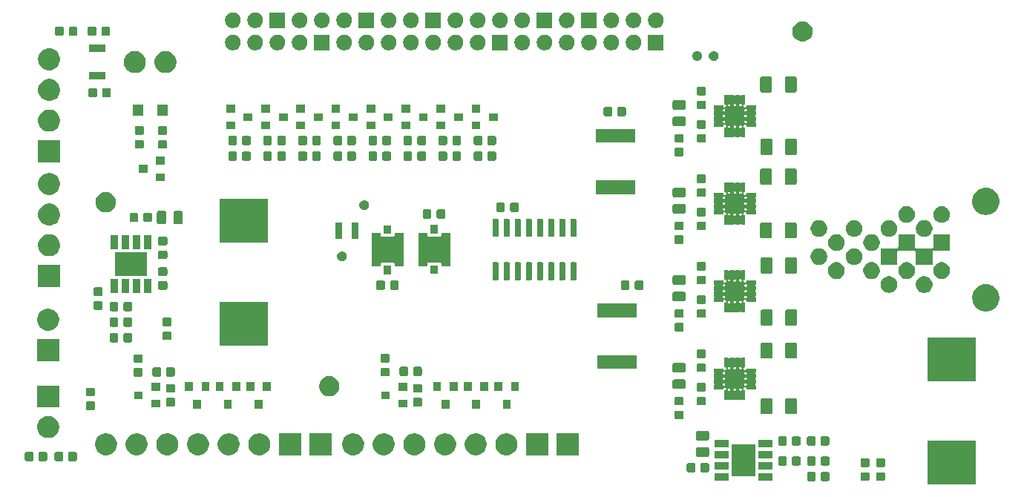
<source format=gbr>
G04 #@! TF.GenerationSoftware,KiCad,Pcbnew,(5.1.5-0-10_14)*
G04 #@! TF.CreationDate,2020-02-28T16:00:44-08:00*
G04 #@! TF.ProjectId,MotorDriverBoard_v2,4d6f746f-7244-4726-9976-6572426f6172,rev?*
G04 #@! TF.SameCoordinates,Original*
G04 #@! TF.FileFunction,Soldermask,Top*
G04 #@! TF.FilePolarity,Negative*
%FSLAX46Y46*%
G04 Gerber Fmt 4.6, Leading zero omitted, Abs format (unit mm)*
G04 Created by KiCad (PCBNEW (5.1.5-0-10_14)) date 2020-02-28 16:00:44*
%MOMM*%
%LPD*%
G04 APERTURE LIST*
%ADD10C,0.100000*%
G04 APERTURE END LIST*
D10*
G36*
X179751000Y-84251000D02*
G01*
X174249000Y-84251000D01*
X174249000Y-79249000D01*
X179751000Y-79249000D01*
X179751000Y-84251000D01*
G37*
G36*
X162927591Y-82790085D02*
G01*
X162961569Y-82800393D01*
X162992890Y-82817134D01*
X163020339Y-82839661D01*
X163042866Y-82867110D01*
X163059607Y-82898431D01*
X163069915Y-82932409D01*
X163074000Y-82973890D01*
X163074000Y-83650110D01*
X163069915Y-83691591D01*
X163059607Y-83725569D01*
X163042866Y-83756890D01*
X163020339Y-83784339D01*
X162992890Y-83806866D01*
X162961569Y-83823607D01*
X162927591Y-83833915D01*
X162886110Y-83838000D01*
X162284890Y-83838000D01*
X162243409Y-83833915D01*
X162209431Y-83823607D01*
X162178110Y-83806866D01*
X162150661Y-83784339D01*
X162128134Y-83756890D01*
X162111393Y-83725569D01*
X162101085Y-83691591D01*
X162097000Y-83650110D01*
X162097000Y-82973890D01*
X162101085Y-82932409D01*
X162111393Y-82898431D01*
X162128134Y-82867110D01*
X162150661Y-82839661D01*
X162178110Y-82817134D01*
X162209431Y-82800393D01*
X162243409Y-82790085D01*
X162284890Y-82786000D01*
X162886110Y-82786000D01*
X162927591Y-82790085D01*
G37*
G36*
X161352591Y-82790085D02*
G01*
X161386569Y-82800393D01*
X161417890Y-82817134D01*
X161445339Y-82839661D01*
X161467866Y-82867110D01*
X161484607Y-82898431D01*
X161494915Y-82932409D01*
X161499000Y-82973890D01*
X161499000Y-83650110D01*
X161494915Y-83691591D01*
X161484607Y-83725569D01*
X161467866Y-83756890D01*
X161445339Y-83784339D01*
X161417890Y-83806866D01*
X161386569Y-83823607D01*
X161352591Y-83833915D01*
X161311110Y-83838000D01*
X160709890Y-83838000D01*
X160668409Y-83833915D01*
X160634431Y-83823607D01*
X160603110Y-83806866D01*
X160575661Y-83784339D01*
X160553134Y-83756890D01*
X160536393Y-83725569D01*
X160526085Y-83691591D01*
X160522000Y-83650110D01*
X160522000Y-82973890D01*
X160526085Y-82932409D01*
X160536393Y-82898431D01*
X160553134Y-82867110D01*
X160575661Y-82839661D01*
X160603110Y-82817134D01*
X160634431Y-82800393D01*
X160668409Y-82790085D01*
X160709890Y-82786000D01*
X161311110Y-82786000D01*
X161352591Y-82790085D01*
G37*
G36*
X156607100Y-83809900D02*
G01*
X155000100Y-83809900D01*
X155000100Y-82905900D01*
X156607100Y-82905900D01*
X156607100Y-83809900D01*
G37*
G36*
X151612100Y-83809900D02*
G01*
X150005100Y-83809900D01*
X150005100Y-82905900D01*
X151612100Y-82905900D01*
X151612100Y-83809900D01*
G37*
G36*
X169289591Y-82827585D02*
G01*
X169323569Y-82837893D01*
X169354890Y-82854634D01*
X169382339Y-82877161D01*
X169404866Y-82904610D01*
X169421607Y-82935931D01*
X169431915Y-82969909D01*
X169436000Y-83011390D01*
X169436000Y-83612610D01*
X169431915Y-83654091D01*
X169421607Y-83688069D01*
X169404866Y-83719390D01*
X169382339Y-83746839D01*
X169354890Y-83769366D01*
X169323569Y-83786107D01*
X169289591Y-83796415D01*
X169248110Y-83800500D01*
X168571890Y-83800500D01*
X168530409Y-83796415D01*
X168496431Y-83786107D01*
X168465110Y-83769366D01*
X168437661Y-83746839D01*
X168415134Y-83719390D01*
X168398393Y-83688069D01*
X168388085Y-83654091D01*
X168384000Y-83612610D01*
X168384000Y-83011390D01*
X168388085Y-82969909D01*
X168398393Y-82935931D01*
X168415134Y-82904610D01*
X168437661Y-82877161D01*
X168465110Y-82854634D01*
X168496431Y-82837893D01*
X168530409Y-82827585D01*
X168571890Y-82823500D01*
X169248110Y-82823500D01*
X169289591Y-82827585D01*
G37*
G36*
X167511591Y-82827585D02*
G01*
X167545569Y-82837893D01*
X167576890Y-82854634D01*
X167604339Y-82877161D01*
X167626866Y-82904610D01*
X167643607Y-82935931D01*
X167653915Y-82969909D01*
X167658000Y-83011390D01*
X167658000Y-83612610D01*
X167653915Y-83654091D01*
X167643607Y-83688069D01*
X167626866Y-83719390D01*
X167604339Y-83746839D01*
X167576890Y-83769366D01*
X167545569Y-83786107D01*
X167511591Y-83796415D01*
X167470110Y-83800500D01*
X166793890Y-83800500D01*
X166752409Y-83796415D01*
X166718431Y-83786107D01*
X166687110Y-83769366D01*
X166659661Y-83746839D01*
X166637134Y-83719390D01*
X166620393Y-83688069D01*
X166610085Y-83654091D01*
X166606000Y-83612610D01*
X166606000Y-83011390D01*
X166610085Y-82969909D01*
X166620393Y-82935931D01*
X166637134Y-82904610D01*
X166659661Y-82877161D01*
X166687110Y-82854634D01*
X166718431Y-82837893D01*
X166752409Y-82827585D01*
X166793890Y-82823500D01*
X167470110Y-82823500D01*
X167511591Y-82827585D01*
G37*
G36*
X154663600Y-83254900D02*
G01*
X151948600Y-83254900D01*
X151948600Y-79650900D01*
X154663600Y-79650900D01*
X154663600Y-83254900D01*
G37*
G36*
X149186091Y-81774085D02*
G01*
X149220069Y-81784393D01*
X149251390Y-81801134D01*
X149278839Y-81823661D01*
X149301366Y-81851110D01*
X149318107Y-81882431D01*
X149328415Y-81916409D01*
X149332500Y-81957890D01*
X149332500Y-82634110D01*
X149328415Y-82675591D01*
X149318107Y-82709569D01*
X149301366Y-82740890D01*
X149278839Y-82768339D01*
X149251390Y-82790866D01*
X149220069Y-82807607D01*
X149186091Y-82817915D01*
X149144610Y-82822000D01*
X148543390Y-82822000D01*
X148501909Y-82817915D01*
X148467931Y-82807607D01*
X148436610Y-82790866D01*
X148409161Y-82768339D01*
X148386634Y-82740890D01*
X148369893Y-82709569D01*
X148359585Y-82675591D01*
X148355500Y-82634110D01*
X148355500Y-81957890D01*
X148359585Y-81916409D01*
X148369893Y-81882431D01*
X148386634Y-81851110D01*
X148409161Y-81823661D01*
X148436610Y-81801134D01*
X148467931Y-81784393D01*
X148501909Y-81774085D01*
X148543390Y-81770000D01*
X149144610Y-81770000D01*
X149186091Y-81774085D01*
G37*
G36*
X147611091Y-81774085D02*
G01*
X147645069Y-81784393D01*
X147676390Y-81801134D01*
X147703839Y-81823661D01*
X147726366Y-81851110D01*
X147743107Y-81882431D01*
X147753415Y-81916409D01*
X147757500Y-81957890D01*
X147757500Y-82634110D01*
X147753415Y-82675591D01*
X147743107Y-82709569D01*
X147726366Y-82740890D01*
X147703839Y-82768339D01*
X147676390Y-82790866D01*
X147645069Y-82807607D01*
X147611091Y-82817915D01*
X147569610Y-82822000D01*
X146968390Y-82822000D01*
X146926909Y-82817915D01*
X146892931Y-82807607D01*
X146861610Y-82790866D01*
X146834161Y-82768339D01*
X146811634Y-82740890D01*
X146794893Y-82709569D01*
X146784585Y-82675591D01*
X146780500Y-82634110D01*
X146780500Y-81957890D01*
X146784585Y-81916409D01*
X146794893Y-81882431D01*
X146811634Y-81851110D01*
X146834161Y-81823661D01*
X146861610Y-81801134D01*
X146892931Y-81784393D01*
X146926909Y-81774085D01*
X146968390Y-81770000D01*
X147569610Y-81770000D01*
X147611091Y-81774085D01*
G37*
G36*
X156607100Y-82539900D02*
G01*
X155000100Y-82539900D01*
X155000100Y-81635900D01*
X156607100Y-81635900D01*
X156607100Y-82539900D01*
G37*
G36*
X151612100Y-82539900D02*
G01*
X150005100Y-82539900D01*
X150005100Y-81635900D01*
X151612100Y-81635900D01*
X151612100Y-82539900D01*
G37*
G36*
X169289591Y-81252585D02*
G01*
X169323569Y-81262893D01*
X169354890Y-81279634D01*
X169382339Y-81302161D01*
X169404866Y-81329610D01*
X169421607Y-81360931D01*
X169431915Y-81394909D01*
X169436000Y-81436390D01*
X169436000Y-82037610D01*
X169431915Y-82079091D01*
X169421607Y-82113069D01*
X169404866Y-82144390D01*
X169382339Y-82171839D01*
X169354890Y-82194366D01*
X169323569Y-82211107D01*
X169289591Y-82221415D01*
X169248110Y-82225500D01*
X168571890Y-82225500D01*
X168530409Y-82221415D01*
X168496431Y-82211107D01*
X168465110Y-82194366D01*
X168437661Y-82171839D01*
X168415134Y-82144390D01*
X168398393Y-82113069D01*
X168388085Y-82079091D01*
X168384000Y-82037610D01*
X168384000Y-81436390D01*
X168388085Y-81394909D01*
X168398393Y-81360931D01*
X168415134Y-81329610D01*
X168437661Y-81302161D01*
X168465110Y-81279634D01*
X168496431Y-81262893D01*
X168530409Y-81252585D01*
X168571890Y-81248500D01*
X169248110Y-81248500D01*
X169289591Y-81252585D01*
G37*
G36*
X167511591Y-81252585D02*
G01*
X167545569Y-81262893D01*
X167576890Y-81279634D01*
X167604339Y-81302161D01*
X167626866Y-81329610D01*
X167643607Y-81360931D01*
X167653915Y-81394909D01*
X167658000Y-81436390D01*
X167658000Y-82037610D01*
X167653915Y-82079091D01*
X167643607Y-82113069D01*
X167626866Y-82144390D01*
X167604339Y-82171839D01*
X167576890Y-82194366D01*
X167545569Y-82211107D01*
X167511591Y-82221415D01*
X167470110Y-82225500D01*
X166793890Y-82225500D01*
X166752409Y-82221415D01*
X166718431Y-82211107D01*
X166687110Y-82194366D01*
X166659661Y-82171839D01*
X166637134Y-82144390D01*
X166620393Y-82113069D01*
X166610085Y-82079091D01*
X166606000Y-82037610D01*
X166606000Y-81436390D01*
X166610085Y-81394909D01*
X166620393Y-81360931D01*
X166637134Y-81329610D01*
X166659661Y-81302161D01*
X166687110Y-81279634D01*
X166718431Y-81262893D01*
X166752409Y-81252585D01*
X166793890Y-81248500D01*
X167470110Y-81248500D01*
X167511591Y-81252585D01*
G37*
G36*
X159625591Y-81012085D02*
G01*
X159659569Y-81022393D01*
X159690890Y-81039134D01*
X159718339Y-81061661D01*
X159740866Y-81089110D01*
X159757607Y-81120431D01*
X159767915Y-81154409D01*
X159772000Y-81195890D01*
X159772000Y-81872110D01*
X159767915Y-81913591D01*
X159757607Y-81947569D01*
X159740866Y-81978890D01*
X159718339Y-82006339D01*
X159690890Y-82028866D01*
X159659569Y-82045607D01*
X159625591Y-82055915D01*
X159584110Y-82060000D01*
X158982890Y-82060000D01*
X158941409Y-82055915D01*
X158907431Y-82045607D01*
X158876110Y-82028866D01*
X158848661Y-82006339D01*
X158826134Y-81978890D01*
X158809393Y-81947569D01*
X158799085Y-81913591D01*
X158795000Y-81872110D01*
X158795000Y-81195890D01*
X158799085Y-81154409D01*
X158809393Y-81120431D01*
X158826134Y-81089110D01*
X158848661Y-81061661D01*
X158876110Y-81039134D01*
X158907431Y-81022393D01*
X158941409Y-81012085D01*
X158982890Y-81008000D01*
X159584110Y-81008000D01*
X159625591Y-81012085D01*
G37*
G36*
X162927591Y-81012085D02*
G01*
X162961569Y-81022393D01*
X162992890Y-81039134D01*
X163020339Y-81061661D01*
X163042866Y-81089110D01*
X163059607Y-81120431D01*
X163069915Y-81154409D01*
X163074000Y-81195890D01*
X163074000Y-81872110D01*
X163069915Y-81913591D01*
X163059607Y-81947569D01*
X163042866Y-81978890D01*
X163020339Y-82006339D01*
X162992890Y-82028866D01*
X162961569Y-82045607D01*
X162927591Y-82055915D01*
X162886110Y-82060000D01*
X162284890Y-82060000D01*
X162243409Y-82055915D01*
X162209431Y-82045607D01*
X162178110Y-82028866D01*
X162150661Y-82006339D01*
X162128134Y-81978890D01*
X162111393Y-81947569D01*
X162101085Y-81913591D01*
X162097000Y-81872110D01*
X162097000Y-81195890D01*
X162101085Y-81154409D01*
X162111393Y-81120431D01*
X162128134Y-81089110D01*
X162150661Y-81061661D01*
X162178110Y-81039134D01*
X162209431Y-81022393D01*
X162243409Y-81012085D01*
X162284890Y-81008000D01*
X162886110Y-81008000D01*
X162927591Y-81012085D01*
G37*
G36*
X161352591Y-81012085D02*
G01*
X161386569Y-81022393D01*
X161417890Y-81039134D01*
X161445339Y-81061661D01*
X161467866Y-81089110D01*
X161484607Y-81120431D01*
X161494915Y-81154409D01*
X161499000Y-81195890D01*
X161499000Y-81872110D01*
X161494915Y-81913591D01*
X161484607Y-81947569D01*
X161467866Y-81978890D01*
X161445339Y-82006339D01*
X161417890Y-82028866D01*
X161386569Y-82045607D01*
X161352591Y-82055915D01*
X161311110Y-82060000D01*
X160709890Y-82060000D01*
X160668409Y-82055915D01*
X160634431Y-82045607D01*
X160603110Y-82028866D01*
X160575661Y-82006339D01*
X160553134Y-81978890D01*
X160536393Y-81947569D01*
X160526085Y-81913591D01*
X160522000Y-81872110D01*
X160522000Y-81195890D01*
X160526085Y-81154409D01*
X160536393Y-81120431D01*
X160553134Y-81089110D01*
X160575661Y-81061661D01*
X160603110Y-81039134D01*
X160634431Y-81022393D01*
X160668409Y-81012085D01*
X160709890Y-81008000D01*
X161311110Y-81008000D01*
X161352591Y-81012085D01*
G37*
G36*
X158050591Y-81012085D02*
G01*
X158084569Y-81022393D01*
X158115890Y-81039134D01*
X158143339Y-81061661D01*
X158165866Y-81089110D01*
X158182607Y-81120431D01*
X158192915Y-81154409D01*
X158197000Y-81195890D01*
X158197000Y-81872110D01*
X158192915Y-81913591D01*
X158182607Y-81947569D01*
X158165866Y-81978890D01*
X158143339Y-82006339D01*
X158115890Y-82028866D01*
X158084569Y-82045607D01*
X158050591Y-82055915D01*
X158009110Y-82060000D01*
X157407890Y-82060000D01*
X157366409Y-82055915D01*
X157332431Y-82045607D01*
X157301110Y-82028866D01*
X157273661Y-82006339D01*
X157251134Y-81978890D01*
X157234393Y-81947569D01*
X157224085Y-81913591D01*
X157220000Y-81872110D01*
X157220000Y-81195890D01*
X157224085Y-81154409D01*
X157234393Y-81120431D01*
X157251134Y-81089110D01*
X157273661Y-81061661D01*
X157301110Y-81039134D01*
X157332431Y-81022393D01*
X157366409Y-81012085D01*
X157407890Y-81008000D01*
X158009110Y-81008000D01*
X158050591Y-81012085D01*
G37*
G36*
X77050091Y-80504085D02*
G01*
X77084069Y-80514393D01*
X77115390Y-80531134D01*
X77142839Y-80553661D01*
X77165366Y-80581110D01*
X77182107Y-80612431D01*
X77192415Y-80646409D01*
X77196500Y-80687890D01*
X77196500Y-81364110D01*
X77192415Y-81405591D01*
X77182107Y-81439569D01*
X77165366Y-81470890D01*
X77142839Y-81498339D01*
X77115390Y-81520866D01*
X77084069Y-81537607D01*
X77050091Y-81547915D01*
X77008610Y-81552000D01*
X76407390Y-81552000D01*
X76365909Y-81547915D01*
X76331931Y-81537607D01*
X76300610Y-81520866D01*
X76273161Y-81498339D01*
X76250634Y-81470890D01*
X76233893Y-81439569D01*
X76223585Y-81405591D01*
X76219500Y-81364110D01*
X76219500Y-80687890D01*
X76223585Y-80646409D01*
X76233893Y-80612431D01*
X76250634Y-80581110D01*
X76273161Y-80553661D01*
X76300610Y-80531134D01*
X76331931Y-80514393D01*
X76365909Y-80504085D01*
X76407390Y-80500000D01*
X77008610Y-80500000D01*
X77050091Y-80504085D01*
G37*
G36*
X75475091Y-80504085D02*
G01*
X75509069Y-80514393D01*
X75540390Y-80531134D01*
X75567839Y-80553661D01*
X75590366Y-80581110D01*
X75607107Y-80612431D01*
X75617415Y-80646409D01*
X75621500Y-80687890D01*
X75621500Y-81364110D01*
X75617415Y-81405591D01*
X75607107Y-81439569D01*
X75590366Y-81470890D01*
X75567839Y-81498339D01*
X75540390Y-81520866D01*
X75509069Y-81537607D01*
X75475091Y-81547915D01*
X75433610Y-81552000D01*
X74832390Y-81552000D01*
X74790909Y-81547915D01*
X74756931Y-81537607D01*
X74725610Y-81520866D01*
X74698161Y-81498339D01*
X74675634Y-81470890D01*
X74658893Y-81439569D01*
X74648585Y-81405591D01*
X74644500Y-81364110D01*
X74644500Y-80687890D01*
X74648585Y-80646409D01*
X74658893Y-80612431D01*
X74675634Y-80581110D01*
X74698161Y-80553661D01*
X74725610Y-80531134D01*
X74756931Y-80514393D01*
X74790909Y-80504085D01*
X74832390Y-80500000D01*
X75433610Y-80500000D01*
X75475091Y-80504085D01*
G37*
G36*
X73672091Y-80504085D02*
G01*
X73706069Y-80514393D01*
X73737390Y-80531134D01*
X73764839Y-80553661D01*
X73787366Y-80581110D01*
X73804107Y-80612431D01*
X73814415Y-80646409D01*
X73818500Y-80687890D01*
X73818500Y-81364110D01*
X73814415Y-81405591D01*
X73804107Y-81439569D01*
X73787366Y-81470890D01*
X73764839Y-81498339D01*
X73737390Y-81520866D01*
X73706069Y-81537607D01*
X73672091Y-81547915D01*
X73630610Y-81552000D01*
X73029390Y-81552000D01*
X72987909Y-81547915D01*
X72953931Y-81537607D01*
X72922610Y-81520866D01*
X72895161Y-81498339D01*
X72872634Y-81470890D01*
X72855893Y-81439569D01*
X72845585Y-81405591D01*
X72841500Y-81364110D01*
X72841500Y-80687890D01*
X72845585Y-80646409D01*
X72855893Y-80612431D01*
X72872634Y-80581110D01*
X72895161Y-80553661D01*
X72922610Y-80531134D01*
X72953931Y-80514393D01*
X72987909Y-80504085D01*
X73029390Y-80500000D01*
X73630610Y-80500000D01*
X73672091Y-80504085D01*
G37*
G36*
X72097091Y-80504085D02*
G01*
X72131069Y-80514393D01*
X72162390Y-80531134D01*
X72189839Y-80553661D01*
X72212366Y-80581110D01*
X72229107Y-80612431D01*
X72239415Y-80646409D01*
X72243500Y-80687890D01*
X72243500Y-81364110D01*
X72239415Y-81405591D01*
X72229107Y-81439569D01*
X72212366Y-81470890D01*
X72189839Y-81498339D01*
X72162390Y-81520866D01*
X72131069Y-81537607D01*
X72097091Y-81547915D01*
X72055610Y-81552000D01*
X71454390Y-81552000D01*
X71412909Y-81547915D01*
X71378931Y-81537607D01*
X71347610Y-81520866D01*
X71320161Y-81498339D01*
X71297634Y-81470890D01*
X71280893Y-81439569D01*
X71270585Y-81405591D01*
X71266500Y-81364110D01*
X71266500Y-80687890D01*
X71270585Y-80646409D01*
X71280893Y-80612431D01*
X71297634Y-80581110D01*
X71320161Y-80553661D01*
X71347610Y-80531134D01*
X71378931Y-80514393D01*
X71412909Y-80504085D01*
X71454390Y-80500000D01*
X72055610Y-80500000D01*
X72097091Y-80504085D01*
G37*
G36*
X156607100Y-81269900D02*
G01*
X155000100Y-81269900D01*
X155000100Y-80365900D01*
X156607100Y-80365900D01*
X156607100Y-81269900D01*
G37*
G36*
X151612100Y-81269900D02*
G01*
X150005100Y-81269900D01*
X150005100Y-80365900D01*
X151612100Y-80365900D01*
X151612100Y-81269900D01*
G37*
G36*
X149174468Y-79984065D02*
G01*
X149213138Y-79995796D01*
X149248777Y-80014846D01*
X149280017Y-80040483D01*
X149305654Y-80071723D01*
X149324704Y-80107362D01*
X149336435Y-80146032D01*
X149341000Y-80192388D01*
X149341000Y-80843612D01*
X149336435Y-80889968D01*
X149324704Y-80928638D01*
X149305654Y-80964277D01*
X149280017Y-80995517D01*
X149248777Y-81021154D01*
X149213138Y-81040204D01*
X149174468Y-81051935D01*
X149128112Y-81056500D01*
X148051888Y-81056500D01*
X148005532Y-81051935D01*
X147966862Y-81040204D01*
X147931223Y-81021154D01*
X147899983Y-80995517D01*
X147874346Y-80964277D01*
X147855296Y-80928638D01*
X147843565Y-80889968D01*
X147839000Y-80843612D01*
X147839000Y-80192388D01*
X147843565Y-80146032D01*
X147855296Y-80107362D01*
X147874346Y-80071723D01*
X147899983Y-80040483D01*
X147931223Y-80014846D01*
X147966862Y-79995796D01*
X148005532Y-79984065D01*
X148051888Y-79979500D01*
X149128112Y-79979500D01*
X149174468Y-79984065D01*
G37*
G36*
X119576903Y-78426075D02*
G01*
X119672002Y-78465466D01*
X119804571Y-78520378D01*
X120009466Y-78657285D01*
X120183715Y-78831534D01*
X120275308Y-78968612D01*
X120320623Y-79036431D01*
X120414925Y-79264097D01*
X120463000Y-79505786D01*
X120463000Y-79752214D01*
X120461529Y-79759607D01*
X120414925Y-79993903D01*
X120320622Y-80221571D01*
X120183715Y-80426466D01*
X120009466Y-80600715D01*
X119804571Y-80737622D01*
X119804570Y-80737623D01*
X119804569Y-80737623D01*
X119576903Y-80831925D01*
X119335214Y-80880000D01*
X119088786Y-80880000D01*
X118847097Y-80831925D01*
X118619431Y-80737623D01*
X118619430Y-80737623D01*
X118619429Y-80737622D01*
X118414534Y-80600715D01*
X118240285Y-80426466D01*
X118103378Y-80221571D01*
X118009075Y-79993903D01*
X117962471Y-79759607D01*
X117961000Y-79752214D01*
X117961000Y-79505786D01*
X118009075Y-79264097D01*
X118103377Y-79036431D01*
X118148692Y-78968612D01*
X118240285Y-78831534D01*
X118414534Y-78657285D01*
X118619429Y-78520378D01*
X118751999Y-78465466D01*
X118847097Y-78426075D01*
X119088786Y-78378000D01*
X119335214Y-78378000D01*
X119576903Y-78426075D01*
G37*
G36*
X134463000Y-80880000D02*
G01*
X131961000Y-80880000D01*
X131961000Y-78378000D01*
X134463000Y-78378000D01*
X134463000Y-80880000D01*
G37*
G36*
X116076903Y-78426075D02*
G01*
X116172002Y-78465466D01*
X116304571Y-78520378D01*
X116509466Y-78657285D01*
X116683715Y-78831534D01*
X116775308Y-78968612D01*
X116820623Y-79036431D01*
X116914925Y-79264097D01*
X116963000Y-79505786D01*
X116963000Y-79752214D01*
X116961529Y-79759607D01*
X116914925Y-79993903D01*
X116820622Y-80221571D01*
X116683715Y-80426466D01*
X116509466Y-80600715D01*
X116304571Y-80737622D01*
X116304570Y-80737623D01*
X116304569Y-80737623D01*
X116076903Y-80831925D01*
X115835214Y-80880000D01*
X115588786Y-80880000D01*
X115347097Y-80831925D01*
X115119431Y-80737623D01*
X115119430Y-80737623D01*
X115119429Y-80737622D01*
X114914534Y-80600715D01*
X114740285Y-80426466D01*
X114603378Y-80221571D01*
X114509075Y-79993903D01*
X114462471Y-79759607D01*
X114461000Y-79752214D01*
X114461000Y-79505786D01*
X114509075Y-79264097D01*
X114603377Y-79036431D01*
X114648692Y-78968612D01*
X114740285Y-78831534D01*
X114914534Y-78657285D01*
X115119429Y-78520378D01*
X115251999Y-78465466D01*
X115347097Y-78426075D01*
X115588786Y-78378000D01*
X115835214Y-78378000D01*
X116076903Y-78426075D01*
G37*
G36*
X112576903Y-78426075D02*
G01*
X112672002Y-78465466D01*
X112804571Y-78520378D01*
X113009466Y-78657285D01*
X113183715Y-78831534D01*
X113275308Y-78968612D01*
X113320623Y-79036431D01*
X113414925Y-79264097D01*
X113463000Y-79505786D01*
X113463000Y-79752214D01*
X113461529Y-79759607D01*
X113414925Y-79993903D01*
X113320622Y-80221571D01*
X113183715Y-80426466D01*
X113009466Y-80600715D01*
X112804571Y-80737622D01*
X112804570Y-80737623D01*
X112804569Y-80737623D01*
X112576903Y-80831925D01*
X112335214Y-80880000D01*
X112088786Y-80880000D01*
X111847097Y-80831925D01*
X111619431Y-80737623D01*
X111619430Y-80737623D01*
X111619429Y-80737622D01*
X111414534Y-80600715D01*
X111240285Y-80426466D01*
X111103378Y-80221571D01*
X111009075Y-79993903D01*
X110962471Y-79759607D01*
X110961000Y-79752214D01*
X110961000Y-79505786D01*
X111009075Y-79264097D01*
X111103377Y-79036431D01*
X111148692Y-78968612D01*
X111240285Y-78831534D01*
X111414534Y-78657285D01*
X111619429Y-78520378D01*
X111751999Y-78465466D01*
X111847097Y-78426075D01*
X112088786Y-78378000D01*
X112335214Y-78378000D01*
X112576903Y-78426075D01*
G37*
G36*
X130963000Y-80880000D02*
G01*
X128461000Y-80880000D01*
X128461000Y-78378000D01*
X130963000Y-78378000D01*
X130963000Y-80880000D01*
G37*
G36*
X126576903Y-78426075D02*
G01*
X126672002Y-78465466D01*
X126804571Y-78520378D01*
X127009466Y-78657285D01*
X127183715Y-78831534D01*
X127275308Y-78968612D01*
X127320623Y-79036431D01*
X127414925Y-79264097D01*
X127463000Y-79505786D01*
X127463000Y-79752214D01*
X127461529Y-79759607D01*
X127414925Y-79993903D01*
X127320622Y-80221571D01*
X127183715Y-80426466D01*
X127009466Y-80600715D01*
X126804571Y-80737622D01*
X126804570Y-80737623D01*
X126804569Y-80737623D01*
X126576903Y-80831925D01*
X126335214Y-80880000D01*
X126088786Y-80880000D01*
X125847097Y-80831925D01*
X125619431Y-80737623D01*
X125619430Y-80737623D01*
X125619429Y-80737622D01*
X125414534Y-80600715D01*
X125240285Y-80426466D01*
X125103378Y-80221571D01*
X125009075Y-79993903D01*
X124962471Y-79759607D01*
X124961000Y-79752214D01*
X124961000Y-79505786D01*
X125009075Y-79264097D01*
X125103377Y-79036431D01*
X125148692Y-78968612D01*
X125240285Y-78831534D01*
X125414534Y-78657285D01*
X125619429Y-78520378D01*
X125751999Y-78465466D01*
X125847097Y-78426075D01*
X126088786Y-78378000D01*
X126335214Y-78378000D01*
X126576903Y-78426075D01*
G37*
G36*
X109076903Y-78426075D02*
G01*
X109172002Y-78465466D01*
X109304571Y-78520378D01*
X109509466Y-78657285D01*
X109683715Y-78831534D01*
X109775308Y-78968612D01*
X109820623Y-79036431D01*
X109914925Y-79264097D01*
X109963000Y-79505786D01*
X109963000Y-79752214D01*
X109961529Y-79759607D01*
X109914925Y-79993903D01*
X109820622Y-80221571D01*
X109683715Y-80426466D01*
X109509466Y-80600715D01*
X109304571Y-80737622D01*
X109304570Y-80737623D01*
X109304569Y-80737623D01*
X109076903Y-80831925D01*
X108835214Y-80880000D01*
X108588786Y-80880000D01*
X108347097Y-80831925D01*
X108119431Y-80737623D01*
X108119430Y-80737623D01*
X108119429Y-80737622D01*
X107914534Y-80600715D01*
X107740285Y-80426466D01*
X107603378Y-80221571D01*
X107509075Y-79993903D01*
X107462471Y-79759607D01*
X107461000Y-79752214D01*
X107461000Y-79505786D01*
X107509075Y-79264097D01*
X107603377Y-79036431D01*
X107648692Y-78968612D01*
X107740285Y-78831534D01*
X107914534Y-78657285D01*
X108119429Y-78520378D01*
X108251999Y-78465466D01*
X108347097Y-78426075D01*
X108588786Y-78378000D01*
X108835214Y-78378000D01*
X109076903Y-78426075D01*
G37*
G36*
X106269000Y-80880000D02*
G01*
X103767000Y-80880000D01*
X103767000Y-78378000D01*
X106269000Y-78378000D01*
X106269000Y-80880000D01*
G37*
G36*
X102769000Y-80880000D02*
G01*
X100267000Y-80880000D01*
X100267000Y-78378000D01*
X102769000Y-78378000D01*
X102769000Y-80880000D01*
G37*
G36*
X123076903Y-78426075D02*
G01*
X123172002Y-78465466D01*
X123304571Y-78520378D01*
X123509466Y-78657285D01*
X123683715Y-78831534D01*
X123775308Y-78968612D01*
X123820623Y-79036431D01*
X123914925Y-79264097D01*
X123963000Y-79505786D01*
X123963000Y-79752214D01*
X123961529Y-79759607D01*
X123914925Y-79993903D01*
X123820622Y-80221571D01*
X123683715Y-80426466D01*
X123509466Y-80600715D01*
X123304571Y-80737622D01*
X123304570Y-80737623D01*
X123304569Y-80737623D01*
X123076903Y-80831925D01*
X122835214Y-80880000D01*
X122588786Y-80880000D01*
X122347097Y-80831925D01*
X122119431Y-80737623D01*
X122119430Y-80737623D01*
X122119429Y-80737622D01*
X121914534Y-80600715D01*
X121740285Y-80426466D01*
X121603378Y-80221571D01*
X121509075Y-79993903D01*
X121462471Y-79759607D01*
X121461000Y-79752214D01*
X121461000Y-79505786D01*
X121509075Y-79264097D01*
X121603377Y-79036431D01*
X121648692Y-78968612D01*
X121740285Y-78831534D01*
X121914534Y-78657285D01*
X122119429Y-78520378D01*
X122251999Y-78465466D01*
X122347097Y-78426075D01*
X122588786Y-78378000D01*
X122835214Y-78378000D01*
X123076903Y-78426075D01*
G37*
G36*
X98382903Y-78426075D02*
G01*
X98478002Y-78465466D01*
X98610571Y-78520378D01*
X98815466Y-78657285D01*
X98989715Y-78831534D01*
X99081308Y-78968612D01*
X99126623Y-79036431D01*
X99220925Y-79264097D01*
X99269000Y-79505786D01*
X99269000Y-79752214D01*
X99267529Y-79759607D01*
X99220925Y-79993903D01*
X99126622Y-80221571D01*
X98989715Y-80426466D01*
X98815466Y-80600715D01*
X98610571Y-80737622D01*
X98610570Y-80737623D01*
X98610569Y-80737623D01*
X98382903Y-80831925D01*
X98141214Y-80880000D01*
X97894786Y-80880000D01*
X97653097Y-80831925D01*
X97425431Y-80737623D01*
X97425430Y-80737623D01*
X97425429Y-80737622D01*
X97220534Y-80600715D01*
X97046285Y-80426466D01*
X96909378Y-80221571D01*
X96815075Y-79993903D01*
X96768471Y-79759607D01*
X96767000Y-79752214D01*
X96767000Y-79505786D01*
X96815075Y-79264097D01*
X96909377Y-79036431D01*
X96954692Y-78968612D01*
X97046285Y-78831534D01*
X97220534Y-78657285D01*
X97425429Y-78520378D01*
X97557999Y-78465466D01*
X97653097Y-78426075D01*
X97894786Y-78378000D01*
X98141214Y-78378000D01*
X98382903Y-78426075D01*
G37*
G36*
X94882903Y-78426075D02*
G01*
X94978002Y-78465466D01*
X95110571Y-78520378D01*
X95315466Y-78657285D01*
X95489715Y-78831534D01*
X95581308Y-78968612D01*
X95626623Y-79036431D01*
X95720925Y-79264097D01*
X95769000Y-79505786D01*
X95769000Y-79752214D01*
X95767529Y-79759607D01*
X95720925Y-79993903D01*
X95626622Y-80221571D01*
X95489715Y-80426466D01*
X95315466Y-80600715D01*
X95110571Y-80737622D01*
X95110570Y-80737623D01*
X95110569Y-80737623D01*
X94882903Y-80831925D01*
X94641214Y-80880000D01*
X94394786Y-80880000D01*
X94153097Y-80831925D01*
X93925431Y-80737623D01*
X93925430Y-80737623D01*
X93925429Y-80737622D01*
X93720534Y-80600715D01*
X93546285Y-80426466D01*
X93409378Y-80221571D01*
X93315075Y-79993903D01*
X93268471Y-79759607D01*
X93267000Y-79752214D01*
X93267000Y-79505786D01*
X93315075Y-79264097D01*
X93409377Y-79036431D01*
X93454692Y-78968612D01*
X93546285Y-78831534D01*
X93720534Y-78657285D01*
X93925429Y-78520378D01*
X94057999Y-78465466D01*
X94153097Y-78426075D01*
X94394786Y-78378000D01*
X94641214Y-78378000D01*
X94882903Y-78426075D01*
G37*
G36*
X91382903Y-78426075D02*
G01*
X91478002Y-78465466D01*
X91610571Y-78520378D01*
X91815466Y-78657285D01*
X91989715Y-78831534D01*
X92081308Y-78968612D01*
X92126623Y-79036431D01*
X92220925Y-79264097D01*
X92269000Y-79505786D01*
X92269000Y-79752214D01*
X92267529Y-79759607D01*
X92220925Y-79993903D01*
X92126622Y-80221571D01*
X91989715Y-80426466D01*
X91815466Y-80600715D01*
X91610571Y-80737622D01*
X91610570Y-80737623D01*
X91610569Y-80737623D01*
X91382903Y-80831925D01*
X91141214Y-80880000D01*
X90894786Y-80880000D01*
X90653097Y-80831925D01*
X90425431Y-80737623D01*
X90425430Y-80737623D01*
X90425429Y-80737622D01*
X90220534Y-80600715D01*
X90046285Y-80426466D01*
X89909378Y-80221571D01*
X89815075Y-79993903D01*
X89768471Y-79759607D01*
X89767000Y-79752214D01*
X89767000Y-79505786D01*
X89815075Y-79264097D01*
X89909377Y-79036431D01*
X89954692Y-78968612D01*
X90046285Y-78831534D01*
X90220534Y-78657285D01*
X90425429Y-78520378D01*
X90557999Y-78465466D01*
X90653097Y-78426075D01*
X90894786Y-78378000D01*
X91141214Y-78378000D01*
X91382903Y-78426075D01*
G37*
G36*
X87882903Y-78426075D02*
G01*
X87978002Y-78465466D01*
X88110571Y-78520378D01*
X88315466Y-78657285D01*
X88489715Y-78831534D01*
X88581308Y-78968612D01*
X88626623Y-79036431D01*
X88720925Y-79264097D01*
X88769000Y-79505786D01*
X88769000Y-79752214D01*
X88767529Y-79759607D01*
X88720925Y-79993903D01*
X88626622Y-80221571D01*
X88489715Y-80426466D01*
X88315466Y-80600715D01*
X88110571Y-80737622D01*
X88110570Y-80737623D01*
X88110569Y-80737623D01*
X87882903Y-80831925D01*
X87641214Y-80880000D01*
X87394786Y-80880000D01*
X87153097Y-80831925D01*
X86925431Y-80737623D01*
X86925430Y-80737623D01*
X86925429Y-80737622D01*
X86720534Y-80600715D01*
X86546285Y-80426466D01*
X86409378Y-80221571D01*
X86315075Y-79993903D01*
X86268471Y-79759607D01*
X86267000Y-79752214D01*
X86267000Y-79505786D01*
X86315075Y-79264097D01*
X86409377Y-79036431D01*
X86454692Y-78968612D01*
X86546285Y-78831534D01*
X86720534Y-78657285D01*
X86925429Y-78520378D01*
X87057999Y-78465466D01*
X87153097Y-78426075D01*
X87394786Y-78378000D01*
X87641214Y-78378000D01*
X87882903Y-78426075D01*
G37*
G36*
X80882903Y-78426075D02*
G01*
X80978002Y-78465466D01*
X81110571Y-78520378D01*
X81315466Y-78657285D01*
X81489715Y-78831534D01*
X81581308Y-78968612D01*
X81626623Y-79036431D01*
X81720925Y-79264097D01*
X81769000Y-79505786D01*
X81769000Y-79752214D01*
X81767529Y-79759607D01*
X81720925Y-79993903D01*
X81626622Y-80221571D01*
X81489715Y-80426466D01*
X81315466Y-80600715D01*
X81110571Y-80737622D01*
X81110570Y-80737623D01*
X81110569Y-80737623D01*
X80882903Y-80831925D01*
X80641214Y-80880000D01*
X80394786Y-80880000D01*
X80153097Y-80831925D01*
X79925431Y-80737623D01*
X79925430Y-80737623D01*
X79925429Y-80737622D01*
X79720534Y-80600715D01*
X79546285Y-80426466D01*
X79409378Y-80221571D01*
X79315075Y-79993903D01*
X79268471Y-79759607D01*
X79267000Y-79752214D01*
X79267000Y-79505786D01*
X79315075Y-79264097D01*
X79409377Y-79036431D01*
X79454692Y-78968612D01*
X79546285Y-78831534D01*
X79720534Y-78657285D01*
X79925429Y-78520378D01*
X80057999Y-78465466D01*
X80153097Y-78426075D01*
X80394786Y-78378000D01*
X80641214Y-78378000D01*
X80882903Y-78426075D01*
G37*
G36*
X84382903Y-78426075D02*
G01*
X84478002Y-78465466D01*
X84610571Y-78520378D01*
X84815466Y-78657285D01*
X84989715Y-78831534D01*
X85081308Y-78968612D01*
X85126623Y-79036431D01*
X85220925Y-79264097D01*
X85269000Y-79505786D01*
X85269000Y-79752214D01*
X85267529Y-79759607D01*
X85220925Y-79993903D01*
X85126622Y-80221571D01*
X84989715Y-80426466D01*
X84815466Y-80600715D01*
X84610571Y-80737622D01*
X84610570Y-80737623D01*
X84610569Y-80737623D01*
X84382903Y-80831925D01*
X84141214Y-80880000D01*
X83894786Y-80880000D01*
X83653097Y-80831925D01*
X83425431Y-80737623D01*
X83425430Y-80737623D01*
X83425429Y-80737622D01*
X83220534Y-80600715D01*
X83046285Y-80426466D01*
X82909378Y-80221571D01*
X82815075Y-79993903D01*
X82768471Y-79759607D01*
X82767000Y-79752214D01*
X82767000Y-79505786D01*
X82815075Y-79264097D01*
X82909377Y-79036431D01*
X82954692Y-78968612D01*
X83046285Y-78831534D01*
X83220534Y-78657285D01*
X83425429Y-78520378D01*
X83557999Y-78465466D01*
X83653097Y-78426075D01*
X83894786Y-78378000D01*
X84141214Y-78378000D01*
X84382903Y-78426075D01*
G37*
G36*
X151612100Y-79999900D02*
G01*
X150005100Y-79999900D01*
X150005100Y-79095900D01*
X151612100Y-79095900D01*
X151612100Y-79999900D01*
G37*
G36*
X156607100Y-79999900D02*
G01*
X155000100Y-79999900D01*
X155000100Y-79095900D01*
X156607100Y-79095900D01*
X156607100Y-79999900D01*
G37*
G36*
X162902091Y-78726085D02*
G01*
X162936069Y-78736393D01*
X162967390Y-78753134D01*
X162994839Y-78775661D01*
X163017366Y-78803110D01*
X163034107Y-78834431D01*
X163044415Y-78868409D01*
X163048500Y-78909890D01*
X163048500Y-79586110D01*
X163044415Y-79627591D01*
X163034107Y-79661569D01*
X163017366Y-79692890D01*
X162994839Y-79720339D01*
X162967390Y-79742866D01*
X162936069Y-79759607D01*
X162902091Y-79769915D01*
X162860610Y-79774000D01*
X162259390Y-79774000D01*
X162217909Y-79769915D01*
X162183931Y-79759607D01*
X162152610Y-79742866D01*
X162125161Y-79720339D01*
X162102634Y-79692890D01*
X162085893Y-79661569D01*
X162075585Y-79627591D01*
X162071500Y-79586110D01*
X162071500Y-78909890D01*
X162075585Y-78868409D01*
X162085893Y-78834431D01*
X162102634Y-78803110D01*
X162125161Y-78775661D01*
X162152610Y-78753134D01*
X162183931Y-78736393D01*
X162217909Y-78726085D01*
X162259390Y-78722000D01*
X162860610Y-78722000D01*
X162902091Y-78726085D01*
G37*
G36*
X161327091Y-78726085D02*
G01*
X161361069Y-78736393D01*
X161392390Y-78753134D01*
X161419839Y-78775661D01*
X161442366Y-78803110D01*
X161459107Y-78834431D01*
X161469415Y-78868409D01*
X161473500Y-78909890D01*
X161473500Y-79586110D01*
X161469415Y-79627591D01*
X161459107Y-79661569D01*
X161442366Y-79692890D01*
X161419839Y-79720339D01*
X161392390Y-79742866D01*
X161361069Y-79759607D01*
X161327091Y-79769915D01*
X161285610Y-79774000D01*
X160684390Y-79774000D01*
X160642909Y-79769915D01*
X160608931Y-79759607D01*
X160577610Y-79742866D01*
X160550161Y-79720339D01*
X160527634Y-79692890D01*
X160510893Y-79661569D01*
X160500585Y-79627591D01*
X160496500Y-79586110D01*
X160496500Y-78909890D01*
X160500585Y-78868409D01*
X160510893Y-78834431D01*
X160527634Y-78803110D01*
X160550161Y-78775661D01*
X160577610Y-78753134D01*
X160608931Y-78736393D01*
X160642909Y-78726085D01*
X160684390Y-78722000D01*
X161285610Y-78722000D01*
X161327091Y-78726085D01*
G37*
G36*
X159625591Y-78726085D02*
G01*
X159659569Y-78736393D01*
X159690890Y-78753134D01*
X159718339Y-78775661D01*
X159740866Y-78803110D01*
X159757607Y-78834431D01*
X159767915Y-78868409D01*
X159772000Y-78909890D01*
X159772000Y-79586110D01*
X159767915Y-79627591D01*
X159757607Y-79661569D01*
X159740866Y-79692890D01*
X159718339Y-79720339D01*
X159690890Y-79742866D01*
X159659569Y-79759607D01*
X159625591Y-79769915D01*
X159584110Y-79774000D01*
X158982890Y-79774000D01*
X158941409Y-79769915D01*
X158907431Y-79759607D01*
X158876110Y-79742866D01*
X158848661Y-79720339D01*
X158826134Y-79692890D01*
X158809393Y-79661569D01*
X158799085Y-79627591D01*
X158795000Y-79586110D01*
X158795000Y-78909890D01*
X158799085Y-78868409D01*
X158809393Y-78834431D01*
X158826134Y-78803110D01*
X158848661Y-78775661D01*
X158876110Y-78753134D01*
X158907431Y-78736393D01*
X158941409Y-78726085D01*
X158982890Y-78722000D01*
X159584110Y-78722000D01*
X159625591Y-78726085D01*
G37*
G36*
X158050591Y-78726085D02*
G01*
X158084569Y-78736393D01*
X158115890Y-78753134D01*
X158143339Y-78775661D01*
X158165866Y-78803110D01*
X158182607Y-78834431D01*
X158192915Y-78868409D01*
X158197000Y-78909890D01*
X158197000Y-79586110D01*
X158192915Y-79627591D01*
X158182607Y-79661569D01*
X158165866Y-79692890D01*
X158143339Y-79720339D01*
X158115890Y-79742866D01*
X158084569Y-79759607D01*
X158050591Y-79769915D01*
X158009110Y-79774000D01*
X157407890Y-79774000D01*
X157366409Y-79769915D01*
X157332431Y-79759607D01*
X157301110Y-79742866D01*
X157273661Y-79720339D01*
X157251134Y-79692890D01*
X157234393Y-79661569D01*
X157224085Y-79627591D01*
X157220000Y-79586110D01*
X157220000Y-78909890D01*
X157224085Y-78868409D01*
X157234393Y-78834431D01*
X157251134Y-78803110D01*
X157273661Y-78775661D01*
X157301110Y-78753134D01*
X157332431Y-78736393D01*
X157366409Y-78726085D01*
X157407890Y-78722000D01*
X158009110Y-78722000D01*
X158050591Y-78726085D01*
G37*
G36*
X149174468Y-78109065D02*
G01*
X149213138Y-78120796D01*
X149248777Y-78139846D01*
X149280017Y-78165483D01*
X149305654Y-78196723D01*
X149324704Y-78232362D01*
X149336435Y-78271032D01*
X149341000Y-78317388D01*
X149341000Y-78968612D01*
X149336435Y-79014968D01*
X149324704Y-79053638D01*
X149305654Y-79089277D01*
X149280017Y-79120517D01*
X149248777Y-79146154D01*
X149213138Y-79165204D01*
X149174468Y-79176935D01*
X149128112Y-79181500D01*
X148051888Y-79181500D01*
X148005532Y-79176935D01*
X147966862Y-79165204D01*
X147931223Y-79146154D01*
X147899983Y-79120517D01*
X147874346Y-79089277D01*
X147855296Y-79053638D01*
X147843565Y-79014968D01*
X147839000Y-78968612D01*
X147839000Y-78317388D01*
X147843565Y-78271032D01*
X147855296Y-78232362D01*
X147874346Y-78196723D01*
X147899983Y-78165483D01*
X147931223Y-78139846D01*
X147966862Y-78120796D01*
X148005532Y-78109065D01*
X148051888Y-78104500D01*
X149128112Y-78104500D01*
X149174468Y-78109065D01*
G37*
G36*
X74278903Y-76465075D02*
G01*
X74506571Y-76559378D01*
X74711466Y-76696285D01*
X74885715Y-76870534D01*
X74885716Y-76870536D01*
X75022623Y-77075431D01*
X75116925Y-77303097D01*
X75165000Y-77544786D01*
X75165000Y-77791214D01*
X75116925Y-78032903D01*
X75085126Y-78109674D01*
X75022622Y-78260571D01*
X74885715Y-78465466D01*
X74711466Y-78639715D01*
X74506571Y-78776622D01*
X74506570Y-78776623D01*
X74506569Y-78776623D01*
X74278903Y-78870925D01*
X74037214Y-78919000D01*
X73790786Y-78919000D01*
X73549097Y-78870925D01*
X73321431Y-78776623D01*
X73321430Y-78776623D01*
X73321429Y-78776622D01*
X73116534Y-78639715D01*
X72942285Y-78465466D01*
X72805378Y-78260571D01*
X72742875Y-78109674D01*
X72711075Y-78032903D01*
X72663000Y-77791214D01*
X72663000Y-77544786D01*
X72711075Y-77303097D01*
X72805377Y-77075431D01*
X72942284Y-76870536D01*
X72942285Y-76870534D01*
X73116534Y-76696285D01*
X73321429Y-76559378D01*
X73549097Y-76465075D01*
X73790786Y-76417000D01*
X74037214Y-76417000D01*
X74278903Y-76465075D01*
G37*
G36*
X146302591Y-75794585D02*
G01*
X146336569Y-75804893D01*
X146367890Y-75821634D01*
X146395339Y-75844161D01*
X146417866Y-75871610D01*
X146434607Y-75902931D01*
X146444915Y-75936909D01*
X146449000Y-75978390D01*
X146449000Y-76579610D01*
X146444915Y-76621091D01*
X146434607Y-76655069D01*
X146417866Y-76686390D01*
X146395339Y-76713839D01*
X146367890Y-76736366D01*
X146336569Y-76753107D01*
X146302591Y-76763415D01*
X146261110Y-76767500D01*
X145584890Y-76767500D01*
X145543409Y-76763415D01*
X145509431Y-76753107D01*
X145478110Y-76736366D01*
X145450661Y-76713839D01*
X145428134Y-76686390D01*
X145411393Y-76655069D01*
X145401085Y-76621091D01*
X145397000Y-76579610D01*
X145397000Y-75978390D01*
X145401085Y-75936909D01*
X145411393Y-75902931D01*
X145428134Y-75871610D01*
X145450661Y-75844161D01*
X145478110Y-75821634D01*
X145509431Y-75804893D01*
X145543409Y-75794585D01*
X145584890Y-75790500D01*
X146261110Y-75790500D01*
X146302591Y-75794585D01*
G37*
G36*
X159217804Y-74363947D02*
G01*
X159254344Y-74375032D01*
X159288021Y-74393033D01*
X159317541Y-74417259D01*
X159341767Y-74446779D01*
X159359768Y-74480456D01*
X159370853Y-74516996D01*
X159375200Y-74561138D01*
X159375200Y-76010062D01*
X159370853Y-76054204D01*
X159359768Y-76090744D01*
X159341767Y-76124421D01*
X159317541Y-76153941D01*
X159288021Y-76178167D01*
X159254344Y-76196168D01*
X159217804Y-76207253D01*
X159173662Y-76211600D01*
X158224738Y-76211600D01*
X158180596Y-76207253D01*
X158144056Y-76196168D01*
X158110379Y-76178167D01*
X158080859Y-76153941D01*
X158056633Y-76124421D01*
X158038632Y-76090744D01*
X158027547Y-76054204D01*
X158023200Y-76010062D01*
X158023200Y-74561138D01*
X158027547Y-74516996D01*
X158038632Y-74480456D01*
X158056633Y-74446779D01*
X158080859Y-74417259D01*
X158110379Y-74393033D01*
X158144056Y-74375032D01*
X158180596Y-74363947D01*
X158224738Y-74359600D01*
X159173662Y-74359600D01*
X159217804Y-74363947D01*
G37*
G36*
X156417804Y-74363947D02*
G01*
X156454344Y-74375032D01*
X156488021Y-74393033D01*
X156517541Y-74417259D01*
X156541767Y-74446779D01*
X156559768Y-74480456D01*
X156570853Y-74516996D01*
X156575200Y-74561138D01*
X156575200Y-76010062D01*
X156570853Y-76054204D01*
X156559768Y-76090744D01*
X156541767Y-76124421D01*
X156517541Y-76153941D01*
X156488021Y-76178167D01*
X156454344Y-76196168D01*
X156417804Y-76207253D01*
X156373662Y-76211600D01*
X155424738Y-76211600D01*
X155380596Y-76207253D01*
X155344056Y-76196168D01*
X155310379Y-76178167D01*
X155280859Y-76153941D01*
X155256633Y-76124421D01*
X155238632Y-76090744D01*
X155227547Y-76054204D01*
X155223200Y-76010062D01*
X155223200Y-74561138D01*
X155227547Y-74516996D01*
X155238632Y-74480456D01*
X155256633Y-74446779D01*
X155280859Y-74417259D01*
X155310379Y-74393033D01*
X155344056Y-74375032D01*
X155380596Y-74363947D01*
X155424738Y-74359600D01*
X156373662Y-74359600D01*
X156417804Y-74363947D01*
G37*
G36*
X79119591Y-74750585D02*
G01*
X79153569Y-74760893D01*
X79184890Y-74777634D01*
X79212339Y-74800161D01*
X79234866Y-74827610D01*
X79251607Y-74858931D01*
X79261915Y-74892909D01*
X79266000Y-74934390D01*
X79266000Y-75535610D01*
X79261915Y-75577091D01*
X79251607Y-75611069D01*
X79234866Y-75642390D01*
X79212339Y-75669839D01*
X79184890Y-75692366D01*
X79153569Y-75709107D01*
X79119591Y-75719415D01*
X79078110Y-75723500D01*
X78401890Y-75723500D01*
X78360409Y-75719415D01*
X78326431Y-75709107D01*
X78295110Y-75692366D01*
X78267661Y-75669839D01*
X78245134Y-75642390D01*
X78228393Y-75611069D01*
X78218085Y-75577091D01*
X78214000Y-75535610D01*
X78214000Y-74934390D01*
X78218085Y-74892909D01*
X78228393Y-74858931D01*
X78245134Y-74827610D01*
X78267661Y-74800161D01*
X78295110Y-74777634D01*
X78326431Y-74760893D01*
X78360409Y-74750585D01*
X78401890Y-74746500D01*
X79078110Y-74746500D01*
X79119591Y-74750585D01*
G37*
G36*
X91383000Y-75542000D02*
G01*
X90481000Y-75542000D01*
X90481000Y-74540000D01*
X91383000Y-74540000D01*
X91383000Y-75542000D01*
G37*
G36*
X126704000Y-75542000D02*
G01*
X125802000Y-75542000D01*
X125802000Y-74540000D01*
X126704000Y-74540000D01*
X126704000Y-75542000D01*
G37*
G36*
X123204000Y-75542000D02*
G01*
X122302000Y-75542000D01*
X122302000Y-74540000D01*
X123204000Y-74540000D01*
X123204000Y-75542000D01*
G37*
G36*
X119704000Y-75542000D02*
G01*
X118802000Y-75542000D01*
X118802000Y-74540000D01*
X119704000Y-74540000D01*
X119704000Y-75542000D01*
G37*
G36*
X98383000Y-75542000D02*
G01*
X97481000Y-75542000D01*
X97481000Y-74540000D01*
X98383000Y-74540000D01*
X98383000Y-75542000D01*
G37*
G36*
X94883000Y-75542000D02*
G01*
X93981000Y-75542000D01*
X93981000Y-74540000D01*
X94883000Y-74540000D01*
X94883000Y-75542000D01*
G37*
G36*
X86718000Y-75442000D02*
G01*
X85716000Y-75442000D01*
X85716000Y-74540000D01*
X86718000Y-74540000D01*
X86718000Y-75442000D01*
G37*
G36*
X114912000Y-75442000D02*
G01*
X113910000Y-75442000D01*
X113910000Y-74540000D01*
X114912000Y-74540000D01*
X114912000Y-75442000D01*
G37*
G36*
X75165000Y-75419000D02*
G01*
X72663000Y-75419000D01*
X72663000Y-72917000D01*
X75165000Y-72917000D01*
X75165000Y-75419000D01*
G37*
G36*
X116457591Y-74344085D02*
G01*
X116491569Y-74354393D01*
X116522890Y-74371134D01*
X116550339Y-74393661D01*
X116572866Y-74421110D01*
X116589607Y-74452431D01*
X116599915Y-74486409D01*
X116604000Y-74527890D01*
X116604000Y-75129110D01*
X116599915Y-75170591D01*
X116589607Y-75204569D01*
X116572866Y-75235890D01*
X116550339Y-75263339D01*
X116522890Y-75285866D01*
X116491569Y-75302607D01*
X116457591Y-75312915D01*
X116416110Y-75317000D01*
X115739890Y-75317000D01*
X115698409Y-75312915D01*
X115664431Y-75302607D01*
X115633110Y-75285866D01*
X115605661Y-75263339D01*
X115583134Y-75235890D01*
X115566393Y-75204569D01*
X115556085Y-75170591D01*
X115552000Y-75129110D01*
X115552000Y-74527890D01*
X115556085Y-74486409D01*
X115566393Y-74452431D01*
X115583134Y-74421110D01*
X115605661Y-74393661D01*
X115633110Y-74371134D01*
X115664431Y-74354393D01*
X115698409Y-74344085D01*
X115739890Y-74340000D01*
X116416110Y-74340000D01*
X116457591Y-74344085D01*
G37*
G36*
X88263591Y-74344085D02*
G01*
X88297569Y-74354393D01*
X88328890Y-74371134D01*
X88356339Y-74393661D01*
X88378866Y-74421110D01*
X88395607Y-74452431D01*
X88405915Y-74486409D01*
X88410000Y-74527890D01*
X88410000Y-75129110D01*
X88405915Y-75170591D01*
X88395607Y-75204569D01*
X88378866Y-75235890D01*
X88356339Y-75263339D01*
X88328890Y-75285866D01*
X88297569Y-75302607D01*
X88263591Y-75312915D01*
X88222110Y-75317000D01*
X87545890Y-75317000D01*
X87504409Y-75312915D01*
X87470431Y-75302607D01*
X87439110Y-75285866D01*
X87411661Y-75263339D01*
X87389134Y-75235890D01*
X87372393Y-75204569D01*
X87362085Y-75170591D01*
X87358000Y-75129110D01*
X87358000Y-74527890D01*
X87362085Y-74486409D01*
X87372393Y-74452431D01*
X87389134Y-74421110D01*
X87411661Y-74393661D01*
X87439110Y-74371134D01*
X87470431Y-74354393D01*
X87504409Y-74344085D01*
X87545890Y-74340000D01*
X88222110Y-74340000D01*
X88263591Y-74344085D01*
G37*
G36*
X148842591Y-74219585D02*
G01*
X148876569Y-74229893D01*
X148907890Y-74246634D01*
X148935339Y-74269161D01*
X148957866Y-74296610D01*
X148974607Y-74327931D01*
X148984915Y-74361909D01*
X148989000Y-74403390D01*
X148989000Y-75004610D01*
X148984915Y-75046091D01*
X148974607Y-75080069D01*
X148957866Y-75111390D01*
X148935339Y-75138839D01*
X148907890Y-75161366D01*
X148876569Y-75178107D01*
X148842591Y-75188415D01*
X148801110Y-75192500D01*
X148124890Y-75192500D01*
X148083409Y-75188415D01*
X148049431Y-75178107D01*
X148018110Y-75161366D01*
X147990661Y-75138839D01*
X147968134Y-75111390D01*
X147951393Y-75080069D01*
X147941085Y-75046091D01*
X147937000Y-75004610D01*
X147937000Y-74403390D01*
X147941085Y-74361909D01*
X147951393Y-74327931D01*
X147968134Y-74296610D01*
X147990661Y-74269161D01*
X148018110Y-74246634D01*
X148049431Y-74229893D01*
X148083409Y-74219585D01*
X148124890Y-74215500D01*
X148801110Y-74215500D01*
X148842591Y-74219585D01*
G37*
G36*
X146302591Y-74219585D02*
G01*
X146336569Y-74229893D01*
X146367890Y-74246634D01*
X146395339Y-74269161D01*
X146417866Y-74296610D01*
X146434607Y-74327931D01*
X146444915Y-74361909D01*
X146449000Y-74403390D01*
X146449000Y-75004610D01*
X146444915Y-75046091D01*
X146434607Y-75080069D01*
X146417866Y-75111390D01*
X146395339Y-75138839D01*
X146367890Y-75161366D01*
X146336569Y-75178107D01*
X146302591Y-75188415D01*
X146261110Y-75192500D01*
X145584890Y-75192500D01*
X145543409Y-75188415D01*
X145509431Y-75178107D01*
X145478110Y-75161366D01*
X145450661Y-75138839D01*
X145428134Y-75111390D01*
X145411393Y-75080069D01*
X145401085Y-75046091D01*
X145397000Y-75004610D01*
X145397000Y-74403390D01*
X145401085Y-74361909D01*
X145411393Y-74327931D01*
X145428134Y-74296610D01*
X145450661Y-74269161D01*
X145478110Y-74246634D01*
X145509431Y-74229893D01*
X145543409Y-74219585D01*
X145584890Y-74215500D01*
X146261110Y-74215500D01*
X146302591Y-74219585D01*
G37*
G36*
X151483232Y-69739563D02*
G01*
X151492595Y-69742403D01*
X151501224Y-69747016D01*
X151508782Y-69753218D01*
X151517979Y-69764425D01*
X151526374Y-69776990D01*
X151543701Y-69794317D01*
X151564076Y-69807931D01*
X151586714Y-69817309D01*
X151610748Y-69822089D01*
X151635252Y-69822089D01*
X151659285Y-69817309D01*
X151681924Y-69807931D01*
X151702298Y-69794318D01*
X151719625Y-69776991D01*
X151728021Y-69764426D01*
X151737218Y-69753218D01*
X151744776Y-69747016D01*
X151753405Y-69742403D01*
X151762768Y-69739563D01*
X151778640Y-69738000D01*
X152117360Y-69738000D01*
X152133232Y-69739563D01*
X152142595Y-69742403D01*
X152151224Y-69747016D01*
X152158782Y-69753218D01*
X152167979Y-69764425D01*
X152176374Y-69776990D01*
X152193701Y-69794317D01*
X152214076Y-69807931D01*
X152236714Y-69817309D01*
X152260748Y-69822089D01*
X152285252Y-69822089D01*
X152309285Y-69817309D01*
X152331924Y-69807931D01*
X152352298Y-69794318D01*
X152369625Y-69776991D01*
X152378021Y-69764426D01*
X152387218Y-69753218D01*
X152394776Y-69747016D01*
X152403405Y-69742403D01*
X152412768Y-69739563D01*
X152428640Y-69738000D01*
X152767360Y-69738000D01*
X152783232Y-69739563D01*
X152792595Y-69742403D01*
X152801224Y-69747016D01*
X152808782Y-69753218D01*
X152817979Y-69764425D01*
X152826374Y-69776990D01*
X152843701Y-69794317D01*
X152864076Y-69807931D01*
X152886714Y-69817309D01*
X152910748Y-69822089D01*
X152935252Y-69822089D01*
X152959285Y-69817309D01*
X152981924Y-69807931D01*
X153002298Y-69794318D01*
X153019625Y-69776991D01*
X153028021Y-69764426D01*
X153037218Y-69753218D01*
X153044776Y-69747016D01*
X153053405Y-69742403D01*
X153062768Y-69739563D01*
X153078640Y-69738000D01*
X153417360Y-69738000D01*
X153433232Y-69739563D01*
X153442595Y-69742403D01*
X153451224Y-69747016D01*
X153458782Y-69753218D01*
X153464984Y-69760776D01*
X153469597Y-69769405D01*
X153472437Y-69778768D01*
X153474000Y-69794640D01*
X153474000Y-70808363D01*
X153472035Y-70828318D01*
X153472035Y-70852822D01*
X153474571Y-70865572D01*
X153461818Y-70863035D01*
X153437318Y-70863035D01*
X153417363Y-70865000D01*
X153372683Y-70865000D01*
X153348297Y-70867402D01*
X153324848Y-70874515D01*
X153303237Y-70886066D01*
X153284295Y-70901611D01*
X153268750Y-70920553D01*
X153257199Y-70942164D01*
X153250086Y-70965613D01*
X153247684Y-70989999D01*
X153250086Y-71014385D01*
X153257199Y-71037834D01*
X153268750Y-71059445D01*
X153284295Y-71078387D01*
X153293385Y-71086625D01*
X153324687Y-71112313D01*
X153350375Y-71143615D01*
X153367702Y-71160942D01*
X153388076Y-71174556D01*
X153410715Y-71183933D01*
X153434748Y-71188714D01*
X153459253Y-71188714D01*
X153483286Y-71183934D01*
X153505925Y-71174557D01*
X153526299Y-71160943D01*
X153543626Y-71143616D01*
X153557240Y-71123242D01*
X153566617Y-71100603D01*
X153571398Y-71076570D01*
X153572000Y-71064317D01*
X153572000Y-71019637D01*
X153573965Y-70999682D01*
X153573965Y-70975178D01*
X153571429Y-70962428D01*
X153584182Y-70964965D01*
X153608682Y-70964965D01*
X153628637Y-70963000D01*
X154642360Y-70963000D01*
X154658232Y-70964563D01*
X154667595Y-70967403D01*
X154676224Y-70972016D01*
X154683782Y-70978218D01*
X154689984Y-70985776D01*
X154694597Y-70994405D01*
X154697437Y-71003768D01*
X154699000Y-71019640D01*
X154699000Y-71358360D01*
X154697437Y-71374232D01*
X154694597Y-71383595D01*
X154689984Y-71392224D01*
X154683782Y-71399782D01*
X154672575Y-71408979D01*
X154660010Y-71417374D01*
X154642683Y-71434701D01*
X154629069Y-71455076D01*
X154619691Y-71477714D01*
X154614911Y-71501748D01*
X154614911Y-71526252D01*
X154619691Y-71550285D01*
X154629069Y-71572924D01*
X154642682Y-71593298D01*
X154660009Y-71610625D01*
X154672574Y-71619021D01*
X154683782Y-71628218D01*
X154689984Y-71635776D01*
X154694597Y-71644405D01*
X154697437Y-71653768D01*
X154699000Y-71669640D01*
X154699000Y-72008360D01*
X154697437Y-72024232D01*
X154694597Y-72033595D01*
X154689984Y-72042224D01*
X154683782Y-72049782D01*
X154672575Y-72058979D01*
X154660010Y-72067374D01*
X154642683Y-72084701D01*
X154629069Y-72105076D01*
X154619691Y-72127714D01*
X154614911Y-72151748D01*
X154614911Y-72176252D01*
X154619691Y-72200285D01*
X154629069Y-72222924D01*
X154642682Y-72243298D01*
X154660009Y-72260625D01*
X154672574Y-72269021D01*
X154683782Y-72278218D01*
X154689984Y-72285776D01*
X154694597Y-72294405D01*
X154697437Y-72303768D01*
X154699000Y-72319640D01*
X154699000Y-72658360D01*
X154697437Y-72674232D01*
X154694597Y-72683595D01*
X154689984Y-72692224D01*
X154683782Y-72699782D01*
X154672575Y-72708979D01*
X154660010Y-72717374D01*
X154642683Y-72734701D01*
X154629069Y-72755076D01*
X154619691Y-72777714D01*
X154614911Y-72801748D01*
X154614911Y-72826252D01*
X154619691Y-72850285D01*
X154629069Y-72872924D01*
X154642682Y-72893298D01*
X154660009Y-72910625D01*
X154672574Y-72919021D01*
X154683782Y-72928218D01*
X154689984Y-72935776D01*
X154694597Y-72944405D01*
X154697437Y-72953768D01*
X154699000Y-72969640D01*
X154699000Y-73308360D01*
X154697437Y-73324232D01*
X154694597Y-73333595D01*
X154689984Y-73342224D01*
X154683782Y-73349782D01*
X154676224Y-73355984D01*
X154667595Y-73360597D01*
X154658232Y-73363437D01*
X154642360Y-73365000D01*
X153628637Y-73365000D01*
X153608682Y-73363035D01*
X153584178Y-73363035D01*
X153571428Y-73365571D01*
X153573965Y-73352818D01*
X153573965Y-73328318D01*
X153572000Y-73308363D01*
X153572000Y-73263683D01*
X153569598Y-73239297D01*
X153562485Y-73215848D01*
X153550934Y-73194237D01*
X153535389Y-73175295D01*
X153516447Y-73159750D01*
X153494836Y-73148199D01*
X153471387Y-73141086D01*
X153447001Y-73138684D01*
X153422615Y-73141086D01*
X153399166Y-73148199D01*
X153377555Y-73159750D01*
X153358613Y-73175295D01*
X153350375Y-73184385D01*
X153324687Y-73215687D01*
X153293385Y-73241375D01*
X153276058Y-73258702D01*
X153262444Y-73279076D01*
X153253067Y-73301715D01*
X153248286Y-73325748D01*
X153248286Y-73350253D01*
X153253066Y-73374286D01*
X153262443Y-73396925D01*
X153276057Y-73417299D01*
X153293384Y-73434626D01*
X153313758Y-73448240D01*
X153336397Y-73457617D01*
X153360430Y-73462398D01*
X153372683Y-73463000D01*
X153417363Y-73463000D01*
X153437318Y-73464965D01*
X153461822Y-73464965D01*
X153474572Y-73462429D01*
X153472035Y-73475182D01*
X153472035Y-73499682D01*
X153474000Y-73519637D01*
X153474000Y-74533360D01*
X153472437Y-74549232D01*
X153469597Y-74558595D01*
X153464984Y-74567224D01*
X153458782Y-74574782D01*
X153451224Y-74580984D01*
X153442595Y-74585597D01*
X153433232Y-74588437D01*
X153417360Y-74590000D01*
X153078640Y-74590000D01*
X153062768Y-74588437D01*
X153053405Y-74585597D01*
X153044776Y-74580984D01*
X153037218Y-74574782D01*
X153028021Y-74563575D01*
X153019626Y-74551010D01*
X153002299Y-74533683D01*
X152981924Y-74520069D01*
X152959286Y-74510691D01*
X152935252Y-74505911D01*
X152910748Y-74505911D01*
X152886715Y-74510691D01*
X152864076Y-74520069D01*
X152843702Y-74533682D01*
X152826375Y-74551009D01*
X152817979Y-74563574D01*
X152808782Y-74574782D01*
X152801224Y-74580984D01*
X152792595Y-74585597D01*
X152783232Y-74588437D01*
X152767360Y-74590000D01*
X152428640Y-74590000D01*
X152412768Y-74588437D01*
X152403405Y-74585597D01*
X152394776Y-74580984D01*
X152387218Y-74574782D01*
X152378021Y-74563575D01*
X152369626Y-74551010D01*
X152352299Y-74533683D01*
X152331924Y-74520069D01*
X152309286Y-74510691D01*
X152285252Y-74505911D01*
X152260748Y-74505911D01*
X152236715Y-74510691D01*
X152214076Y-74520069D01*
X152193702Y-74533682D01*
X152176375Y-74551009D01*
X152167979Y-74563574D01*
X152158782Y-74574782D01*
X152151224Y-74580984D01*
X152142595Y-74585597D01*
X152133232Y-74588437D01*
X152117360Y-74590000D01*
X151778640Y-74590000D01*
X151762768Y-74588437D01*
X151753405Y-74585597D01*
X151744776Y-74580984D01*
X151737218Y-74574782D01*
X151728021Y-74563575D01*
X151719626Y-74551010D01*
X151702299Y-74533683D01*
X151681924Y-74520069D01*
X151659286Y-74510691D01*
X151635252Y-74505911D01*
X151610748Y-74505911D01*
X151586715Y-74510691D01*
X151564076Y-74520069D01*
X151543702Y-74533682D01*
X151526375Y-74551009D01*
X151517979Y-74563574D01*
X151508782Y-74574782D01*
X151501224Y-74580984D01*
X151492595Y-74585597D01*
X151483232Y-74588437D01*
X151467360Y-74590000D01*
X151128640Y-74590000D01*
X151112768Y-74588437D01*
X151103405Y-74585597D01*
X151094776Y-74580984D01*
X151087218Y-74574782D01*
X151081016Y-74567224D01*
X151076403Y-74558595D01*
X151073563Y-74549232D01*
X151072000Y-74533360D01*
X151072000Y-73519637D01*
X151073965Y-73499682D01*
X151073965Y-73475178D01*
X151071429Y-73462428D01*
X151084182Y-73464965D01*
X151108682Y-73464965D01*
X151128637Y-73463000D01*
X151173317Y-73463000D01*
X151197703Y-73460598D01*
X151221152Y-73453485D01*
X151242763Y-73441934D01*
X151261705Y-73426389D01*
X151277250Y-73407447D01*
X151286575Y-73389999D01*
X151473087Y-73389999D01*
X151475489Y-73414385D01*
X151482602Y-73437834D01*
X151501459Y-73469296D01*
X151517982Y-73489430D01*
X151526374Y-73501990D01*
X151543701Y-73519317D01*
X151564076Y-73532931D01*
X151586714Y-73542309D01*
X151610748Y-73547089D01*
X151635252Y-73547089D01*
X151659285Y-73542309D01*
X151681924Y-73532931D01*
X151702298Y-73519318D01*
X151719625Y-73501991D01*
X151728017Y-73489431D01*
X151744541Y-73469296D01*
X151758154Y-73448921D01*
X151767531Y-73426282D01*
X151772311Y-73402249D01*
X151772311Y-73389999D01*
X152123087Y-73389999D01*
X152125489Y-73414385D01*
X152132602Y-73437834D01*
X152151459Y-73469296D01*
X152167982Y-73489430D01*
X152176374Y-73501990D01*
X152193701Y-73519317D01*
X152214076Y-73532931D01*
X152236714Y-73542309D01*
X152260748Y-73547089D01*
X152285252Y-73547089D01*
X152309285Y-73542309D01*
X152331924Y-73532931D01*
X152352298Y-73519318D01*
X152369625Y-73501991D01*
X152378017Y-73489431D01*
X152394541Y-73469296D01*
X152408154Y-73448921D01*
X152417531Y-73426282D01*
X152422311Y-73402249D01*
X152422311Y-73389999D01*
X152773087Y-73389999D01*
X152775489Y-73414385D01*
X152782602Y-73437834D01*
X152801459Y-73469296D01*
X152817982Y-73489430D01*
X152826374Y-73501990D01*
X152843701Y-73519317D01*
X152864076Y-73532931D01*
X152886714Y-73542309D01*
X152910748Y-73547089D01*
X152935252Y-73547089D01*
X152959285Y-73542309D01*
X152981924Y-73532931D01*
X153002298Y-73519318D01*
X153019625Y-73501991D01*
X153028017Y-73489431D01*
X153044541Y-73469296D01*
X153058154Y-73448921D01*
X153067531Y-73426282D01*
X153072311Y-73402249D01*
X153072311Y-73377745D01*
X153067530Y-73353711D01*
X153058152Y-73331073D01*
X153044538Y-73310699D01*
X153027211Y-73293372D01*
X153006836Y-73279759D01*
X152984197Y-73270382D01*
X152947914Y-73265000D01*
X152898086Y-73265000D01*
X152873700Y-73267402D01*
X152850251Y-73274515D01*
X152828640Y-73286066D01*
X152809698Y-73301611D01*
X152794153Y-73320553D01*
X152782602Y-73342164D01*
X152775489Y-73365613D01*
X152773087Y-73389999D01*
X152422311Y-73389999D01*
X152422311Y-73377745D01*
X152417530Y-73353711D01*
X152408152Y-73331073D01*
X152394538Y-73310699D01*
X152377211Y-73293372D01*
X152356836Y-73279759D01*
X152334197Y-73270382D01*
X152297914Y-73265000D01*
X152248086Y-73265000D01*
X152223700Y-73267402D01*
X152200251Y-73274515D01*
X152178640Y-73286066D01*
X152159698Y-73301611D01*
X152144153Y-73320553D01*
X152132602Y-73342164D01*
X152125489Y-73365613D01*
X152123087Y-73389999D01*
X151772311Y-73389999D01*
X151772311Y-73377745D01*
X151767530Y-73353711D01*
X151758152Y-73331073D01*
X151744538Y-73310699D01*
X151727211Y-73293372D01*
X151706836Y-73279759D01*
X151684197Y-73270382D01*
X151647914Y-73265000D01*
X151598086Y-73265000D01*
X151573700Y-73267402D01*
X151550251Y-73274515D01*
X151528640Y-73286066D01*
X151509698Y-73301611D01*
X151494153Y-73320553D01*
X151482602Y-73342164D01*
X151475489Y-73365613D01*
X151473087Y-73389999D01*
X151286575Y-73389999D01*
X151288801Y-73385836D01*
X151295914Y-73362387D01*
X151298316Y-73338001D01*
X151295914Y-73313615D01*
X151288801Y-73290166D01*
X151277250Y-73268555D01*
X151261705Y-73249613D01*
X151252615Y-73241375D01*
X151221313Y-73215687D01*
X151195625Y-73184385D01*
X151178298Y-73167058D01*
X151157924Y-73153444D01*
X151135285Y-73144067D01*
X151111252Y-73139286D01*
X151086747Y-73139286D01*
X151062714Y-73144066D01*
X151040075Y-73153443D01*
X151019701Y-73167057D01*
X151002374Y-73184384D01*
X150988760Y-73204758D01*
X150979383Y-73227397D01*
X150974602Y-73251430D01*
X150974000Y-73263683D01*
X150974000Y-73308363D01*
X150972035Y-73328318D01*
X150972035Y-73352822D01*
X150974571Y-73365572D01*
X150961818Y-73363035D01*
X150937318Y-73363035D01*
X150917363Y-73365000D01*
X149903640Y-73365000D01*
X149887768Y-73363437D01*
X149878405Y-73360597D01*
X149869776Y-73355984D01*
X149862218Y-73349782D01*
X149856016Y-73342224D01*
X149851403Y-73333595D01*
X149848563Y-73324232D01*
X149847000Y-73308360D01*
X149847000Y-72969640D01*
X149848563Y-72953768D01*
X149851403Y-72944405D01*
X149856016Y-72935776D01*
X149862218Y-72928218D01*
X149873425Y-72919021D01*
X149885990Y-72910626D01*
X149903317Y-72893299D01*
X149916931Y-72872924D01*
X149926309Y-72850286D01*
X149931089Y-72826252D01*
X149931089Y-72801748D01*
X150889911Y-72801748D01*
X150889911Y-72826252D01*
X150894691Y-72850285D01*
X150904069Y-72872924D01*
X150917682Y-72893298D01*
X150935009Y-72910625D01*
X150947569Y-72919017D01*
X150967704Y-72935541D01*
X150988079Y-72949154D01*
X151010718Y-72958531D01*
X151034751Y-72963311D01*
X151059255Y-72963311D01*
X151083289Y-72958530D01*
X151105927Y-72949152D01*
X151126301Y-72935538D01*
X151143628Y-72918211D01*
X151157241Y-72897836D01*
X151166618Y-72875197D01*
X151172000Y-72838914D01*
X151172000Y-72789086D01*
X153374000Y-72789086D01*
X153374000Y-72838914D01*
X153376402Y-72863300D01*
X153383515Y-72886749D01*
X153395066Y-72908360D01*
X153410611Y-72927302D01*
X153429553Y-72942847D01*
X153451164Y-72954398D01*
X153474613Y-72961511D01*
X153498999Y-72963913D01*
X153523385Y-72961511D01*
X153546834Y-72954398D01*
X153578296Y-72935541D01*
X153598430Y-72919018D01*
X153610990Y-72910626D01*
X153628317Y-72893299D01*
X153641931Y-72872924D01*
X153651309Y-72850286D01*
X153656089Y-72826252D01*
X153656089Y-72801748D01*
X153651309Y-72777715D01*
X153641931Y-72755076D01*
X153628318Y-72734702D01*
X153610991Y-72717375D01*
X153598431Y-72708983D01*
X153578296Y-72692459D01*
X153557921Y-72678846D01*
X153535282Y-72669469D01*
X153511249Y-72664689D01*
X153486745Y-72664689D01*
X153462711Y-72669470D01*
X153440073Y-72678848D01*
X153419699Y-72692462D01*
X153402372Y-72709789D01*
X153388759Y-72730164D01*
X153379382Y-72752803D01*
X153374000Y-72789086D01*
X151172000Y-72789086D01*
X151169598Y-72764700D01*
X151162485Y-72741251D01*
X151150934Y-72719640D01*
X151135389Y-72700698D01*
X151116447Y-72685153D01*
X151094836Y-72673602D01*
X151071387Y-72666489D01*
X151047001Y-72664087D01*
X151022615Y-72666489D01*
X150999166Y-72673602D01*
X150967704Y-72692459D01*
X150947570Y-72708982D01*
X150935010Y-72717374D01*
X150917683Y-72734701D01*
X150904069Y-72755076D01*
X150894691Y-72777714D01*
X150889911Y-72801748D01*
X149931089Y-72801748D01*
X149926309Y-72777715D01*
X149916931Y-72755076D01*
X149903318Y-72734702D01*
X149885991Y-72717375D01*
X149873426Y-72708979D01*
X149862218Y-72699782D01*
X149856016Y-72692224D01*
X149851403Y-72683595D01*
X149848563Y-72674232D01*
X149847000Y-72658360D01*
X149847000Y-72319640D01*
X149848563Y-72303768D01*
X149851403Y-72294405D01*
X149856016Y-72285776D01*
X149862218Y-72278218D01*
X149873425Y-72269021D01*
X149885990Y-72260626D01*
X149903317Y-72243299D01*
X149916931Y-72222924D01*
X149926309Y-72200286D01*
X149931089Y-72176252D01*
X149931089Y-72151748D01*
X150889911Y-72151748D01*
X150889911Y-72176252D01*
X150894691Y-72200285D01*
X150904069Y-72222924D01*
X150917682Y-72243298D01*
X150935009Y-72260625D01*
X150947569Y-72269017D01*
X150967704Y-72285541D01*
X150988079Y-72299154D01*
X151010718Y-72308531D01*
X151034751Y-72313311D01*
X151059255Y-72313311D01*
X151083289Y-72308530D01*
X151105927Y-72299152D01*
X151126301Y-72285538D01*
X151143628Y-72268211D01*
X151157241Y-72247836D01*
X151166618Y-72225197D01*
X151172000Y-72188914D01*
X151172000Y-72139086D01*
X153374000Y-72139086D01*
X153374000Y-72188914D01*
X153376402Y-72213300D01*
X153383515Y-72236749D01*
X153395066Y-72258360D01*
X153410611Y-72277302D01*
X153429553Y-72292847D01*
X153451164Y-72304398D01*
X153474613Y-72311511D01*
X153498999Y-72313913D01*
X153523385Y-72311511D01*
X153546834Y-72304398D01*
X153578296Y-72285541D01*
X153598430Y-72269018D01*
X153610990Y-72260626D01*
X153628317Y-72243299D01*
X153641931Y-72222924D01*
X153651309Y-72200286D01*
X153656089Y-72176252D01*
X153656089Y-72151748D01*
X153651309Y-72127715D01*
X153641931Y-72105076D01*
X153628318Y-72084702D01*
X153610991Y-72067375D01*
X153598431Y-72058983D01*
X153578296Y-72042459D01*
X153557921Y-72028846D01*
X153535282Y-72019469D01*
X153511249Y-72014689D01*
X153486745Y-72014689D01*
X153462711Y-72019470D01*
X153440073Y-72028848D01*
X153419699Y-72042462D01*
X153402372Y-72059789D01*
X153388759Y-72080164D01*
X153379382Y-72102803D01*
X153374000Y-72139086D01*
X151172000Y-72139086D01*
X151169598Y-72114700D01*
X151162485Y-72091251D01*
X151150934Y-72069640D01*
X151135389Y-72050698D01*
X151116447Y-72035153D01*
X151094836Y-72023602D01*
X151071387Y-72016489D01*
X151047001Y-72014087D01*
X151022615Y-72016489D01*
X150999166Y-72023602D01*
X150967704Y-72042459D01*
X150947570Y-72058982D01*
X150935010Y-72067374D01*
X150917683Y-72084701D01*
X150904069Y-72105076D01*
X150894691Y-72127714D01*
X150889911Y-72151748D01*
X149931089Y-72151748D01*
X149926309Y-72127715D01*
X149916931Y-72105076D01*
X149903318Y-72084702D01*
X149885991Y-72067375D01*
X149873426Y-72058979D01*
X149862218Y-72049782D01*
X149856016Y-72042224D01*
X149851403Y-72033595D01*
X149848563Y-72024232D01*
X149847000Y-72008360D01*
X149847000Y-71669640D01*
X149848563Y-71653768D01*
X149851403Y-71644405D01*
X149856016Y-71635776D01*
X149862218Y-71628218D01*
X149873425Y-71619021D01*
X149885990Y-71610626D01*
X149903317Y-71593299D01*
X149916931Y-71572924D01*
X149926309Y-71550286D01*
X149931089Y-71526252D01*
X149931089Y-71501748D01*
X150889911Y-71501748D01*
X150889911Y-71526252D01*
X150894691Y-71550285D01*
X150904069Y-71572924D01*
X150917682Y-71593298D01*
X150935009Y-71610625D01*
X150947569Y-71619017D01*
X150967704Y-71635541D01*
X150988079Y-71649154D01*
X151010718Y-71658531D01*
X151034751Y-71663311D01*
X151059255Y-71663311D01*
X151083289Y-71658530D01*
X151105927Y-71649152D01*
X151126301Y-71635538D01*
X151143628Y-71618211D01*
X151157241Y-71597836D01*
X151166618Y-71575197D01*
X151172000Y-71538914D01*
X151172000Y-71489086D01*
X153374000Y-71489086D01*
X153374000Y-71538914D01*
X153376402Y-71563300D01*
X153383515Y-71586749D01*
X153395066Y-71608360D01*
X153410611Y-71627302D01*
X153429553Y-71642847D01*
X153451164Y-71654398D01*
X153474613Y-71661511D01*
X153498999Y-71663913D01*
X153523385Y-71661511D01*
X153546834Y-71654398D01*
X153578296Y-71635541D01*
X153598430Y-71619018D01*
X153610990Y-71610626D01*
X153628317Y-71593299D01*
X153641931Y-71572924D01*
X153651309Y-71550286D01*
X153656089Y-71526252D01*
X153656089Y-71501748D01*
X153651309Y-71477715D01*
X153641931Y-71455076D01*
X153628318Y-71434702D01*
X153610991Y-71417375D01*
X153598431Y-71408983D01*
X153578296Y-71392459D01*
X153557921Y-71378846D01*
X153535282Y-71369469D01*
X153511249Y-71364689D01*
X153486745Y-71364689D01*
X153462711Y-71369470D01*
X153440073Y-71378848D01*
X153419699Y-71392462D01*
X153402372Y-71409789D01*
X153388759Y-71430164D01*
X153379382Y-71452803D01*
X153374000Y-71489086D01*
X151172000Y-71489086D01*
X151169598Y-71464700D01*
X151162485Y-71441251D01*
X151150934Y-71419640D01*
X151135389Y-71400698D01*
X151116447Y-71385153D01*
X151094836Y-71373602D01*
X151071387Y-71366489D01*
X151047001Y-71364087D01*
X151022615Y-71366489D01*
X150999166Y-71373602D01*
X150967704Y-71392459D01*
X150947570Y-71408982D01*
X150935010Y-71417374D01*
X150917683Y-71434701D01*
X150904069Y-71455076D01*
X150894691Y-71477714D01*
X150889911Y-71501748D01*
X149931089Y-71501748D01*
X149926309Y-71477715D01*
X149916931Y-71455076D01*
X149903318Y-71434702D01*
X149885991Y-71417375D01*
X149873426Y-71408979D01*
X149862218Y-71399782D01*
X149856016Y-71392224D01*
X149851403Y-71383595D01*
X149848563Y-71374232D01*
X149847000Y-71358360D01*
X149847000Y-71019640D01*
X149848563Y-71003768D01*
X149851403Y-70994405D01*
X149856016Y-70985776D01*
X149862218Y-70978218D01*
X149869776Y-70972016D01*
X149878405Y-70967403D01*
X149887768Y-70964563D01*
X149903640Y-70963000D01*
X150917363Y-70963000D01*
X150937318Y-70964965D01*
X150961822Y-70964965D01*
X150974572Y-70962429D01*
X150972035Y-70975182D01*
X150972035Y-70999682D01*
X150974000Y-71019637D01*
X150974000Y-71064317D01*
X150976402Y-71088703D01*
X150983515Y-71112152D01*
X150995066Y-71133763D01*
X151010611Y-71152705D01*
X151029553Y-71168250D01*
X151051164Y-71179801D01*
X151074613Y-71186914D01*
X151098999Y-71189316D01*
X151123385Y-71186914D01*
X151146834Y-71179801D01*
X151168445Y-71168250D01*
X151187387Y-71152705D01*
X151195625Y-71143615D01*
X151221313Y-71112313D01*
X151252615Y-71086625D01*
X151269942Y-71069298D01*
X151283556Y-71048924D01*
X151292933Y-71026285D01*
X151297714Y-71002252D01*
X151297714Y-70977747D01*
X151292934Y-70953714D01*
X151283557Y-70931075D01*
X151280000Y-70925751D01*
X151473689Y-70925751D01*
X151473689Y-70950255D01*
X151478470Y-70974289D01*
X151487848Y-70996927D01*
X151501462Y-71017301D01*
X151518789Y-71034628D01*
X151539164Y-71048241D01*
X151561803Y-71057618D01*
X151598086Y-71063000D01*
X151647914Y-71063000D01*
X151672300Y-71060598D01*
X151695749Y-71053485D01*
X151717360Y-71041934D01*
X151736302Y-71026389D01*
X151751847Y-71007447D01*
X151763398Y-70985836D01*
X151770511Y-70962387D01*
X151772913Y-70938001D01*
X151771707Y-70925751D01*
X152123689Y-70925751D01*
X152123689Y-70950255D01*
X152128470Y-70974289D01*
X152137848Y-70996927D01*
X152151462Y-71017301D01*
X152168789Y-71034628D01*
X152189164Y-71048241D01*
X152211803Y-71057618D01*
X152248086Y-71063000D01*
X152297914Y-71063000D01*
X152322300Y-71060598D01*
X152345749Y-71053485D01*
X152367360Y-71041934D01*
X152386302Y-71026389D01*
X152401847Y-71007447D01*
X152413398Y-70985836D01*
X152420511Y-70962387D01*
X152422913Y-70938001D01*
X152421707Y-70925751D01*
X152773689Y-70925751D01*
X152773689Y-70950255D01*
X152778470Y-70974289D01*
X152787848Y-70996927D01*
X152801462Y-71017301D01*
X152818789Y-71034628D01*
X152839164Y-71048241D01*
X152861803Y-71057618D01*
X152898086Y-71063000D01*
X152947914Y-71063000D01*
X152972300Y-71060598D01*
X152995749Y-71053485D01*
X153017360Y-71041934D01*
X153036302Y-71026389D01*
X153051847Y-71007447D01*
X153063398Y-70985836D01*
X153070511Y-70962387D01*
X153072913Y-70938001D01*
X153070511Y-70913615D01*
X153063398Y-70890166D01*
X153044541Y-70858704D01*
X153028018Y-70838570D01*
X153019626Y-70826010D01*
X153002299Y-70808683D01*
X152981924Y-70795069D01*
X152959286Y-70785691D01*
X152935252Y-70780911D01*
X152910748Y-70780911D01*
X152886715Y-70785691D01*
X152864076Y-70795069D01*
X152843702Y-70808682D01*
X152826375Y-70826009D01*
X152817983Y-70838569D01*
X152801459Y-70858704D01*
X152787846Y-70879079D01*
X152778469Y-70901718D01*
X152773689Y-70925751D01*
X152421707Y-70925751D01*
X152420511Y-70913615D01*
X152413398Y-70890166D01*
X152394541Y-70858704D01*
X152378018Y-70838570D01*
X152369626Y-70826010D01*
X152352299Y-70808683D01*
X152331924Y-70795069D01*
X152309286Y-70785691D01*
X152285252Y-70780911D01*
X152260748Y-70780911D01*
X152236715Y-70785691D01*
X152214076Y-70795069D01*
X152193702Y-70808682D01*
X152176375Y-70826009D01*
X152167983Y-70838569D01*
X152151459Y-70858704D01*
X152137846Y-70879079D01*
X152128469Y-70901718D01*
X152123689Y-70925751D01*
X151771707Y-70925751D01*
X151770511Y-70913615D01*
X151763398Y-70890166D01*
X151744541Y-70858704D01*
X151728018Y-70838570D01*
X151719626Y-70826010D01*
X151702299Y-70808683D01*
X151681924Y-70795069D01*
X151659286Y-70785691D01*
X151635252Y-70780911D01*
X151610748Y-70780911D01*
X151586715Y-70785691D01*
X151564076Y-70795069D01*
X151543702Y-70808682D01*
X151526375Y-70826009D01*
X151517983Y-70838569D01*
X151501459Y-70858704D01*
X151487846Y-70879079D01*
X151478469Y-70901718D01*
X151473689Y-70925751D01*
X151280000Y-70925751D01*
X151269943Y-70910701D01*
X151252616Y-70893374D01*
X151232242Y-70879760D01*
X151209603Y-70870383D01*
X151185570Y-70865602D01*
X151173317Y-70865000D01*
X151128637Y-70865000D01*
X151108682Y-70863035D01*
X151084178Y-70863035D01*
X151071428Y-70865571D01*
X151073965Y-70852818D01*
X151073965Y-70828318D01*
X151072000Y-70808363D01*
X151072000Y-69794640D01*
X151073563Y-69778768D01*
X151076403Y-69769405D01*
X151081016Y-69760776D01*
X151087218Y-69753218D01*
X151094776Y-69747016D01*
X151103405Y-69742403D01*
X151112768Y-69739563D01*
X151128640Y-69738000D01*
X151467360Y-69738000D01*
X151483232Y-69739563D01*
G37*
G36*
X112912000Y-74492000D02*
G01*
X111910000Y-74492000D01*
X111910000Y-73590000D01*
X112912000Y-73590000D01*
X112912000Y-74492000D01*
G37*
G36*
X84718000Y-74492000D02*
G01*
X83716000Y-74492000D01*
X83716000Y-73590000D01*
X84718000Y-73590000D01*
X84718000Y-74492000D01*
G37*
G36*
X106215962Y-71869408D02*
G01*
X106335734Y-71893232D01*
X106545203Y-71979997D01*
X106733720Y-72105960D01*
X106894040Y-72266280D01*
X107020003Y-72454797D01*
X107106768Y-72664266D01*
X107126805Y-72765000D01*
X107151000Y-72886635D01*
X107151000Y-73113365D01*
X107136110Y-73188220D01*
X107106768Y-73335734D01*
X107064477Y-73437834D01*
X107023654Y-73536390D01*
X107020003Y-73545203D01*
X106894040Y-73733720D01*
X106733720Y-73894040D01*
X106545203Y-74020003D01*
X106335734Y-74106768D01*
X106282454Y-74117366D01*
X106113365Y-74151000D01*
X105886635Y-74151000D01*
X105717546Y-74117366D01*
X105664266Y-74106768D01*
X105454797Y-74020003D01*
X105266280Y-73894040D01*
X105105960Y-73733720D01*
X104979997Y-73545203D01*
X104976347Y-73536390D01*
X104935523Y-73437834D01*
X104893232Y-73335734D01*
X104863890Y-73188220D01*
X104849000Y-73113365D01*
X104849000Y-72886635D01*
X104873195Y-72765000D01*
X104893232Y-72664266D01*
X104979997Y-72454797D01*
X105105960Y-72266280D01*
X105266280Y-72105960D01*
X105454797Y-71979997D01*
X105664266Y-71893232D01*
X105784038Y-71869408D01*
X105886635Y-71849000D01*
X106113365Y-71849000D01*
X106215962Y-71869408D01*
G37*
G36*
X79119591Y-73175585D02*
G01*
X79153569Y-73185893D01*
X79184890Y-73202634D01*
X79212339Y-73225161D01*
X79234866Y-73252610D01*
X79251607Y-73283931D01*
X79261915Y-73317909D01*
X79266000Y-73359390D01*
X79266000Y-73960610D01*
X79261915Y-74002091D01*
X79251607Y-74036069D01*
X79234866Y-74067390D01*
X79212339Y-74094839D01*
X79184890Y-74117366D01*
X79153569Y-74134107D01*
X79119591Y-74144415D01*
X79078110Y-74148500D01*
X78401890Y-74148500D01*
X78360409Y-74144415D01*
X78326431Y-74134107D01*
X78295110Y-74117366D01*
X78267661Y-74094839D01*
X78245134Y-74067390D01*
X78228393Y-74036069D01*
X78218085Y-74002091D01*
X78214000Y-73960610D01*
X78214000Y-73359390D01*
X78218085Y-73317909D01*
X78228393Y-73283931D01*
X78245134Y-73252610D01*
X78267661Y-73225161D01*
X78295110Y-73202634D01*
X78326431Y-73185893D01*
X78360409Y-73175585D01*
X78401890Y-73171500D01*
X79078110Y-73171500D01*
X79119591Y-73175585D01*
G37*
G36*
X116457591Y-72769085D02*
G01*
X116491569Y-72779393D01*
X116522890Y-72796134D01*
X116550339Y-72818661D01*
X116572866Y-72846110D01*
X116589607Y-72877431D01*
X116599915Y-72911409D01*
X116604000Y-72952890D01*
X116604000Y-73554110D01*
X116599915Y-73595591D01*
X116589607Y-73629569D01*
X116572866Y-73660890D01*
X116550339Y-73688339D01*
X116522890Y-73710866D01*
X116491569Y-73727607D01*
X116457591Y-73737915D01*
X116416110Y-73742000D01*
X115739890Y-73742000D01*
X115698409Y-73737915D01*
X115664431Y-73727607D01*
X115633110Y-73710866D01*
X115605661Y-73688339D01*
X115583134Y-73660890D01*
X115566393Y-73629569D01*
X115556085Y-73595591D01*
X115552000Y-73554110D01*
X115552000Y-72952890D01*
X115556085Y-72911409D01*
X115566393Y-72877431D01*
X115583134Y-72846110D01*
X115605661Y-72818661D01*
X115633110Y-72796134D01*
X115664431Y-72779393D01*
X115698409Y-72769085D01*
X115739890Y-72765000D01*
X116416110Y-72765000D01*
X116457591Y-72769085D01*
G37*
G36*
X88263591Y-72769085D02*
G01*
X88297569Y-72779393D01*
X88328890Y-72796134D01*
X88356339Y-72818661D01*
X88378866Y-72846110D01*
X88395607Y-72877431D01*
X88405915Y-72911409D01*
X88410000Y-72952890D01*
X88410000Y-73554110D01*
X88405915Y-73595591D01*
X88395607Y-73629569D01*
X88378866Y-73660890D01*
X88356339Y-73688339D01*
X88328890Y-73710866D01*
X88297569Y-73727607D01*
X88263591Y-73737915D01*
X88222110Y-73742000D01*
X87545890Y-73742000D01*
X87504409Y-73737915D01*
X87470431Y-73727607D01*
X87439110Y-73710866D01*
X87411661Y-73688339D01*
X87389134Y-73660890D01*
X87372393Y-73629569D01*
X87362085Y-73595591D01*
X87358000Y-73554110D01*
X87358000Y-72952890D01*
X87362085Y-72911409D01*
X87372393Y-72877431D01*
X87389134Y-72846110D01*
X87411661Y-72818661D01*
X87439110Y-72796134D01*
X87470431Y-72779393D01*
X87504409Y-72769085D01*
X87545890Y-72765000D01*
X88222110Y-72765000D01*
X88263591Y-72769085D01*
G37*
G36*
X148842591Y-72644585D02*
G01*
X148876569Y-72654893D01*
X148907890Y-72671634D01*
X148935339Y-72694161D01*
X148957866Y-72721610D01*
X148974607Y-72752931D01*
X148984915Y-72786909D01*
X148989000Y-72828390D01*
X148989000Y-73429610D01*
X148984915Y-73471091D01*
X148974607Y-73505069D01*
X148957866Y-73536390D01*
X148935339Y-73563839D01*
X148907890Y-73586366D01*
X148876569Y-73603107D01*
X148842591Y-73613415D01*
X148801110Y-73617500D01*
X148124890Y-73617500D01*
X148083409Y-73613415D01*
X148049431Y-73603107D01*
X148018110Y-73586366D01*
X147990661Y-73563839D01*
X147968134Y-73536390D01*
X147951393Y-73505069D01*
X147941085Y-73471091D01*
X147937000Y-73429610D01*
X147937000Y-72828390D01*
X147941085Y-72786909D01*
X147951393Y-72752931D01*
X147968134Y-72721610D01*
X147990661Y-72694161D01*
X148018110Y-72671634D01*
X148049431Y-72654893D01*
X148083409Y-72644585D01*
X148124890Y-72640500D01*
X148801110Y-72640500D01*
X148842591Y-72644585D01*
G37*
G36*
X122254000Y-73542000D02*
G01*
X121352000Y-73542000D01*
X121352000Y-72540000D01*
X122254000Y-72540000D01*
X122254000Y-73542000D01*
G37*
G36*
X95833000Y-73542000D02*
G01*
X94931000Y-73542000D01*
X94931000Y-72540000D01*
X95833000Y-72540000D01*
X95833000Y-73542000D01*
G37*
G36*
X93933000Y-73542000D02*
G01*
X93031000Y-73542000D01*
X93031000Y-72540000D01*
X93933000Y-72540000D01*
X93933000Y-73542000D01*
G37*
G36*
X127654000Y-73542000D02*
G01*
X126752000Y-73542000D01*
X126752000Y-72540000D01*
X127654000Y-72540000D01*
X127654000Y-73542000D01*
G37*
G36*
X99333000Y-73542000D02*
G01*
X98431000Y-73542000D01*
X98431000Y-72540000D01*
X99333000Y-72540000D01*
X99333000Y-73542000D01*
G37*
G36*
X118754000Y-73542000D02*
G01*
X117852000Y-73542000D01*
X117852000Y-72540000D01*
X118754000Y-72540000D01*
X118754000Y-73542000D01*
G37*
G36*
X120654000Y-73542000D02*
G01*
X119752000Y-73542000D01*
X119752000Y-72540000D01*
X120654000Y-72540000D01*
X120654000Y-73542000D01*
G37*
G36*
X125754000Y-73542000D02*
G01*
X124852000Y-73542000D01*
X124852000Y-72540000D01*
X125754000Y-72540000D01*
X125754000Y-73542000D01*
G37*
G36*
X86718000Y-73542000D02*
G01*
X85716000Y-73542000D01*
X85716000Y-72640000D01*
X86718000Y-72640000D01*
X86718000Y-73542000D01*
G37*
G36*
X97433000Y-73542000D02*
G01*
X96531000Y-73542000D01*
X96531000Y-72540000D01*
X97433000Y-72540000D01*
X97433000Y-73542000D01*
G37*
G36*
X114912000Y-73542000D02*
G01*
X113910000Y-73542000D01*
X113910000Y-72640000D01*
X114912000Y-72640000D01*
X114912000Y-73542000D01*
G37*
G36*
X90433000Y-73542000D02*
G01*
X89531000Y-73542000D01*
X89531000Y-72540000D01*
X90433000Y-72540000D01*
X90433000Y-73542000D01*
G37*
G36*
X124154000Y-73542000D02*
G01*
X123252000Y-73542000D01*
X123252000Y-72540000D01*
X124154000Y-72540000D01*
X124154000Y-73542000D01*
G37*
G36*
X92333000Y-73542000D02*
G01*
X91431000Y-73542000D01*
X91431000Y-72540000D01*
X92333000Y-72540000D01*
X92333000Y-73542000D01*
G37*
G36*
X146507468Y-72235065D02*
G01*
X146546138Y-72246796D01*
X146581777Y-72265846D01*
X146613017Y-72291483D01*
X146638654Y-72322723D01*
X146657704Y-72358362D01*
X146669435Y-72397032D01*
X146674000Y-72443388D01*
X146674000Y-73094612D01*
X146669435Y-73140968D01*
X146657704Y-73179638D01*
X146638654Y-73215277D01*
X146613017Y-73246517D01*
X146581777Y-73272154D01*
X146546138Y-73291204D01*
X146507468Y-73302935D01*
X146461112Y-73307500D01*
X145384888Y-73307500D01*
X145338532Y-73302935D01*
X145299862Y-73291204D01*
X145264223Y-73272154D01*
X145232983Y-73246517D01*
X145207346Y-73215277D01*
X145188296Y-73179638D01*
X145176565Y-73140968D01*
X145172000Y-73094612D01*
X145172000Y-72443388D01*
X145176565Y-72397032D01*
X145188296Y-72358362D01*
X145207346Y-72322723D01*
X145232983Y-72291483D01*
X145264223Y-72265846D01*
X145299862Y-72246796D01*
X145338532Y-72235065D01*
X145384888Y-72230500D01*
X146461112Y-72230500D01*
X146507468Y-72235065D01*
G37*
G36*
X179751000Y-72451000D02*
G01*
X174249000Y-72451000D01*
X174249000Y-67449000D01*
X179751000Y-67449000D01*
X179751000Y-72451000D01*
G37*
G36*
X84580591Y-70940585D02*
G01*
X84614569Y-70950893D01*
X84645890Y-70967634D01*
X84673339Y-70990161D01*
X84695866Y-71017610D01*
X84712607Y-71048931D01*
X84722915Y-71082909D01*
X84727000Y-71124390D01*
X84727000Y-71725610D01*
X84722915Y-71767091D01*
X84712607Y-71801069D01*
X84695866Y-71832390D01*
X84673339Y-71859839D01*
X84645890Y-71882366D01*
X84614569Y-71899107D01*
X84580591Y-71909415D01*
X84539110Y-71913500D01*
X83862890Y-71913500D01*
X83821409Y-71909415D01*
X83787431Y-71899107D01*
X83756110Y-71882366D01*
X83728661Y-71859839D01*
X83706134Y-71832390D01*
X83689393Y-71801069D01*
X83679085Y-71767091D01*
X83675000Y-71725610D01*
X83675000Y-71124390D01*
X83679085Y-71082909D01*
X83689393Y-71048931D01*
X83706134Y-71017610D01*
X83728661Y-70990161D01*
X83756110Y-70967634D01*
X83787431Y-70950893D01*
X83821409Y-70940585D01*
X83862890Y-70936500D01*
X84539110Y-70936500D01*
X84580591Y-70940585D01*
G37*
G36*
X86651091Y-70852085D02*
G01*
X86685069Y-70862393D01*
X86716390Y-70879134D01*
X86743839Y-70901661D01*
X86766366Y-70929110D01*
X86783107Y-70960431D01*
X86793415Y-70994409D01*
X86797500Y-71035890D01*
X86797500Y-71712110D01*
X86793415Y-71753591D01*
X86783107Y-71787569D01*
X86766366Y-71818890D01*
X86743839Y-71846339D01*
X86716390Y-71868866D01*
X86685069Y-71885607D01*
X86651091Y-71895915D01*
X86609610Y-71900000D01*
X86008390Y-71900000D01*
X85966909Y-71895915D01*
X85932931Y-71885607D01*
X85901610Y-71868866D01*
X85874161Y-71846339D01*
X85851634Y-71818890D01*
X85834893Y-71787569D01*
X85824585Y-71753591D01*
X85820500Y-71712110D01*
X85820500Y-71035890D01*
X85824585Y-70994409D01*
X85834893Y-70960431D01*
X85851634Y-70929110D01*
X85874161Y-70901661D01*
X85901610Y-70879134D01*
X85932931Y-70862393D01*
X85966909Y-70852085D01*
X86008390Y-70848000D01*
X86609610Y-70848000D01*
X86651091Y-70852085D01*
G37*
G36*
X88226091Y-70852085D02*
G01*
X88260069Y-70862393D01*
X88291390Y-70879134D01*
X88318839Y-70901661D01*
X88341366Y-70929110D01*
X88358107Y-70960431D01*
X88368415Y-70994409D01*
X88372500Y-71035890D01*
X88372500Y-71712110D01*
X88368415Y-71753591D01*
X88358107Y-71787569D01*
X88341366Y-71818890D01*
X88318839Y-71846339D01*
X88291390Y-71868866D01*
X88260069Y-71885607D01*
X88226091Y-71895915D01*
X88184610Y-71900000D01*
X87583390Y-71900000D01*
X87541909Y-71895915D01*
X87507931Y-71885607D01*
X87476610Y-71868866D01*
X87449161Y-71846339D01*
X87426634Y-71818890D01*
X87409893Y-71787569D01*
X87399585Y-71753591D01*
X87395500Y-71712110D01*
X87395500Y-71035890D01*
X87399585Y-70994409D01*
X87409893Y-70960431D01*
X87426634Y-70929110D01*
X87449161Y-70901661D01*
X87476610Y-70879134D01*
X87507931Y-70862393D01*
X87541909Y-70852085D01*
X87583390Y-70848000D01*
X88184610Y-70848000D01*
X88226091Y-70852085D01*
G37*
G36*
X112774591Y-70915085D02*
G01*
X112808569Y-70925393D01*
X112839890Y-70942134D01*
X112867339Y-70964661D01*
X112889866Y-70992110D01*
X112906607Y-71023431D01*
X112916915Y-71057409D01*
X112921000Y-71098890D01*
X112921000Y-71700110D01*
X112916915Y-71741591D01*
X112906607Y-71775569D01*
X112889866Y-71806890D01*
X112867339Y-71834339D01*
X112839890Y-71856866D01*
X112808569Y-71873607D01*
X112774591Y-71883915D01*
X112733110Y-71888000D01*
X112056890Y-71888000D01*
X112015409Y-71883915D01*
X111981431Y-71873607D01*
X111950110Y-71856866D01*
X111922661Y-71834339D01*
X111900134Y-71806890D01*
X111883393Y-71775569D01*
X111873085Y-71741591D01*
X111869000Y-71700110D01*
X111869000Y-71098890D01*
X111873085Y-71057409D01*
X111883393Y-71023431D01*
X111900134Y-70992110D01*
X111922661Y-70964661D01*
X111950110Y-70942134D01*
X111981431Y-70925393D01*
X112015409Y-70915085D01*
X112056890Y-70911000D01*
X112733110Y-70911000D01*
X112774591Y-70915085D01*
G37*
G36*
X114845091Y-70788585D02*
G01*
X114879069Y-70798893D01*
X114910390Y-70815634D01*
X114937839Y-70838161D01*
X114960366Y-70865610D01*
X114977107Y-70896931D01*
X114987415Y-70930909D01*
X114991500Y-70972390D01*
X114991500Y-71648610D01*
X114987415Y-71690091D01*
X114977107Y-71724069D01*
X114960366Y-71755390D01*
X114937839Y-71782839D01*
X114910390Y-71805366D01*
X114879069Y-71822107D01*
X114845091Y-71832415D01*
X114803610Y-71836500D01*
X114202390Y-71836500D01*
X114160909Y-71832415D01*
X114126931Y-71822107D01*
X114095610Y-71805366D01*
X114068161Y-71782839D01*
X114045634Y-71755390D01*
X114028893Y-71724069D01*
X114018585Y-71690091D01*
X114014500Y-71648610D01*
X114014500Y-70972390D01*
X114018585Y-70930909D01*
X114028893Y-70896931D01*
X114045634Y-70865610D01*
X114068161Y-70838161D01*
X114095610Y-70815634D01*
X114126931Y-70798893D01*
X114160909Y-70788585D01*
X114202390Y-70784500D01*
X114803610Y-70784500D01*
X114845091Y-70788585D01*
G37*
G36*
X116420091Y-70788585D02*
G01*
X116454069Y-70798893D01*
X116485390Y-70815634D01*
X116512839Y-70838161D01*
X116535366Y-70865610D01*
X116552107Y-70896931D01*
X116562415Y-70930909D01*
X116566500Y-70972390D01*
X116566500Y-71648610D01*
X116562415Y-71690091D01*
X116552107Y-71724069D01*
X116535366Y-71755390D01*
X116512839Y-71782839D01*
X116485390Y-71805366D01*
X116454069Y-71822107D01*
X116420091Y-71832415D01*
X116378610Y-71836500D01*
X115777390Y-71836500D01*
X115735909Y-71832415D01*
X115701931Y-71822107D01*
X115670610Y-71805366D01*
X115643161Y-71782839D01*
X115620634Y-71755390D01*
X115603893Y-71724069D01*
X115593585Y-71690091D01*
X115589500Y-71648610D01*
X115589500Y-70972390D01*
X115593585Y-70930909D01*
X115603893Y-70896931D01*
X115620634Y-70865610D01*
X115643161Y-70838161D01*
X115670610Y-70815634D01*
X115701931Y-70798893D01*
X115735909Y-70788585D01*
X115777390Y-70784500D01*
X116378610Y-70784500D01*
X116420091Y-70788585D01*
G37*
G36*
X146507468Y-70360065D02*
G01*
X146546138Y-70371796D01*
X146581777Y-70390846D01*
X146613017Y-70416483D01*
X146638654Y-70447723D01*
X146657704Y-70483362D01*
X146669435Y-70522032D01*
X146674000Y-70568388D01*
X146674000Y-71219612D01*
X146669435Y-71265968D01*
X146657704Y-71304638D01*
X146638654Y-71340277D01*
X146613017Y-71371517D01*
X146581777Y-71397154D01*
X146546138Y-71416204D01*
X146507468Y-71427935D01*
X146461112Y-71432500D01*
X145384888Y-71432500D01*
X145338532Y-71427935D01*
X145299862Y-71416204D01*
X145264223Y-71397154D01*
X145232983Y-71371517D01*
X145207346Y-71340277D01*
X145188296Y-71304638D01*
X145176565Y-71265968D01*
X145172000Y-71219612D01*
X145172000Y-70568388D01*
X145176565Y-70522032D01*
X145188296Y-70483362D01*
X145207346Y-70447723D01*
X145232983Y-70416483D01*
X145264223Y-70390846D01*
X145299862Y-70371796D01*
X145338532Y-70360065D01*
X145384888Y-70355500D01*
X146461112Y-70355500D01*
X146507468Y-70360065D01*
G37*
G36*
X148842591Y-70409585D02*
G01*
X148876569Y-70419893D01*
X148907890Y-70436634D01*
X148935339Y-70459161D01*
X148957866Y-70486610D01*
X148974607Y-70517931D01*
X148984915Y-70551909D01*
X148989000Y-70593390D01*
X148989000Y-71194610D01*
X148984915Y-71236091D01*
X148974607Y-71270069D01*
X148957866Y-71301390D01*
X148935339Y-71328839D01*
X148907890Y-71351366D01*
X148876569Y-71368107D01*
X148842591Y-71378415D01*
X148801110Y-71382500D01*
X148124890Y-71382500D01*
X148083409Y-71378415D01*
X148049431Y-71368107D01*
X148018110Y-71351366D01*
X147990661Y-71328839D01*
X147968134Y-71301390D01*
X147951393Y-71270069D01*
X147941085Y-71236091D01*
X147937000Y-71194610D01*
X147937000Y-70593390D01*
X147941085Y-70551909D01*
X147951393Y-70517931D01*
X147968134Y-70486610D01*
X147990661Y-70459161D01*
X148018110Y-70436634D01*
X148049431Y-70419893D01*
X148083409Y-70409585D01*
X148124890Y-70405500D01*
X148801110Y-70405500D01*
X148842591Y-70409585D01*
G37*
G36*
X141037000Y-71036000D02*
G01*
X136585000Y-71036000D01*
X136585000Y-69484000D01*
X141037000Y-69484000D01*
X141037000Y-71036000D01*
G37*
G36*
X84580591Y-69365585D02*
G01*
X84614569Y-69375893D01*
X84645890Y-69392634D01*
X84673339Y-69415161D01*
X84695866Y-69442610D01*
X84712607Y-69473931D01*
X84722915Y-69507909D01*
X84727000Y-69549390D01*
X84727000Y-70150610D01*
X84722915Y-70192091D01*
X84712607Y-70226069D01*
X84695866Y-70257390D01*
X84673339Y-70284839D01*
X84645890Y-70307366D01*
X84614569Y-70324107D01*
X84580591Y-70334415D01*
X84539110Y-70338500D01*
X83862890Y-70338500D01*
X83821409Y-70334415D01*
X83787431Y-70324107D01*
X83756110Y-70307366D01*
X83728661Y-70284839D01*
X83706134Y-70257390D01*
X83689393Y-70226069D01*
X83679085Y-70192091D01*
X83675000Y-70150610D01*
X83675000Y-69549390D01*
X83679085Y-69507909D01*
X83689393Y-69473931D01*
X83706134Y-69442610D01*
X83728661Y-69415161D01*
X83756110Y-69392634D01*
X83787431Y-69375893D01*
X83821409Y-69365585D01*
X83862890Y-69361500D01*
X84539110Y-69361500D01*
X84580591Y-69365585D01*
G37*
G36*
X112774591Y-69340085D02*
G01*
X112808569Y-69350393D01*
X112839890Y-69367134D01*
X112867339Y-69389661D01*
X112889866Y-69417110D01*
X112906607Y-69448431D01*
X112916915Y-69482409D01*
X112921000Y-69523890D01*
X112921000Y-70125110D01*
X112916915Y-70166591D01*
X112906607Y-70200569D01*
X112889866Y-70231890D01*
X112867339Y-70259339D01*
X112839890Y-70281866D01*
X112808569Y-70298607D01*
X112774591Y-70308915D01*
X112733110Y-70313000D01*
X112056890Y-70313000D01*
X112015409Y-70308915D01*
X111981431Y-70298607D01*
X111950110Y-70281866D01*
X111922661Y-70259339D01*
X111900134Y-70231890D01*
X111883393Y-70200569D01*
X111873085Y-70166591D01*
X111869000Y-70125110D01*
X111869000Y-69523890D01*
X111873085Y-69482409D01*
X111883393Y-69448431D01*
X111900134Y-69417110D01*
X111922661Y-69389661D01*
X111950110Y-69367134D01*
X111981431Y-69350393D01*
X112015409Y-69340085D01*
X112056890Y-69336000D01*
X112733110Y-69336000D01*
X112774591Y-69340085D01*
G37*
G36*
X75165000Y-70156000D02*
G01*
X72663000Y-70156000D01*
X72663000Y-67654000D01*
X75165000Y-67654000D01*
X75165000Y-70156000D01*
G37*
G36*
X159217804Y-68013947D02*
G01*
X159254344Y-68025032D01*
X159288021Y-68043033D01*
X159317541Y-68067259D01*
X159341767Y-68096779D01*
X159359768Y-68130456D01*
X159370853Y-68166996D01*
X159375200Y-68211138D01*
X159375200Y-69660062D01*
X159370853Y-69704204D01*
X159359768Y-69740744D01*
X159341767Y-69774421D01*
X159317541Y-69803941D01*
X159288021Y-69828167D01*
X159254344Y-69846168D01*
X159217804Y-69857253D01*
X159173662Y-69861600D01*
X158224738Y-69861600D01*
X158180596Y-69857253D01*
X158144056Y-69846168D01*
X158110379Y-69828167D01*
X158080859Y-69803941D01*
X158056633Y-69774421D01*
X158038632Y-69740744D01*
X158027547Y-69704204D01*
X158023200Y-69660062D01*
X158023200Y-68211138D01*
X158027547Y-68166996D01*
X158038632Y-68130456D01*
X158056633Y-68096779D01*
X158080859Y-68067259D01*
X158110379Y-68043033D01*
X158144056Y-68025032D01*
X158180596Y-68013947D01*
X158224738Y-68009600D01*
X159173662Y-68009600D01*
X159217804Y-68013947D01*
G37*
G36*
X156417804Y-68013947D02*
G01*
X156454344Y-68025032D01*
X156488021Y-68043033D01*
X156517541Y-68067259D01*
X156541767Y-68096779D01*
X156559768Y-68130456D01*
X156570853Y-68166996D01*
X156575200Y-68211138D01*
X156575200Y-69660062D01*
X156570853Y-69704204D01*
X156559768Y-69740744D01*
X156541767Y-69774421D01*
X156517541Y-69803941D01*
X156488021Y-69828167D01*
X156454344Y-69846168D01*
X156417804Y-69857253D01*
X156373662Y-69861600D01*
X155424738Y-69861600D01*
X155380596Y-69857253D01*
X155344056Y-69846168D01*
X155310379Y-69828167D01*
X155280859Y-69803941D01*
X155256633Y-69774421D01*
X155238632Y-69740744D01*
X155227547Y-69704204D01*
X155223200Y-69660062D01*
X155223200Y-68211138D01*
X155227547Y-68166996D01*
X155238632Y-68130456D01*
X155256633Y-68096779D01*
X155280859Y-68067259D01*
X155310379Y-68043033D01*
X155344056Y-68025032D01*
X155380596Y-68013947D01*
X155424738Y-68009600D01*
X156373662Y-68009600D01*
X156417804Y-68013947D01*
G37*
G36*
X148842591Y-68834585D02*
G01*
X148876569Y-68844893D01*
X148907890Y-68861634D01*
X148935339Y-68884161D01*
X148957866Y-68911610D01*
X148974607Y-68942931D01*
X148984915Y-68976909D01*
X148989000Y-69018390D01*
X148989000Y-69619610D01*
X148984915Y-69661091D01*
X148974607Y-69695069D01*
X148957866Y-69726390D01*
X148935339Y-69753839D01*
X148907890Y-69776366D01*
X148876569Y-69793107D01*
X148842591Y-69803415D01*
X148801110Y-69807500D01*
X148124890Y-69807500D01*
X148083409Y-69803415D01*
X148049431Y-69793107D01*
X148018110Y-69776366D01*
X147990661Y-69753839D01*
X147968134Y-69726390D01*
X147951393Y-69695069D01*
X147941085Y-69661091D01*
X147937000Y-69619610D01*
X147937000Y-69018390D01*
X147941085Y-68976909D01*
X147951393Y-68942931D01*
X147968134Y-68911610D01*
X147990661Y-68884161D01*
X148018110Y-68861634D01*
X148049431Y-68844893D01*
X148083409Y-68834585D01*
X148124890Y-68830500D01*
X148801110Y-68830500D01*
X148842591Y-68834585D01*
G37*
G36*
X99001000Y-68401000D02*
G01*
X93499000Y-68401000D01*
X93499000Y-63399000D01*
X99001000Y-63399000D01*
X99001000Y-68401000D01*
G37*
G36*
X81776691Y-66953685D02*
G01*
X81810669Y-66963993D01*
X81841990Y-66980734D01*
X81869439Y-67003261D01*
X81891966Y-67030710D01*
X81908707Y-67062031D01*
X81919015Y-67096009D01*
X81923100Y-67137490D01*
X81923100Y-67813710D01*
X81919015Y-67855191D01*
X81908707Y-67889169D01*
X81891966Y-67920490D01*
X81869439Y-67947939D01*
X81841990Y-67970466D01*
X81810669Y-67987207D01*
X81776691Y-67997515D01*
X81735210Y-68001600D01*
X81133990Y-68001600D01*
X81092509Y-67997515D01*
X81058531Y-67987207D01*
X81027210Y-67970466D01*
X80999761Y-67947939D01*
X80977234Y-67920490D01*
X80960493Y-67889169D01*
X80950185Y-67855191D01*
X80946100Y-67813710D01*
X80946100Y-67137490D01*
X80950185Y-67096009D01*
X80960493Y-67062031D01*
X80977234Y-67030710D01*
X80999761Y-67003261D01*
X81027210Y-66980734D01*
X81058531Y-66963993D01*
X81092509Y-66953685D01*
X81133990Y-66949600D01*
X81735210Y-66949600D01*
X81776691Y-66953685D01*
G37*
G36*
X83351691Y-66953685D02*
G01*
X83385669Y-66963993D01*
X83416990Y-66980734D01*
X83444439Y-67003261D01*
X83466966Y-67030710D01*
X83483707Y-67062031D01*
X83494015Y-67096009D01*
X83498100Y-67137490D01*
X83498100Y-67813710D01*
X83494015Y-67855191D01*
X83483707Y-67889169D01*
X83466966Y-67920490D01*
X83444439Y-67947939D01*
X83416990Y-67970466D01*
X83385669Y-67987207D01*
X83351691Y-67997515D01*
X83310210Y-68001600D01*
X82708990Y-68001600D01*
X82667509Y-67997515D01*
X82633531Y-67987207D01*
X82602210Y-67970466D01*
X82574761Y-67947939D01*
X82552234Y-67920490D01*
X82535493Y-67889169D01*
X82525185Y-67855191D01*
X82521100Y-67813710D01*
X82521100Y-67137490D01*
X82525185Y-67096009D01*
X82535493Y-67062031D01*
X82552234Y-67030710D01*
X82574761Y-67003261D01*
X82602210Y-66980734D01*
X82633531Y-66963993D01*
X82667509Y-66953685D01*
X82708990Y-66949600D01*
X83310210Y-66949600D01*
X83351691Y-66953685D01*
G37*
G36*
X87879591Y-66765585D02*
G01*
X87913569Y-66775893D01*
X87944890Y-66792634D01*
X87972339Y-66815161D01*
X87994866Y-66842610D01*
X88011607Y-66873931D01*
X88021915Y-66907909D01*
X88026000Y-66949390D01*
X88026000Y-67550610D01*
X88021915Y-67592091D01*
X88011607Y-67626069D01*
X87994866Y-67657390D01*
X87972339Y-67684839D01*
X87944890Y-67707366D01*
X87913569Y-67724107D01*
X87879591Y-67734415D01*
X87838110Y-67738500D01*
X87161890Y-67738500D01*
X87120409Y-67734415D01*
X87086431Y-67724107D01*
X87055110Y-67707366D01*
X87027661Y-67684839D01*
X87005134Y-67657390D01*
X86988393Y-67626069D01*
X86978085Y-67592091D01*
X86974000Y-67550610D01*
X86974000Y-66949390D01*
X86978085Y-66907909D01*
X86988393Y-66873931D01*
X87005134Y-66842610D01*
X87027661Y-66815161D01*
X87055110Y-66792634D01*
X87086431Y-66775893D01*
X87120409Y-66765585D01*
X87161890Y-66761500D01*
X87838110Y-66761500D01*
X87879591Y-66765585D01*
G37*
G36*
X146302591Y-65794585D02*
G01*
X146336569Y-65804893D01*
X146367890Y-65821634D01*
X146395339Y-65844161D01*
X146417866Y-65871610D01*
X146434607Y-65902931D01*
X146444915Y-65936909D01*
X146449000Y-65978390D01*
X146449000Y-66579610D01*
X146444915Y-66621091D01*
X146434607Y-66655069D01*
X146417866Y-66686390D01*
X146395339Y-66713839D01*
X146367890Y-66736366D01*
X146336569Y-66753107D01*
X146302591Y-66763415D01*
X146261110Y-66767500D01*
X145584890Y-66767500D01*
X145543409Y-66763415D01*
X145509431Y-66753107D01*
X145478110Y-66736366D01*
X145450661Y-66713839D01*
X145428134Y-66686390D01*
X145411393Y-66655069D01*
X145401085Y-66621091D01*
X145397000Y-66579610D01*
X145397000Y-65978390D01*
X145401085Y-65936909D01*
X145411393Y-65902931D01*
X145428134Y-65871610D01*
X145450661Y-65844161D01*
X145478110Y-65821634D01*
X145509431Y-65804893D01*
X145543409Y-65794585D01*
X145584890Y-65790500D01*
X146261110Y-65790500D01*
X146302591Y-65794585D01*
G37*
G36*
X74278903Y-64202075D02*
G01*
X74505589Y-64295971D01*
X74506571Y-64296378D01*
X74711466Y-64433285D01*
X74885715Y-64607534D01*
X74885716Y-64607536D01*
X75022623Y-64812431D01*
X75116925Y-65040097D01*
X75165000Y-65281786D01*
X75165000Y-65528214D01*
X75116925Y-65769903D01*
X75030170Y-65979350D01*
X75022622Y-65997571D01*
X74885715Y-66202466D01*
X74711466Y-66376715D01*
X74506571Y-66513622D01*
X74506570Y-66513623D01*
X74506569Y-66513623D01*
X74278903Y-66607925D01*
X74037214Y-66656000D01*
X73790786Y-66656000D01*
X73549097Y-66607925D01*
X73321431Y-66513623D01*
X73321430Y-66513623D01*
X73321429Y-66513622D01*
X73116534Y-66376715D01*
X72942285Y-66202466D01*
X72805378Y-65997571D01*
X72797831Y-65979350D01*
X72711075Y-65769903D01*
X72663000Y-65528214D01*
X72663000Y-65281786D01*
X72711075Y-65040097D01*
X72805377Y-64812431D01*
X72942284Y-64607536D01*
X72942285Y-64607534D01*
X73116534Y-64433285D01*
X73321429Y-64296378D01*
X73322412Y-64295971D01*
X73549097Y-64202075D01*
X73790786Y-64154000D01*
X74037214Y-64154000D01*
X74278903Y-64202075D01*
G37*
G36*
X81776691Y-65175685D02*
G01*
X81810669Y-65185993D01*
X81841990Y-65202734D01*
X81869439Y-65225261D01*
X81891966Y-65252710D01*
X81908707Y-65284031D01*
X81919015Y-65318009D01*
X81923100Y-65359490D01*
X81923100Y-66035710D01*
X81919015Y-66077191D01*
X81908707Y-66111169D01*
X81891966Y-66142490D01*
X81869439Y-66169939D01*
X81841990Y-66192466D01*
X81810669Y-66209207D01*
X81776691Y-66219515D01*
X81735210Y-66223600D01*
X81133990Y-66223600D01*
X81092509Y-66219515D01*
X81058531Y-66209207D01*
X81027210Y-66192466D01*
X80999761Y-66169939D01*
X80977234Y-66142490D01*
X80960493Y-66111169D01*
X80950185Y-66077191D01*
X80946100Y-66035710D01*
X80946100Y-65359490D01*
X80950185Y-65318009D01*
X80960493Y-65284031D01*
X80977234Y-65252710D01*
X80999761Y-65225261D01*
X81027210Y-65202734D01*
X81058531Y-65185993D01*
X81092509Y-65175685D01*
X81133990Y-65171600D01*
X81735210Y-65171600D01*
X81776691Y-65175685D01*
G37*
G36*
X83351691Y-65175685D02*
G01*
X83385669Y-65185993D01*
X83416990Y-65202734D01*
X83444439Y-65225261D01*
X83466966Y-65252710D01*
X83483707Y-65284031D01*
X83494015Y-65318009D01*
X83498100Y-65359490D01*
X83498100Y-66035710D01*
X83494015Y-66077191D01*
X83483707Y-66111169D01*
X83466966Y-66142490D01*
X83444439Y-66169939D01*
X83416990Y-66192466D01*
X83385669Y-66209207D01*
X83351691Y-66219515D01*
X83310210Y-66223600D01*
X82708990Y-66223600D01*
X82667509Y-66219515D01*
X82633531Y-66209207D01*
X82602210Y-66192466D01*
X82574761Y-66169939D01*
X82552234Y-66142490D01*
X82535493Y-66111169D01*
X82525185Y-66077191D01*
X82521100Y-66035710D01*
X82521100Y-65359490D01*
X82525185Y-65318009D01*
X82535493Y-65284031D01*
X82552234Y-65252710D01*
X82574761Y-65225261D01*
X82602210Y-65202734D01*
X82633531Y-65185993D01*
X82667509Y-65175685D01*
X82708990Y-65171600D01*
X83310210Y-65171600D01*
X83351691Y-65175685D01*
G37*
G36*
X87879591Y-65190585D02*
G01*
X87913569Y-65200893D01*
X87944890Y-65217634D01*
X87972339Y-65240161D01*
X87994866Y-65267610D01*
X88011607Y-65298931D01*
X88021915Y-65332909D01*
X88026000Y-65374390D01*
X88026000Y-65975610D01*
X88021915Y-66017091D01*
X88011607Y-66051069D01*
X87994866Y-66082390D01*
X87972339Y-66109839D01*
X87944890Y-66132366D01*
X87913569Y-66149107D01*
X87879591Y-66159415D01*
X87838110Y-66163500D01*
X87161890Y-66163500D01*
X87120409Y-66159415D01*
X87086431Y-66149107D01*
X87055110Y-66132366D01*
X87027661Y-66109839D01*
X87005134Y-66082390D01*
X86988393Y-66051069D01*
X86978085Y-66017091D01*
X86974000Y-65975610D01*
X86974000Y-65374390D01*
X86978085Y-65332909D01*
X86988393Y-65298931D01*
X87005134Y-65267610D01*
X87027661Y-65240161D01*
X87055110Y-65217634D01*
X87086431Y-65200893D01*
X87120409Y-65190585D01*
X87161890Y-65186500D01*
X87838110Y-65186500D01*
X87879591Y-65190585D01*
G37*
G36*
X156417804Y-64254747D02*
G01*
X156454344Y-64265832D01*
X156488021Y-64283833D01*
X156517541Y-64308059D01*
X156541767Y-64337579D01*
X156559768Y-64371256D01*
X156570853Y-64407796D01*
X156575200Y-64451938D01*
X156575200Y-65900862D01*
X156570853Y-65945004D01*
X156559768Y-65981544D01*
X156541767Y-66015221D01*
X156517541Y-66044741D01*
X156488021Y-66068967D01*
X156454344Y-66086968D01*
X156417804Y-66098053D01*
X156373662Y-66102400D01*
X155424738Y-66102400D01*
X155380596Y-66098053D01*
X155344056Y-66086968D01*
X155310379Y-66068967D01*
X155280859Y-66044741D01*
X155256633Y-66015221D01*
X155238632Y-65981544D01*
X155227547Y-65945004D01*
X155223200Y-65900862D01*
X155223200Y-64451938D01*
X155227547Y-64407796D01*
X155238632Y-64371256D01*
X155256633Y-64337579D01*
X155280859Y-64308059D01*
X155310379Y-64283833D01*
X155344056Y-64265832D01*
X155380596Y-64254747D01*
X155424738Y-64250400D01*
X156373662Y-64250400D01*
X156417804Y-64254747D01*
G37*
G36*
X159217804Y-64254747D02*
G01*
X159254344Y-64265832D01*
X159288021Y-64283833D01*
X159317541Y-64308059D01*
X159341767Y-64337579D01*
X159359768Y-64371256D01*
X159370853Y-64407796D01*
X159375200Y-64451938D01*
X159375200Y-65900862D01*
X159370853Y-65945004D01*
X159359768Y-65981544D01*
X159341767Y-66015221D01*
X159317541Y-66044741D01*
X159288021Y-66068967D01*
X159254344Y-66086968D01*
X159217804Y-66098053D01*
X159173662Y-66102400D01*
X158224738Y-66102400D01*
X158180596Y-66098053D01*
X158144056Y-66086968D01*
X158110379Y-66068967D01*
X158080859Y-66044741D01*
X158056633Y-66015221D01*
X158038632Y-65981544D01*
X158027547Y-65945004D01*
X158023200Y-65900862D01*
X158023200Y-64451938D01*
X158027547Y-64407796D01*
X158038632Y-64371256D01*
X158056633Y-64337579D01*
X158080859Y-64308059D01*
X158110379Y-64283833D01*
X158144056Y-64265832D01*
X158180596Y-64254747D01*
X158224738Y-64250400D01*
X159173662Y-64250400D01*
X159217804Y-64254747D01*
G37*
G36*
X148842591Y-64219585D02*
G01*
X148876569Y-64229893D01*
X148907890Y-64246634D01*
X148935339Y-64269161D01*
X148957866Y-64296610D01*
X148974607Y-64327931D01*
X148984915Y-64361909D01*
X148989000Y-64403390D01*
X148989000Y-65004610D01*
X148984915Y-65046091D01*
X148974607Y-65080069D01*
X148957866Y-65111390D01*
X148935339Y-65138839D01*
X148907890Y-65161366D01*
X148876569Y-65178107D01*
X148842591Y-65188415D01*
X148801110Y-65192500D01*
X148124890Y-65192500D01*
X148083409Y-65188415D01*
X148049431Y-65178107D01*
X148018110Y-65161366D01*
X147990661Y-65138839D01*
X147968134Y-65111390D01*
X147951393Y-65080069D01*
X147941085Y-65046091D01*
X147937000Y-65004610D01*
X147937000Y-64403390D01*
X147941085Y-64361909D01*
X147951393Y-64327931D01*
X147968134Y-64296610D01*
X147990661Y-64269161D01*
X148018110Y-64246634D01*
X148049431Y-64229893D01*
X148083409Y-64219585D01*
X148124890Y-64215500D01*
X148801110Y-64215500D01*
X148842591Y-64219585D01*
G37*
G36*
X146302591Y-64219585D02*
G01*
X146336569Y-64229893D01*
X146367890Y-64246634D01*
X146395339Y-64269161D01*
X146417866Y-64296610D01*
X146434607Y-64327931D01*
X146444915Y-64361909D01*
X146449000Y-64403390D01*
X146449000Y-65004610D01*
X146444915Y-65046091D01*
X146434607Y-65080069D01*
X146417866Y-65111390D01*
X146395339Y-65138839D01*
X146367890Y-65161366D01*
X146336569Y-65178107D01*
X146302591Y-65188415D01*
X146261110Y-65192500D01*
X145584890Y-65192500D01*
X145543409Y-65188415D01*
X145509431Y-65178107D01*
X145478110Y-65161366D01*
X145450661Y-65138839D01*
X145428134Y-65111390D01*
X145411393Y-65080069D01*
X145401085Y-65046091D01*
X145397000Y-65004610D01*
X145397000Y-64403390D01*
X145401085Y-64361909D01*
X145411393Y-64327931D01*
X145428134Y-64296610D01*
X145450661Y-64269161D01*
X145478110Y-64246634D01*
X145509431Y-64229893D01*
X145543409Y-64219585D01*
X145584890Y-64215500D01*
X146261110Y-64215500D01*
X146302591Y-64219585D01*
G37*
G36*
X141037000Y-65136000D02*
G01*
X136585000Y-65136000D01*
X136585000Y-63584000D01*
X141037000Y-63584000D01*
X141037000Y-65136000D01*
G37*
G36*
X151483232Y-59739563D02*
G01*
X151492595Y-59742403D01*
X151501224Y-59747016D01*
X151508782Y-59753218D01*
X151517979Y-59764425D01*
X151526374Y-59776990D01*
X151543701Y-59794317D01*
X151564076Y-59807931D01*
X151586714Y-59817309D01*
X151610748Y-59822089D01*
X151635252Y-59822089D01*
X151659285Y-59817309D01*
X151681924Y-59807931D01*
X151702298Y-59794318D01*
X151719625Y-59776991D01*
X151728021Y-59764426D01*
X151737218Y-59753218D01*
X151744776Y-59747016D01*
X151753405Y-59742403D01*
X151762768Y-59739563D01*
X151778640Y-59738000D01*
X152117360Y-59738000D01*
X152133232Y-59739563D01*
X152142595Y-59742403D01*
X152151224Y-59747016D01*
X152158782Y-59753218D01*
X152167979Y-59764425D01*
X152176374Y-59776990D01*
X152193701Y-59794317D01*
X152214076Y-59807931D01*
X152236714Y-59817309D01*
X152260748Y-59822089D01*
X152285252Y-59822089D01*
X152309285Y-59817309D01*
X152331924Y-59807931D01*
X152352298Y-59794318D01*
X152369625Y-59776991D01*
X152378021Y-59764426D01*
X152387218Y-59753218D01*
X152394776Y-59747016D01*
X152403405Y-59742403D01*
X152412768Y-59739563D01*
X152428640Y-59738000D01*
X152767360Y-59738000D01*
X152783232Y-59739563D01*
X152792595Y-59742403D01*
X152801224Y-59747016D01*
X152808782Y-59753218D01*
X152817979Y-59764425D01*
X152826374Y-59776990D01*
X152843701Y-59794317D01*
X152864076Y-59807931D01*
X152886714Y-59817309D01*
X152910748Y-59822089D01*
X152935252Y-59822089D01*
X152959285Y-59817309D01*
X152981924Y-59807931D01*
X153002298Y-59794318D01*
X153019625Y-59776991D01*
X153028021Y-59764426D01*
X153037218Y-59753218D01*
X153044776Y-59747016D01*
X153053405Y-59742403D01*
X153062768Y-59739563D01*
X153078640Y-59738000D01*
X153417360Y-59738000D01*
X153433232Y-59739563D01*
X153442595Y-59742403D01*
X153451224Y-59747016D01*
X153458782Y-59753218D01*
X153464984Y-59760776D01*
X153469597Y-59769405D01*
X153472437Y-59778768D01*
X153474000Y-59794640D01*
X153474000Y-60808363D01*
X153472035Y-60828318D01*
X153472035Y-60852822D01*
X153474571Y-60865572D01*
X153461818Y-60863035D01*
X153437318Y-60863035D01*
X153417363Y-60865000D01*
X153372683Y-60865000D01*
X153348297Y-60867402D01*
X153324848Y-60874515D01*
X153303237Y-60886066D01*
X153284295Y-60901611D01*
X153268750Y-60920553D01*
X153257199Y-60942164D01*
X153250086Y-60965613D01*
X153247684Y-60989999D01*
X153250086Y-61014385D01*
X153257199Y-61037834D01*
X153268750Y-61059445D01*
X153284295Y-61078387D01*
X153293385Y-61086625D01*
X153324687Y-61112313D01*
X153350375Y-61143615D01*
X153367702Y-61160942D01*
X153388076Y-61174556D01*
X153410715Y-61183933D01*
X153434748Y-61188714D01*
X153459253Y-61188714D01*
X153483286Y-61183934D01*
X153505925Y-61174557D01*
X153526299Y-61160943D01*
X153543626Y-61143616D01*
X153557240Y-61123242D01*
X153566617Y-61100603D01*
X153571398Y-61076570D01*
X153572000Y-61064317D01*
X153572000Y-61019637D01*
X153573965Y-60999682D01*
X153573965Y-60975178D01*
X153571429Y-60962428D01*
X153584182Y-60964965D01*
X153608682Y-60964965D01*
X153628637Y-60963000D01*
X154642360Y-60963000D01*
X154658232Y-60964563D01*
X154667595Y-60967403D01*
X154676224Y-60972016D01*
X154683782Y-60978218D01*
X154689984Y-60985776D01*
X154694597Y-60994405D01*
X154697437Y-61003768D01*
X154699000Y-61019640D01*
X154699000Y-61358360D01*
X154697437Y-61374232D01*
X154694597Y-61383595D01*
X154689984Y-61392224D01*
X154683782Y-61399782D01*
X154672575Y-61408979D01*
X154660010Y-61417374D01*
X154642683Y-61434701D01*
X154629069Y-61455076D01*
X154619691Y-61477714D01*
X154614911Y-61501748D01*
X154614911Y-61526252D01*
X154619691Y-61550285D01*
X154629069Y-61572924D01*
X154642682Y-61593298D01*
X154660009Y-61610625D01*
X154672574Y-61619021D01*
X154683782Y-61628218D01*
X154689984Y-61635776D01*
X154694597Y-61644405D01*
X154697437Y-61653768D01*
X154699000Y-61669640D01*
X154699000Y-62008360D01*
X154697437Y-62024232D01*
X154694597Y-62033595D01*
X154689984Y-62042224D01*
X154683782Y-62049782D01*
X154672575Y-62058979D01*
X154660010Y-62067374D01*
X154642683Y-62084701D01*
X154629069Y-62105076D01*
X154619691Y-62127714D01*
X154614911Y-62151748D01*
X154614911Y-62176252D01*
X154619691Y-62200285D01*
X154629069Y-62222924D01*
X154642682Y-62243298D01*
X154660009Y-62260625D01*
X154672574Y-62269021D01*
X154683782Y-62278218D01*
X154689984Y-62285776D01*
X154694597Y-62294405D01*
X154697437Y-62303768D01*
X154699000Y-62319640D01*
X154699000Y-62658360D01*
X154697437Y-62674232D01*
X154694597Y-62683595D01*
X154689984Y-62692224D01*
X154683782Y-62699782D01*
X154672575Y-62708979D01*
X154660010Y-62717374D01*
X154642683Y-62734701D01*
X154629069Y-62755076D01*
X154619691Y-62777714D01*
X154614911Y-62801748D01*
X154614911Y-62826252D01*
X154619691Y-62850285D01*
X154629069Y-62872924D01*
X154642682Y-62893298D01*
X154660009Y-62910625D01*
X154672574Y-62919021D01*
X154683782Y-62928218D01*
X154689984Y-62935776D01*
X154694597Y-62944405D01*
X154697437Y-62953768D01*
X154699000Y-62969640D01*
X154699000Y-63308360D01*
X154697437Y-63324232D01*
X154694597Y-63333595D01*
X154689984Y-63342224D01*
X154683782Y-63349782D01*
X154676224Y-63355984D01*
X154667595Y-63360597D01*
X154658232Y-63363437D01*
X154642360Y-63365000D01*
X153628637Y-63365000D01*
X153608682Y-63363035D01*
X153584178Y-63363035D01*
X153571428Y-63365571D01*
X153573965Y-63352818D01*
X153573965Y-63328318D01*
X153572000Y-63308363D01*
X153572000Y-63263683D01*
X153569598Y-63239297D01*
X153562485Y-63215848D01*
X153550934Y-63194237D01*
X153535389Y-63175295D01*
X153516447Y-63159750D01*
X153494836Y-63148199D01*
X153471387Y-63141086D01*
X153447001Y-63138684D01*
X153422615Y-63141086D01*
X153399166Y-63148199D01*
X153377555Y-63159750D01*
X153358613Y-63175295D01*
X153350375Y-63184385D01*
X153324687Y-63215687D01*
X153293385Y-63241375D01*
X153276058Y-63258702D01*
X153262444Y-63279076D01*
X153253067Y-63301715D01*
X153248286Y-63325748D01*
X153248286Y-63350253D01*
X153253066Y-63374286D01*
X153262443Y-63396925D01*
X153276057Y-63417299D01*
X153293384Y-63434626D01*
X153313758Y-63448240D01*
X153336397Y-63457617D01*
X153360430Y-63462398D01*
X153372683Y-63463000D01*
X153417363Y-63463000D01*
X153437318Y-63464965D01*
X153461822Y-63464965D01*
X153474572Y-63462429D01*
X153472035Y-63475182D01*
X153472035Y-63499682D01*
X153474000Y-63519637D01*
X153474000Y-64533360D01*
X153472437Y-64549232D01*
X153469597Y-64558595D01*
X153464984Y-64567224D01*
X153458782Y-64574782D01*
X153451224Y-64580984D01*
X153442595Y-64585597D01*
X153433232Y-64588437D01*
X153417360Y-64590000D01*
X153078640Y-64590000D01*
X153062768Y-64588437D01*
X153053405Y-64585597D01*
X153044776Y-64580984D01*
X153037218Y-64574782D01*
X153028021Y-64563575D01*
X153019626Y-64551010D01*
X153002299Y-64533683D01*
X152981924Y-64520069D01*
X152959286Y-64510691D01*
X152935252Y-64505911D01*
X152910748Y-64505911D01*
X152886715Y-64510691D01*
X152864076Y-64520069D01*
X152843702Y-64533682D01*
X152826375Y-64551009D01*
X152817979Y-64563574D01*
X152808782Y-64574782D01*
X152801224Y-64580984D01*
X152792595Y-64585597D01*
X152783232Y-64588437D01*
X152767360Y-64590000D01*
X152428640Y-64590000D01*
X152412768Y-64588437D01*
X152403405Y-64585597D01*
X152394776Y-64580984D01*
X152387218Y-64574782D01*
X152378021Y-64563575D01*
X152369626Y-64551010D01*
X152352299Y-64533683D01*
X152331924Y-64520069D01*
X152309286Y-64510691D01*
X152285252Y-64505911D01*
X152260748Y-64505911D01*
X152236715Y-64510691D01*
X152214076Y-64520069D01*
X152193702Y-64533682D01*
X152176375Y-64551009D01*
X152167979Y-64563574D01*
X152158782Y-64574782D01*
X152151224Y-64580984D01*
X152142595Y-64585597D01*
X152133232Y-64588437D01*
X152117360Y-64590000D01*
X151778640Y-64590000D01*
X151762768Y-64588437D01*
X151753405Y-64585597D01*
X151744776Y-64580984D01*
X151737218Y-64574782D01*
X151728021Y-64563575D01*
X151719626Y-64551010D01*
X151702299Y-64533683D01*
X151681924Y-64520069D01*
X151659286Y-64510691D01*
X151635252Y-64505911D01*
X151610748Y-64505911D01*
X151586715Y-64510691D01*
X151564076Y-64520069D01*
X151543702Y-64533682D01*
X151526375Y-64551009D01*
X151517979Y-64563574D01*
X151508782Y-64574782D01*
X151501224Y-64580984D01*
X151492595Y-64585597D01*
X151483232Y-64588437D01*
X151467360Y-64590000D01*
X151128640Y-64590000D01*
X151112768Y-64588437D01*
X151103405Y-64585597D01*
X151094776Y-64580984D01*
X151087218Y-64574782D01*
X151081016Y-64567224D01*
X151076403Y-64558595D01*
X151073563Y-64549232D01*
X151072000Y-64533360D01*
X151072000Y-63519637D01*
X151073965Y-63499682D01*
X151073965Y-63475178D01*
X151071429Y-63462428D01*
X151084182Y-63464965D01*
X151108682Y-63464965D01*
X151128637Y-63463000D01*
X151173317Y-63463000D01*
X151197703Y-63460598D01*
X151221152Y-63453485D01*
X151242763Y-63441934D01*
X151261705Y-63426389D01*
X151277250Y-63407447D01*
X151286575Y-63389999D01*
X151473087Y-63389999D01*
X151475489Y-63414385D01*
X151482602Y-63437834D01*
X151501459Y-63469296D01*
X151517982Y-63489430D01*
X151526374Y-63501990D01*
X151543701Y-63519317D01*
X151564076Y-63532931D01*
X151586714Y-63542309D01*
X151610748Y-63547089D01*
X151635252Y-63547089D01*
X151659285Y-63542309D01*
X151681924Y-63532931D01*
X151702298Y-63519318D01*
X151719625Y-63501991D01*
X151728017Y-63489431D01*
X151744541Y-63469296D01*
X151758154Y-63448921D01*
X151767531Y-63426282D01*
X151772311Y-63402249D01*
X151772311Y-63389999D01*
X152123087Y-63389999D01*
X152125489Y-63414385D01*
X152132602Y-63437834D01*
X152151459Y-63469296D01*
X152167982Y-63489430D01*
X152176374Y-63501990D01*
X152193701Y-63519317D01*
X152214076Y-63532931D01*
X152236714Y-63542309D01*
X152260748Y-63547089D01*
X152285252Y-63547089D01*
X152309285Y-63542309D01*
X152331924Y-63532931D01*
X152352298Y-63519318D01*
X152369625Y-63501991D01*
X152378017Y-63489431D01*
X152394541Y-63469296D01*
X152408154Y-63448921D01*
X152417531Y-63426282D01*
X152422311Y-63402249D01*
X152422311Y-63389999D01*
X152773087Y-63389999D01*
X152775489Y-63414385D01*
X152782602Y-63437834D01*
X152801459Y-63469296D01*
X152817982Y-63489430D01*
X152826374Y-63501990D01*
X152843701Y-63519317D01*
X152864076Y-63532931D01*
X152886714Y-63542309D01*
X152910748Y-63547089D01*
X152935252Y-63547089D01*
X152959285Y-63542309D01*
X152981924Y-63532931D01*
X153002298Y-63519318D01*
X153019625Y-63501991D01*
X153028017Y-63489431D01*
X153044541Y-63469296D01*
X153058154Y-63448921D01*
X153067531Y-63426282D01*
X153072311Y-63402249D01*
X153072311Y-63377745D01*
X153067530Y-63353711D01*
X153058152Y-63331073D01*
X153044538Y-63310699D01*
X153027211Y-63293372D01*
X153006836Y-63279759D01*
X152984197Y-63270382D01*
X152947914Y-63265000D01*
X152898086Y-63265000D01*
X152873700Y-63267402D01*
X152850251Y-63274515D01*
X152828640Y-63286066D01*
X152809698Y-63301611D01*
X152794153Y-63320553D01*
X152782602Y-63342164D01*
X152775489Y-63365613D01*
X152773087Y-63389999D01*
X152422311Y-63389999D01*
X152422311Y-63377745D01*
X152417530Y-63353711D01*
X152408152Y-63331073D01*
X152394538Y-63310699D01*
X152377211Y-63293372D01*
X152356836Y-63279759D01*
X152334197Y-63270382D01*
X152297914Y-63265000D01*
X152248086Y-63265000D01*
X152223700Y-63267402D01*
X152200251Y-63274515D01*
X152178640Y-63286066D01*
X152159698Y-63301611D01*
X152144153Y-63320553D01*
X152132602Y-63342164D01*
X152125489Y-63365613D01*
X152123087Y-63389999D01*
X151772311Y-63389999D01*
X151772311Y-63377745D01*
X151767530Y-63353711D01*
X151758152Y-63331073D01*
X151744538Y-63310699D01*
X151727211Y-63293372D01*
X151706836Y-63279759D01*
X151684197Y-63270382D01*
X151647914Y-63265000D01*
X151598086Y-63265000D01*
X151573700Y-63267402D01*
X151550251Y-63274515D01*
X151528640Y-63286066D01*
X151509698Y-63301611D01*
X151494153Y-63320553D01*
X151482602Y-63342164D01*
X151475489Y-63365613D01*
X151473087Y-63389999D01*
X151286575Y-63389999D01*
X151288801Y-63385836D01*
X151295914Y-63362387D01*
X151298316Y-63338001D01*
X151295914Y-63313615D01*
X151288801Y-63290166D01*
X151277250Y-63268555D01*
X151261705Y-63249613D01*
X151252615Y-63241375D01*
X151221313Y-63215687D01*
X151195625Y-63184385D01*
X151178298Y-63167058D01*
X151157924Y-63153444D01*
X151135285Y-63144067D01*
X151111252Y-63139286D01*
X151086747Y-63139286D01*
X151062714Y-63144066D01*
X151040075Y-63153443D01*
X151019701Y-63167057D01*
X151002374Y-63184384D01*
X150988760Y-63204758D01*
X150979383Y-63227397D01*
X150974602Y-63251430D01*
X150974000Y-63263683D01*
X150974000Y-63308363D01*
X150972035Y-63328318D01*
X150972035Y-63352822D01*
X150974571Y-63365572D01*
X150961818Y-63363035D01*
X150937318Y-63363035D01*
X150917363Y-63365000D01*
X149903640Y-63365000D01*
X149887768Y-63363437D01*
X149878405Y-63360597D01*
X149869776Y-63355984D01*
X149862218Y-63349782D01*
X149856016Y-63342224D01*
X149851403Y-63333595D01*
X149848563Y-63324232D01*
X149847000Y-63308360D01*
X149847000Y-62969640D01*
X149848563Y-62953768D01*
X149851403Y-62944405D01*
X149856016Y-62935776D01*
X149862218Y-62928218D01*
X149873425Y-62919021D01*
X149885990Y-62910626D01*
X149903317Y-62893299D01*
X149916931Y-62872924D01*
X149926309Y-62850286D01*
X149931089Y-62826252D01*
X149931089Y-62801748D01*
X150889911Y-62801748D01*
X150889911Y-62826252D01*
X150894691Y-62850285D01*
X150904069Y-62872924D01*
X150917682Y-62893298D01*
X150935009Y-62910625D01*
X150947569Y-62919017D01*
X150967704Y-62935541D01*
X150988079Y-62949154D01*
X151010718Y-62958531D01*
X151034751Y-62963311D01*
X151059255Y-62963311D01*
X151083289Y-62958530D01*
X151105927Y-62949152D01*
X151126301Y-62935538D01*
X151143628Y-62918211D01*
X151157241Y-62897836D01*
X151166618Y-62875197D01*
X151172000Y-62838914D01*
X151172000Y-62789086D01*
X153374000Y-62789086D01*
X153374000Y-62838914D01*
X153376402Y-62863300D01*
X153383515Y-62886749D01*
X153395066Y-62908360D01*
X153410611Y-62927302D01*
X153429553Y-62942847D01*
X153451164Y-62954398D01*
X153474613Y-62961511D01*
X153498999Y-62963913D01*
X153523385Y-62961511D01*
X153546834Y-62954398D01*
X153578296Y-62935541D01*
X153598430Y-62919018D01*
X153610990Y-62910626D01*
X153628317Y-62893299D01*
X153641931Y-62872924D01*
X153651309Y-62850286D01*
X153656089Y-62826252D01*
X153656089Y-62801748D01*
X153651309Y-62777715D01*
X153641931Y-62755076D01*
X153628318Y-62734702D01*
X153610991Y-62717375D01*
X153598431Y-62708983D01*
X153578296Y-62692459D01*
X153557921Y-62678846D01*
X153535282Y-62669469D01*
X153511249Y-62664689D01*
X153486745Y-62664689D01*
X153462711Y-62669470D01*
X153440073Y-62678848D01*
X153419699Y-62692462D01*
X153402372Y-62709789D01*
X153388759Y-62730164D01*
X153379382Y-62752803D01*
X153374000Y-62789086D01*
X151172000Y-62789086D01*
X151169598Y-62764700D01*
X151162485Y-62741251D01*
X151150934Y-62719640D01*
X151135389Y-62700698D01*
X151116447Y-62685153D01*
X151094836Y-62673602D01*
X151071387Y-62666489D01*
X151047001Y-62664087D01*
X151022615Y-62666489D01*
X150999166Y-62673602D01*
X150967704Y-62692459D01*
X150947570Y-62708982D01*
X150935010Y-62717374D01*
X150917683Y-62734701D01*
X150904069Y-62755076D01*
X150894691Y-62777714D01*
X150889911Y-62801748D01*
X149931089Y-62801748D01*
X149926309Y-62777715D01*
X149916931Y-62755076D01*
X149903318Y-62734702D01*
X149885991Y-62717375D01*
X149873426Y-62708979D01*
X149862218Y-62699782D01*
X149856016Y-62692224D01*
X149851403Y-62683595D01*
X149848563Y-62674232D01*
X149847000Y-62658360D01*
X149847000Y-62319640D01*
X149848563Y-62303768D01*
X149851403Y-62294405D01*
X149856016Y-62285776D01*
X149862218Y-62278218D01*
X149873425Y-62269021D01*
X149885990Y-62260626D01*
X149903317Y-62243299D01*
X149916931Y-62222924D01*
X149926309Y-62200286D01*
X149931089Y-62176252D01*
X149931089Y-62151748D01*
X150889911Y-62151748D01*
X150889911Y-62176252D01*
X150894691Y-62200285D01*
X150904069Y-62222924D01*
X150917682Y-62243298D01*
X150935009Y-62260625D01*
X150947569Y-62269017D01*
X150967704Y-62285541D01*
X150988079Y-62299154D01*
X151010718Y-62308531D01*
X151034751Y-62313311D01*
X151059255Y-62313311D01*
X151083289Y-62308530D01*
X151105927Y-62299152D01*
X151126301Y-62285538D01*
X151143628Y-62268211D01*
X151157241Y-62247836D01*
X151166618Y-62225197D01*
X151172000Y-62188914D01*
X151172000Y-62139086D01*
X153374000Y-62139086D01*
X153374000Y-62188914D01*
X153376402Y-62213300D01*
X153383515Y-62236749D01*
X153395066Y-62258360D01*
X153410611Y-62277302D01*
X153429553Y-62292847D01*
X153451164Y-62304398D01*
X153474613Y-62311511D01*
X153498999Y-62313913D01*
X153523385Y-62311511D01*
X153546834Y-62304398D01*
X153578296Y-62285541D01*
X153598430Y-62269018D01*
X153610990Y-62260626D01*
X153628317Y-62243299D01*
X153641931Y-62222924D01*
X153651309Y-62200286D01*
X153656089Y-62176252D01*
X153656089Y-62151748D01*
X153651309Y-62127715D01*
X153641931Y-62105076D01*
X153628318Y-62084702D01*
X153610991Y-62067375D01*
X153598431Y-62058983D01*
X153578296Y-62042459D01*
X153557921Y-62028846D01*
X153535282Y-62019469D01*
X153511249Y-62014689D01*
X153486745Y-62014689D01*
X153462711Y-62019470D01*
X153440073Y-62028848D01*
X153419699Y-62042462D01*
X153402372Y-62059789D01*
X153388759Y-62080164D01*
X153379382Y-62102803D01*
X153374000Y-62139086D01*
X151172000Y-62139086D01*
X151169598Y-62114700D01*
X151162485Y-62091251D01*
X151150934Y-62069640D01*
X151135389Y-62050698D01*
X151116447Y-62035153D01*
X151094836Y-62023602D01*
X151071387Y-62016489D01*
X151047001Y-62014087D01*
X151022615Y-62016489D01*
X150999166Y-62023602D01*
X150967704Y-62042459D01*
X150947570Y-62058982D01*
X150935010Y-62067374D01*
X150917683Y-62084701D01*
X150904069Y-62105076D01*
X150894691Y-62127714D01*
X150889911Y-62151748D01*
X149931089Y-62151748D01*
X149926309Y-62127715D01*
X149916931Y-62105076D01*
X149903318Y-62084702D01*
X149885991Y-62067375D01*
X149873426Y-62058979D01*
X149862218Y-62049782D01*
X149856016Y-62042224D01*
X149851403Y-62033595D01*
X149848563Y-62024232D01*
X149847000Y-62008360D01*
X149847000Y-61669640D01*
X149848563Y-61653768D01*
X149851403Y-61644405D01*
X149856016Y-61635776D01*
X149862218Y-61628218D01*
X149873425Y-61619021D01*
X149885990Y-61610626D01*
X149903317Y-61593299D01*
X149916931Y-61572924D01*
X149926309Y-61550286D01*
X149931089Y-61526252D01*
X149931089Y-61501748D01*
X150889911Y-61501748D01*
X150889911Y-61526252D01*
X150894691Y-61550285D01*
X150904069Y-61572924D01*
X150917682Y-61593298D01*
X150935009Y-61610625D01*
X150947569Y-61619017D01*
X150967704Y-61635541D01*
X150988079Y-61649154D01*
X151010718Y-61658531D01*
X151034751Y-61663311D01*
X151059255Y-61663311D01*
X151083289Y-61658530D01*
X151105927Y-61649152D01*
X151126301Y-61635538D01*
X151143628Y-61618211D01*
X151157241Y-61597836D01*
X151166618Y-61575197D01*
X151172000Y-61538914D01*
X151172000Y-61489086D01*
X153374000Y-61489086D01*
X153374000Y-61538914D01*
X153376402Y-61563300D01*
X153383515Y-61586749D01*
X153395066Y-61608360D01*
X153410611Y-61627302D01*
X153429553Y-61642847D01*
X153451164Y-61654398D01*
X153474613Y-61661511D01*
X153498999Y-61663913D01*
X153523385Y-61661511D01*
X153546834Y-61654398D01*
X153578296Y-61635541D01*
X153598430Y-61619018D01*
X153610990Y-61610626D01*
X153628317Y-61593299D01*
X153641931Y-61572924D01*
X153651309Y-61550286D01*
X153656089Y-61526252D01*
X153656089Y-61501748D01*
X153651309Y-61477715D01*
X153641931Y-61455076D01*
X153628318Y-61434702D01*
X153610991Y-61417375D01*
X153598431Y-61408983D01*
X153578296Y-61392459D01*
X153557921Y-61378846D01*
X153535282Y-61369469D01*
X153511249Y-61364689D01*
X153486745Y-61364689D01*
X153462711Y-61369470D01*
X153440073Y-61378848D01*
X153419699Y-61392462D01*
X153402372Y-61409789D01*
X153388759Y-61430164D01*
X153379382Y-61452803D01*
X153374000Y-61489086D01*
X151172000Y-61489086D01*
X151169598Y-61464700D01*
X151162485Y-61441251D01*
X151150934Y-61419640D01*
X151135389Y-61400698D01*
X151116447Y-61385153D01*
X151094836Y-61373602D01*
X151071387Y-61366489D01*
X151047001Y-61364087D01*
X151022615Y-61366489D01*
X150999166Y-61373602D01*
X150967704Y-61392459D01*
X150947570Y-61408982D01*
X150935010Y-61417374D01*
X150917683Y-61434701D01*
X150904069Y-61455076D01*
X150894691Y-61477714D01*
X150889911Y-61501748D01*
X149931089Y-61501748D01*
X149926309Y-61477715D01*
X149916931Y-61455076D01*
X149903318Y-61434702D01*
X149885991Y-61417375D01*
X149873426Y-61408979D01*
X149862218Y-61399782D01*
X149856016Y-61392224D01*
X149851403Y-61383595D01*
X149848563Y-61374232D01*
X149847000Y-61358360D01*
X149847000Y-61019640D01*
X149848563Y-61003768D01*
X149851403Y-60994405D01*
X149856016Y-60985776D01*
X149862218Y-60978218D01*
X149869776Y-60972016D01*
X149878405Y-60967403D01*
X149887768Y-60964563D01*
X149903640Y-60963000D01*
X150917363Y-60963000D01*
X150937318Y-60964965D01*
X150961822Y-60964965D01*
X150974572Y-60962429D01*
X150972035Y-60975182D01*
X150972035Y-60999682D01*
X150974000Y-61019637D01*
X150974000Y-61064317D01*
X150976402Y-61088703D01*
X150983515Y-61112152D01*
X150995066Y-61133763D01*
X151010611Y-61152705D01*
X151029553Y-61168250D01*
X151051164Y-61179801D01*
X151074613Y-61186914D01*
X151098999Y-61189316D01*
X151123385Y-61186914D01*
X151146834Y-61179801D01*
X151168445Y-61168250D01*
X151187387Y-61152705D01*
X151195625Y-61143615D01*
X151221313Y-61112313D01*
X151252615Y-61086625D01*
X151269942Y-61069298D01*
X151283556Y-61048924D01*
X151292933Y-61026285D01*
X151297714Y-61002252D01*
X151297714Y-60977747D01*
X151292934Y-60953714D01*
X151283557Y-60931075D01*
X151280000Y-60925751D01*
X151473689Y-60925751D01*
X151473689Y-60950255D01*
X151478470Y-60974289D01*
X151487848Y-60996927D01*
X151501462Y-61017301D01*
X151518789Y-61034628D01*
X151539164Y-61048241D01*
X151561803Y-61057618D01*
X151598086Y-61063000D01*
X151647914Y-61063000D01*
X151672300Y-61060598D01*
X151695749Y-61053485D01*
X151717360Y-61041934D01*
X151736302Y-61026389D01*
X151751847Y-61007447D01*
X151763398Y-60985836D01*
X151770511Y-60962387D01*
X151772913Y-60938001D01*
X151771707Y-60925751D01*
X152123689Y-60925751D01*
X152123689Y-60950255D01*
X152128470Y-60974289D01*
X152137848Y-60996927D01*
X152151462Y-61017301D01*
X152168789Y-61034628D01*
X152189164Y-61048241D01*
X152211803Y-61057618D01*
X152248086Y-61063000D01*
X152297914Y-61063000D01*
X152322300Y-61060598D01*
X152345749Y-61053485D01*
X152367360Y-61041934D01*
X152386302Y-61026389D01*
X152401847Y-61007447D01*
X152413398Y-60985836D01*
X152420511Y-60962387D01*
X152422913Y-60938001D01*
X152421707Y-60925751D01*
X152773689Y-60925751D01*
X152773689Y-60950255D01*
X152778470Y-60974289D01*
X152787848Y-60996927D01*
X152801462Y-61017301D01*
X152818789Y-61034628D01*
X152839164Y-61048241D01*
X152861803Y-61057618D01*
X152898086Y-61063000D01*
X152947914Y-61063000D01*
X152972300Y-61060598D01*
X152995749Y-61053485D01*
X153017360Y-61041934D01*
X153036302Y-61026389D01*
X153051847Y-61007447D01*
X153063398Y-60985836D01*
X153070511Y-60962387D01*
X153072913Y-60938001D01*
X153070511Y-60913615D01*
X153063398Y-60890166D01*
X153044541Y-60858704D01*
X153028018Y-60838570D01*
X153019626Y-60826010D01*
X153002299Y-60808683D01*
X152981924Y-60795069D01*
X152959286Y-60785691D01*
X152935252Y-60780911D01*
X152910748Y-60780911D01*
X152886715Y-60785691D01*
X152864076Y-60795069D01*
X152843702Y-60808682D01*
X152826375Y-60826009D01*
X152817983Y-60838569D01*
X152801459Y-60858704D01*
X152787846Y-60879079D01*
X152778469Y-60901718D01*
X152773689Y-60925751D01*
X152421707Y-60925751D01*
X152420511Y-60913615D01*
X152413398Y-60890166D01*
X152394541Y-60858704D01*
X152378018Y-60838570D01*
X152369626Y-60826010D01*
X152352299Y-60808683D01*
X152331924Y-60795069D01*
X152309286Y-60785691D01*
X152285252Y-60780911D01*
X152260748Y-60780911D01*
X152236715Y-60785691D01*
X152214076Y-60795069D01*
X152193702Y-60808682D01*
X152176375Y-60826009D01*
X152167983Y-60838569D01*
X152151459Y-60858704D01*
X152137846Y-60879079D01*
X152128469Y-60901718D01*
X152123689Y-60925751D01*
X151771707Y-60925751D01*
X151770511Y-60913615D01*
X151763398Y-60890166D01*
X151744541Y-60858704D01*
X151728018Y-60838570D01*
X151719626Y-60826010D01*
X151702299Y-60808683D01*
X151681924Y-60795069D01*
X151659286Y-60785691D01*
X151635252Y-60780911D01*
X151610748Y-60780911D01*
X151586715Y-60785691D01*
X151564076Y-60795069D01*
X151543702Y-60808682D01*
X151526375Y-60826009D01*
X151517983Y-60838569D01*
X151501459Y-60858704D01*
X151487846Y-60879079D01*
X151478469Y-60901718D01*
X151473689Y-60925751D01*
X151280000Y-60925751D01*
X151269943Y-60910701D01*
X151252616Y-60893374D01*
X151232242Y-60879760D01*
X151209603Y-60870383D01*
X151185570Y-60865602D01*
X151173317Y-60865000D01*
X151128637Y-60865000D01*
X151108682Y-60863035D01*
X151084178Y-60863035D01*
X151071428Y-60865571D01*
X151073965Y-60852818D01*
X151073965Y-60828318D01*
X151072000Y-60808363D01*
X151072000Y-59794640D01*
X151073563Y-59778768D01*
X151076403Y-59769405D01*
X151081016Y-59760776D01*
X151087218Y-59753218D01*
X151094776Y-59747016D01*
X151103405Y-59742403D01*
X151112768Y-59739563D01*
X151128640Y-59738000D01*
X151467360Y-59738000D01*
X151483232Y-59739563D01*
G37*
G36*
X181205530Y-61378415D02*
G01*
X181377410Y-61412604D01*
X181659674Y-61529521D01*
X181913705Y-61699259D01*
X182129741Y-61915295D01*
X182299479Y-62169326D01*
X182416396Y-62451590D01*
X182426901Y-62504401D01*
X182476000Y-62751239D01*
X182476000Y-63056761D01*
X182459704Y-63138684D01*
X182416396Y-63356410D01*
X182299479Y-63638674D01*
X182129741Y-63892705D01*
X181913705Y-64108741D01*
X181659674Y-64278479D01*
X181377410Y-64395396D01*
X181293438Y-64412099D01*
X181077761Y-64455000D01*
X180772239Y-64455000D01*
X180556562Y-64412099D01*
X180472590Y-64395396D01*
X180190326Y-64278479D01*
X179936295Y-64108741D01*
X179720259Y-63892705D01*
X179550521Y-63638674D01*
X179433604Y-63356410D01*
X179390296Y-63138684D01*
X179374000Y-63056761D01*
X179374000Y-62751239D01*
X179423099Y-62504401D01*
X179433604Y-62451590D01*
X179550521Y-62169326D01*
X179720259Y-61915295D01*
X179936295Y-61699259D01*
X180190326Y-61529521D01*
X180472590Y-61412604D01*
X180644470Y-61378415D01*
X180772239Y-61353000D01*
X181077761Y-61353000D01*
X181205530Y-61378415D01*
G37*
G36*
X81776691Y-63397685D02*
G01*
X81810669Y-63407993D01*
X81841990Y-63424734D01*
X81869439Y-63447261D01*
X81891966Y-63474710D01*
X81908707Y-63506031D01*
X81919015Y-63540009D01*
X81923100Y-63581490D01*
X81923100Y-64257710D01*
X81919015Y-64299191D01*
X81908707Y-64333169D01*
X81891966Y-64364490D01*
X81869439Y-64391939D01*
X81841990Y-64414466D01*
X81810669Y-64431207D01*
X81776691Y-64441515D01*
X81735210Y-64445600D01*
X81133990Y-64445600D01*
X81092509Y-64441515D01*
X81058531Y-64431207D01*
X81027210Y-64414466D01*
X80999761Y-64391939D01*
X80977234Y-64364490D01*
X80960493Y-64333169D01*
X80950185Y-64299191D01*
X80946100Y-64257710D01*
X80946100Y-63581490D01*
X80950185Y-63540009D01*
X80960493Y-63506031D01*
X80977234Y-63474710D01*
X80999761Y-63447261D01*
X81027210Y-63424734D01*
X81058531Y-63407993D01*
X81092509Y-63397685D01*
X81133990Y-63393600D01*
X81735210Y-63393600D01*
X81776691Y-63397685D01*
G37*
G36*
X83351691Y-63397685D02*
G01*
X83385669Y-63407993D01*
X83416990Y-63424734D01*
X83444439Y-63447261D01*
X83466966Y-63474710D01*
X83483707Y-63506031D01*
X83494015Y-63540009D01*
X83498100Y-63581490D01*
X83498100Y-64257710D01*
X83494015Y-64299191D01*
X83483707Y-64333169D01*
X83466966Y-64364490D01*
X83444439Y-64391939D01*
X83416990Y-64414466D01*
X83385669Y-64431207D01*
X83351691Y-64441515D01*
X83310210Y-64445600D01*
X82708990Y-64445600D01*
X82667509Y-64441515D01*
X82633531Y-64431207D01*
X82602210Y-64414466D01*
X82574761Y-64391939D01*
X82552234Y-64364490D01*
X82535493Y-64333169D01*
X82525185Y-64299191D01*
X82521100Y-64257710D01*
X82521100Y-63581490D01*
X82525185Y-63540009D01*
X82535493Y-63506031D01*
X82552234Y-63474710D01*
X82574761Y-63447261D01*
X82602210Y-63424734D01*
X82633531Y-63407993D01*
X82667509Y-63397685D01*
X82708990Y-63393600D01*
X83310210Y-63393600D01*
X83351691Y-63397685D01*
G37*
G36*
X79998191Y-63303085D02*
G01*
X80032169Y-63313393D01*
X80063490Y-63330134D01*
X80090939Y-63352661D01*
X80113466Y-63380110D01*
X80130207Y-63411431D01*
X80140515Y-63445409D01*
X80144600Y-63486890D01*
X80144600Y-64088110D01*
X80140515Y-64129591D01*
X80130207Y-64163569D01*
X80113466Y-64194890D01*
X80090939Y-64222339D01*
X80063490Y-64244866D01*
X80032169Y-64261607D01*
X79998191Y-64271915D01*
X79956710Y-64276000D01*
X79280490Y-64276000D01*
X79239009Y-64271915D01*
X79205031Y-64261607D01*
X79173710Y-64244866D01*
X79146261Y-64222339D01*
X79123734Y-64194890D01*
X79106993Y-64163569D01*
X79096685Y-64129591D01*
X79092600Y-64088110D01*
X79092600Y-63486890D01*
X79096685Y-63445409D01*
X79106993Y-63411431D01*
X79123734Y-63380110D01*
X79146261Y-63352661D01*
X79173710Y-63330134D01*
X79205031Y-63313393D01*
X79239009Y-63303085D01*
X79280490Y-63299000D01*
X79956710Y-63299000D01*
X79998191Y-63303085D01*
G37*
G36*
X148842591Y-62644585D02*
G01*
X148876569Y-62654893D01*
X148907890Y-62671634D01*
X148935339Y-62694161D01*
X148957866Y-62721610D01*
X148974607Y-62752931D01*
X148984915Y-62786909D01*
X148989000Y-62828390D01*
X148989000Y-63429610D01*
X148984915Y-63471091D01*
X148974607Y-63505069D01*
X148957866Y-63536390D01*
X148935339Y-63563839D01*
X148907890Y-63586366D01*
X148876569Y-63603107D01*
X148842591Y-63613415D01*
X148801110Y-63617500D01*
X148124890Y-63617500D01*
X148083409Y-63613415D01*
X148049431Y-63603107D01*
X148018110Y-63586366D01*
X147990661Y-63563839D01*
X147968134Y-63536390D01*
X147951393Y-63505069D01*
X147941085Y-63471091D01*
X147937000Y-63429610D01*
X147937000Y-62828390D01*
X147941085Y-62786909D01*
X147951393Y-62752931D01*
X147968134Y-62721610D01*
X147990661Y-62694161D01*
X148018110Y-62671634D01*
X148049431Y-62654893D01*
X148083409Y-62644585D01*
X148124890Y-62640500D01*
X148801110Y-62640500D01*
X148842591Y-62644585D01*
G37*
G36*
X146507468Y-62235065D02*
G01*
X146546138Y-62246796D01*
X146581777Y-62265846D01*
X146613017Y-62291483D01*
X146638654Y-62322723D01*
X146657704Y-62358362D01*
X146669435Y-62397032D01*
X146674000Y-62443388D01*
X146674000Y-63094612D01*
X146669435Y-63140968D01*
X146657704Y-63179638D01*
X146638654Y-63215277D01*
X146613017Y-63246517D01*
X146581777Y-63272154D01*
X146546138Y-63291204D01*
X146507468Y-63302935D01*
X146461112Y-63307500D01*
X145384888Y-63307500D01*
X145338532Y-63302935D01*
X145299862Y-63291204D01*
X145264223Y-63272154D01*
X145232983Y-63246517D01*
X145207346Y-63215277D01*
X145188296Y-63179638D01*
X145176565Y-63140968D01*
X145172000Y-63094612D01*
X145172000Y-62443388D01*
X145176565Y-62397032D01*
X145188296Y-62358362D01*
X145207346Y-62322723D01*
X145232983Y-62291483D01*
X145264223Y-62265846D01*
X145299862Y-62246796D01*
X145338532Y-62235065D01*
X145384888Y-62230500D01*
X146461112Y-62230500D01*
X146507468Y-62235065D01*
G37*
G36*
X79998191Y-61728085D02*
G01*
X80032169Y-61738393D01*
X80063490Y-61755134D01*
X80090939Y-61777661D01*
X80113466Y-61805110D01*
X80130207Y-61836431D01*
X80140515Y-61870409D01*
X80144600Y-61911890D01*
X80144600Y-62513110D01*
X80140515Y-62554591D01*
X80130207Y-62588569D01*
X80113466Y-62619890D01*
X80090939Y-62647339D01*
X80063490Y-62669866D01*
X80032169Y-62686607D01*
X79998191Y-62696915D01*
X79956710Y-62701000D01*
X79280490Y-62701000D01*
X79239009Y-62696915D01*
X79205031Y-62686607D01*
X79173710Y-62669866D01*
X79146261Y-62647339D01*
X79123734Y-62619890D01*
X79106993Y-62588569D01*
X79096685Y-62554591D01*
X79092600Y-62513110D01*
X79092600Y-61911890D01*
X79096685Y-61870409D01*
X79106993Y-61836431D01*
X79123734Y-61805110D01*
X79146261Y-61777661D01*
X79173710Y-61755134D01*
X79205031Y-61738393D01*
X79239009Y-61728085D01*
X79280490Y-61724000D01*
X79956710Y-61724000D01*
X79998191Y-61728085D01*
G37*
G36*
X170152395Y-60489546D02*
G01*
X170325466Y-60561234D01*
X170373591Y-60593390D01*
X170481227Y-60665310D01*
X170613690Y-60797773D01*
X170645885Y-60845956D01*
X170717766Y-60953534D01*
X170789454Y-61126605D01*
X170826000Y-61310333D01*
X170826000Y-61497667D01*
X170789454Y-61681395D01*
X170717766Y-61854466D01*
X170703331Y-61876069D01*
X170613690Y-62010227D01*
X170481227Y-62142690D01*
X170412048Y-62188914D01*
X170325466Y-62246766D01*
X170152395Y-62318454D01*
X169968667Y-62355000D01*
X169781333Y-62355000D01*
X169597605Y-62318454D01*
X169424534Y-62246766D01*
X169337952Y-62188914D01*
X169268773Y-62142690D01*
X169136310Y-62010227D01*
X169046669Y-61876069D01*
X169032234Y-61854466D01*
X168960546Y-61681395D01*
X168924000Y-61497667D01*
X168924000Y-61310333D01*
X168960546Y-61126605D01*
X169032234Y-60953534D01*
X169104115Y-60845956D01*
X169136310Y-60797773D01*
X169268773Y-60665310D01*
X169376409Y-60593390D01*
X169424534Y-60561234D01*
X169597605Y-60489546D01*
X169781333Y-60453000D01*
X169968667Y-60453000D01*
X170152395Y-60489546D01*
G37*
G36*
X174152395Y-60489546D02*
G01*
X174325466Y-60561234D01*
X174373591Y-60593390D01*
X174481227Y-60665310D01*
X174613690Y-60797773D01*
X174645885Y-60845956D01*
X174717766Y-60953534D01*
X174789454Y-61126605D01*
X174826000Y-61310333D01*
X174826000Y-61497667D01*
X174789454Y-61681395D01*
X174717766Y-61854466D01*
X174703331Y-61876069D01*
X174613690Y-62010227D01*
X174481227Y-62142690D01*
X174412048Y-62188914D01*
X174325466Y-62246766D01*
X174152395Y-62318454D01*
X173968667Y-62355000D01*
X173781333Y-62355000D01*
X173597605Y-62318454D01*
X173424534Y-62246766D01*
X173337952Y-62188914D01*
X173268773Y-62142690D01*
X173136310Y-62010227D01*
X173046669Y-61876069D01*
X173032234Y-61854466D01*
X172960546Y-61681395D01*
X172924000Y-61497667D01*
X172924000Y-61310333D01*
X172960546Y-61126605D01*
X173032234Y-60953534D01*
X173104115Y-60845956D01*
X173136310Y-60797773D01*
X173268773Y-60665310D01*
X173376409Y-60593390D01*
X173424534Y-60561234D01*
X173597605Y-60489546D01*
X173781333Y-60453000D01*
X173968667Y-60453000D01*
X174152395Y-60489546D01*
G37*
G36*
X83182100Y-62331100D02*
G01*
X82278100Y-62331100D01*
X82278100Y-60724100D01*
X83182100Y-60724100D01*
X83182100Y-62331100D01*
G37*
G36*
X84452100Y-62331100D02*
G01*
X83548100Y-62331100D01*
X83548100Y-60724100D01*
X84452100Y-60724100D01*
X84452100Y-62331100D01*
G37*
G36*
X85722100Y-62331100D02*
G01*
X84818100Y-62331100D01*
X84818100Y-60724100D01*
X85722100Y-60724100D01*
X85722100Y-62331100D01*
G37*
G36*
X81912100Y-62331100D02*
G01*
X81008100Y-62331100D01*
X81008100Y-60724100D01*
X81912100Y-60724100D01*
X81912100Y-62331100D01*
G37*
G36*
X140118091Y-60946085D02*
G01*
X140152069Y-60956393D01*
X140183390Y-60973134D01*
X140210839Y-60995661D01*
X140233366Y-61023110D01*
X140250107Y-61054431D01*
X140260415Y-61088409D01*
X140264500Y-61129890D01*
X140264500Y-61806110D01*
X140260415Y-61847591D01*
X140250107Y-61881569D01*
X140233366Y-61912890D01*
X140210839Y-61940339D01*
X140183390Y-61962866D01*
X140152069Y-61979607D01*
X140118091Y-61989915D01*
X140076610Y-61994000D01*
X139475390Y-61994000D01*
X139433909Y-61989915D01*
X139399931Y-61979607D01*
X139368610Y-61962866D01*
X139341161Y-61940339D01*
X139318634Y-61912890D01*
X139301893Y-61881569D01*
X139291585Y-61847591D01*
X139287500Y-61806110D01*
X139287500Y-61129890D01*
X139291585Y-61088409D01*
X139301893Y-61054431D01*
X139318634Y-61023110D01*
X139341161Y-60995661D01*
X139368610Y-60973134D01*
X139399931Y-60956393D01*
X139433909Y-60946085D01*
X139475390Y-60942000D01*
X140076610Y-60942000D01*
X140118091Y-60946085D01*
G37*
G36*
X112203591Y-60946085D02*
G01*
X112237569Y-60956393D01*
X112268890Y-60973134D01*
X112296339Y-60995661D01*
X112318866Y-61023110D01*
X112335607Y-61054431D01*
X112345915Y-61088409D01*
X112350000Y-61129890D01*
X112350000Y-61806110D01*
X112345915Y-61847591D01*
X112335607Y-61881569D01*
X112318866Y-61912890D01*
X112296339Y-61940339D01*
X112268890Y-61962866D01*
X112237569Y-61979607D01*
X112203591Y-61989915D01*
X112162110Y-61994000D01*
X111560890Y-61994000D01*
X111519409Y-61989915D01*
X111485431Y-61979607D01*
X111454110Y-61962866D01*
X111426661Y-61940339D01*
X111404134Y-61912890D01*
X111387393Y-61881569D01*
X111377085Y-61847591D01*
X111373000Y-61806110D01*
X111373000Y-61129890D01*
X111377085Y-61088409D01*
X111387393Y-61054431D01*
X111404134Y-61023110D01*
X111426661Y-60995661D01*
X111454110Y-60973134D01*
X111485431Y-60956393D01*
X111519409Y-60946085D01*
X111560890Y-60942000D01*
X112162110Y-60942000D01*
X112203591Y-60946085D01*
G37*
G36*
X113778591Y-60946085D02*
G01*
X113812569Y-60956393D01*
X113843890Y-60973134D01*
X113871339Y-60995661D01*
X113893866Y-61023110D01*
X113910607Y-61054431D01*
X113920915Y-61088409D01*
X113925000Y-61129890D01*
X113925000Y-61806110D01*
X113920915Y-61847591D01*
X113910607Y-61881569D01*
X113893866Y-61912890D01*
X113871339Y-61940339D01*
X113843890Y-61962866D01*
X113812569Y-61979607D01*
X113778591Y-61989915D01*
X113737110Y-61994000D01*
X113135890Y-61994000D01*
X113094409Y-61989915D01*
X113060431Y-61979607D01*
X113029110Y-61962866D01*
X113001661Y-61940339D01*
X112979134Y-61912890D01*
X112962393Y-61881569D01*
X112952085Y-61847591D01*
X112948000Y-61806110D01*
X112948000Y-61129890D01*
X112952085Y-61088409D01*
X112962393Y-61054431D01*
X112979134Y-61023110D01*
X113001661Y-60995661D01*
X113029110Y-60973134D01*
X113060431Y-60956393D01*
X113094409Y-60946085D01*
X113135890Y-60942000D01*
X113737110Y-60942000D01*
X113778591Y-60946085D01*
G37*
G36*
X141693091Y-60946085D02*
G01*
X141727069Y-60956393D01*
X141758390Y-60973134D01*
X141785839Y-60995661D01*
X141808366Y-61023110D01*
X141825107Y-61054431D01*
X141835415Y-61088409D01*
X141839500Y-61129890D01*
X141839500Y-61806110D01*
X141835415Y-61847591D01*
X141825107Y-61881569D01*
X141808366Y-61912890D01*
X141785839Y-61940339D01*
X141758390Y-61962866D01*
X141727069Y-61979607D01*
X141693091Y-61989915D01*
X141651610Y-61994000D01*
X141050390Y-61994000D01*
X141008909Y-61989915D01*
X140974931Y-61979607D01*
X140943610Y-61962866D01*
X140916161Y-61940339D01*
X140893634Y-61912890D01*
X140876893Y-61881569D01*
X140866585Y-61847591D01*
X140862500Y-61806110D01*
X140862500Y-61129890D01*
X140866585Y-61088409D01*
X140876893Y-61054431D01*
X140893634Y-61023110D01*
X140916161Y-60995661D01*
X140943610Y-60973134D01*
X140974931Y-60956393D01*
X141008909Y-60946085D01*
X141050390Y-60942000D01*
X141651610Y-60942000D01*
X141693091Y-60946085D01*
G37*
G36*
X87379591Y-61015585D02*
G01*
X87413569Y-61025893D01*
X87444890Y-61042634D01*
X87472339Y-61065161D01*
X87494866Y-61092610D01*
X87511607Y-61123931D01*
X87521915Y-61157909D01*
X87526000Y-61199390D01*
X87526000Y-61800610D01*
X87521915Y-61842091D01*
X87511607Y-61876069D01*
X87494866Y-61907390D01*
X87472339Y-61934839D01*
X87444890Y-61957366D01*
X87413569Y-61974107D01*
X87379591Y-61984415D01*
X87338110Y-61988500D01*
X86661890Y-61988500D01*
X86620409Y-61984415D01*
X86586431Y-61974107D01*
X86555110Y-61957366D01*
X86527661Y-61934839D01*
X86505134Y-61907390D01*
X86488393Y-61876069D01*
X86478085Y-61842091D01*
X86474000Y-61800610D01*
X86474000Y-61199390D01*
X86478085Y-61157909D01*
X86488393Y-61123931D01*
X86505134Y-61092610D01*
X86527661Y-61065161D01*
X86555110Y-61042634D01*
X86586431Y-61025893D01*
X86620409Y-61015585D01*
X86661890Y-61011500D01*
X87338110Y-61011500D01*
X87379591Y-61015585D01*
G37*
G36*
X75292000Y-61662000D02*
G01*
X72790000Y-61662000D01*
X72790000Y-59160000D01*
X75292000Y-59160000D01*
X75292000Y-61662000D01*
G37*
G36*
X146507468Y-60360065D02*
G01*
X146546138Y-60371796D01*
X146581777Y-60390846D01*
X146613017Y-60416483D01*
X146638654Y-60447723D01*
X146657704Y-60483362D01*
X146669435Y-60522032D01*
X146674000Y-60568388D01*
X146674000Y-61219612D01*
X146669435Y-61265968D01*
X146657704Y-61304638D01*
X146638654Y-61340277D01*
X146613017Y-61371517D01*
X146581777Y-61397154D01*
X146546138Y-61416204D01*
X146507468Y-61427935D01*
X146461112Y-61432500D01*
X145384888Y-61432500D01*
X145338532Y-61427935D01*
X145299862Y-61416204D01*
X145264223Y-61397154D01*
X145232983Y-61371517D01*
X145207346Y-61340277D01*
X145188296Y-61304638D01*
X145176565Y-61265968D01*
X145172000Y-61219612D01*
X145172000Y-60568388D01*
X145176565Y-60522032D01*
X145188296Y-60483362D01*
X145207346Y-60447723D01*
X145232983Y-60416483D01*
X145264223Y-60390846D01*
X145299862Y-60371796D01*
X145338532Y-60360065D01*
X145384888Y-60355500D01*
X146461112Y-60355500D01*
X146507468Y-60360065D01*
G37*
G36*
X148842591Y-60409585D02*
G01*
X148876569Y-60419893D01*
X148907890Y-60436634D01*
X148935339Y-60459161D01*
X148957866Y-60486610D01*
X148974607Y-60517931D01*
X148984915Y-60551909D01*
X148989000Y-60593390D01*
X148989000Y-61194610D01*
X148984915Y-61236091D01*
X148974607Y-61270069D01*
X148957866Y-61301390D01*
X148935339Y-61328839D01*
X148907890Y-61351366D01*
X148876569Y-61368107D01*
X148842591Y-61378415D01*
X148801110Y-61382500D01*
X148124890Y-61382500D01*
X148083409Y-61378415D01*
X148049431Y-61368107D01*
X148018110Y-61351366D01*
X147990661Y-61328839D01*
X147968134Y-61301390D01*
X147951393Y-61270069D01*
X147941085Y-61236091D01*
X147937000Y-61194610D01*
X147937000Y-60593390D01*
X147941085Y-60551909D01*
X147951393Y-60517931D01*
X147968134Y-60486610D01*
X147990661Y-60459161D01*
X148018110Y-60436634D01*
X148049431Y-60419893D01*
X148083409Y-60409585D01*
X148124890Y-60405500D01*
X148801110Y-60405500D01*
X148842591Y-60409585D01*
G37*
G36*
X132847928Y-58855764D02*
G01*
X132869009Y-58862160D01*
X132888445Y-58872548D01*
X132905476Y-58886524D01*
X132919452Y-58903555D01*
X132929840Y-58922991D01*
X132936236Y-58944072D01*
X132939000Y-58972140D01*
X132939000Y-60785860D01*
X132936236Y-60813928D01*
X132929840Y-60835009D01*
X132919452Y-60854445D01*
X132905476Y-60871476D01*
X132888445Y-60885452D01*
X132869009Y-60895840D01*
X132847928Y-60902236D01*
X132819860Y-60905000D01*
X132356140Y-60905000D01*
X132328072Y-60902236D01*
X132306991Y-60895840D01*
X132287555Y-60885452D01*
X132270524Y-60871476D01*
X132256548Y-60854445D01*
X132246160Y-60835009D01*
X132239764Y-60813928D01*
X132237000Y-60785860D01*
X132237000Y-58972140D01*
X132239764Y-58944072D01*
X132246160Y-58922991D01*
X132256548Y-58903555D01*
X132270524Y-58886524D01*
X132287555Y-58872548D01*
X132306991Y-58862160D01*
X132328072Y-58855764D01*
X132356140Y-58853000D01*
X132819860Y-58853000D01*
X132847928Y-58855764D01*
G37*
G36*
X131577928Y-58855764D02*
G01*
X131599009Y-58862160D01*
X131618445Y-58872548D01*
X131635476Y-58886524D01*
X131649452Y-58903555D01*
X131659840Y-58922991D01*
X131666236Y-58944072D01*
X131669000Y-58972140D01*
X131669000Y-60785860D01*
X131666236Y-60813928D01*
X131659840Y-60835009D01*
X131649452Y-60854445D01*
X131635476Y-60871476D01*
X131618445Y-60885452D01*
X131599009Y-60895840D01*
X131577928Y-60902236D01*
X131549860Y-60905000D01*
X131086140Y-60905000D01*
X131058072Y-60902236D01*
X131036991Y-60895840D01*
X131017555Y-60885452D01*
X131000524Y-60871476D01*
X130986548Y-60854445D01*
X130976160Y-60835009D01*
X130969764Y-60813928D01*
X130967000Y-60785860D01*
X130967000Y-58972140D01*
X130969764Y-58944072D01*
X130976160Y-58922991D01*
X130986548Y-58903555D01*
X131000524Y-58886524D01*
X131017555Y-58872548D01*
X131036991Y-58862160D01*
X131058072Y-58855764D01*
X131086140Y-58853000D01*
X131549860Y-58853000D01*
X131577928Y-58855764D01*
G37*
G36*
X130307928Y-58855764D02*
G01*
X130329009Y-58862160D01*
X130348445Y-58872548D01*
X130365476Y-58886524D01*
X130379452Y-58903555D01*
X130389840Y-58922991D01*
X130396236Y-58944072D01*
X130399000Y-58972140D01*
X130399000Y-60785860D01*
X130396236Y-60813928D01*
X130389840Y-60835009D01*
X130379452Y-60854445D01*
X130365476Y-60871476D01*
X130348445Y-60885452D01*
X130329009Y-60895840D01*
X130307928Y-60902236D01*
X130279860Y-60905000D01*
X129816140Y-60905000D01*
X129788072Y-60902236D01*
X129766991Y-60895840D01*
X129747555Y-60885452D01*
X129730524Y-60871476D01*
X129716548Y-60854445D01*
X129706160Y-60835009D01*
X129699764Y-60813928D01*
X129697000Y-60785860D01*
X129697000Y-58972140D01*
X129699764Y-58944072D01*
X129706160Y-58922991D01*
X129716548Y-58903555D01*
X129730524Y-58886524D01*
X129747555Y-58872548D01*
X129766991Y-58862160D01*
X129788072Y-58855764D01*
X129816140Y-58853000D01*
X130279860Y-58853000D01*
X130307928Y-58855764D01*
G37*
G36*
X129037928Y-58855764D02*
G01*
X129059009Y-58862160D01*
X129078445Y-58872548D01*
X129095476Y-58886524D01*
X129109452Y-58903555D01*
X129119840Y-58922991D01*
X129126236Y-58944072D01*
X129129000Y-58972140D01*
X129129000Y-60785860D01*
X129126236Y-60813928D01*
X129119840Y-60835009D01*
X129109452Y-60854445D01*
X129095476Y-60871476D01*
X129078445Y-60885452D01*
X129059009Y-60895840D01*
X129037928Y-60902236D01*
X129009860Y-60905000D01*
X128546140Y-60905000D01*
X128518072Y-60902236D01*
X128496991Y-60895840D01*
X128477555Y-60885452D01*
X128460524Y-60871476D01*
X128446548Y-60854445D01*
X128436160Y-60835009D01*
X128429764Y-60813928D01*
X128427000Y-60785860D01*
X128427000Y-58972140D01*
X128429764Y-58944072D01*
X128436160Y-58922991D01*
X128446548Y-58903555D01*
X128460524Y-58886524D01*
X128477555Y-58872548D01*
X128496991Y-58862160D01*
X128518072Y-58855764D01*
X128546140Y-58853000D01*
X129009860Y-58853000D01*
X129037928Y-58855764D01*
G37*
G36*
X134117928Y-58855764D02*
G01*
X134139009Y-58862160D01*
X134158445Y-58872548D01*
X134175476Y-58886524D01*
X134189452Y-58903555D01*
X134199840Y-58922991D01*
X134206236Y-58944072D01*
X134209000Y-58972140D01*
X134209000Y-60785860D01*
X134206236Y-60813928D01*
X134199840Y-60835009D01*
X134189452Y-60854445D01*
X134175476Y-60871476D01*
X134158445Y-60885452D01*
X134139009Y-60895840D01*
X134117928Y-60902236D01*
X134089860Y-60905000D01*
X133626140Y-60905000D01*
X133598072Y-60902236D01*
X133576991Y-60895840D01*
X133557555Y-60885452D01*
X133540524Y-60871476D01*
X133526548Y-60854445D01*
X133516160Y-60835009D01*
X133509764Y-60813928D01*
X133507000Y-60785860D01*
X133507000Y-58972140D01*
X133509764Y-58944072D01*
X133516160Y-58922991D01*
X133526548Y-58903555D01*
X133540524Y-58886524D01*
X133557555Y-58872548D01*
X133576991Y-58862160D01*
X133598072Y-58855764D01*
X133626140Y-58853000D01*
X134089860Y-58853000D01*
X134117928Y-58855764D01*
G37*
G36*
X127767928Y-58855764D02*
G01*
X127789009Y-58862160D01*
X127808445Y-58872548D01*
X127825476Y-58886524D01*
X127839452Y-58903555D01*
X127849840Y-58922991D01*
X127856236Y-58944072D01*
X127859000Y-58972140D01*
X127859000Y-60785860D01*
X127856236Y-60813928D01*
X127849840Y-60835009D01*
X127839452Y-60854445D01*
X127825476Y-60871476D01*
X127808445Y-60885452D01*
X127789009Y-60895840D01*
X127767928Y-60902236D01*
X127739860Y-60905000D01*
X127276140Y-60905000D01*
X127248072Y-60902236D01*
X127226991Y-60895840D01*
X127207555Y-60885452D01*
X127190524Y-60871476D01*
X127176548Y-60854445D01*
X127166160Y-60835009D01*
X127159764Y-60813928D01*
X127157000Y-60785860D01*
X127157000Y-58972140D01*
X127159764Y-58944072D01*
X127166160Y-58922991D01*
X127176548Y-58903555D01*
X127190524Y-58886524D01*
X127207555Y-58872548D01*
X127226991Y-58862160D01*
X127248072Y-58855764D01*
X127276140Y-58853000D01*
X127739860Y-58853000D01*
X127767928Y-58855764D01*
G37*
G36*
X126497928Y-58855764D02*
G01*
X126519009Y-58862160D01*
X126538445Y-58872548D01*
X126555476Y-58886524D01*
X126569452Y-58903555D01*
X126579840Y-58922991D01*
X126586236Y-58944072D01*
X126589000Y-58972140D01*
X126589000Y-60785860D01*
X126586236Y-60813928D01*
X126579840Y-60835009D01*
X126569452Y-60854445D01*
X126555476Y-60871476D01*
X126538445Y-60885452D01*
X126519009Y-60895840D01*
X126497928Y-60902236D01*
X126469860Y-60905000D01*
X126006140Y-60905000D01*
X125978072Y-60902236D01*
X125956991Y-60895840D01*
X125937555Y-60885452D01*
X125920524Y-60871476D01*
X125906548Y-60854445D01*
X125896160Y-60835009D01*
X125889764Y-60813928D01*
X125887000Y-60785860D01*
X125887000Y-58972140D01*
X125889764Y-58944072D01*
X125896160Y-58922991D01*
X125906548Y-58903555D01*
X125920524Y-58886524D01*
X125937555Y-58872548D01*
X125956991Y-58862160D01*
X125978072Y-58855764D01*
X126006140Y-58853000D01*
X126469860Y-58853000D01*
X126497928Y-58855764D01*
G37*
G36*
X125227928Y-58855764D02*
G01*
X125249009Y-58862160D01*
X125268445Y-58872548D01*
X125285476Y-58886524D01*
X125299452Y-58903555D01*
X125309840Y-58922991D01*
X125316236Y-58944072D01*
X125319000Y-58972140D01*
X125319000Y-60785860D01*
X125316236Y-60813928D01*
X125309840Y-60835009D01*
X125299452Y-60854445D01*
X125285476Y-60871476D01*
X125268445Y-60885452D01*
X125249009Y-60895840D01*
X125227928Y-60902236D01*
X125199860Y-60905000D01*
X124736140Y-60905000D01*
X124708072Y-60902236D01*
X124686991Y-60895840D01*
X124667555Y-60885452D01*
X124650524Y-60871476D01*
X124636548Y-60854445D01*
X124626160Y-60835009D01*
X124619764Y-60813928D01*
X124617000Y-60785860D01*
X124617000Y-58972140D01*
X124619764Y-58944072D01*
X124626160Y-58922991D01*
X124636548Y-58903555D01*
X124650524Y-58886524D01*
X124667555Y-58872548D01*
X124686991Y-58862160D01*
X124708072Y-58855764D01*
X124736140Y-58853000D01*
X125199860Y-58853000D01*
X125227928Y-58855764D01*
G37*
G36*
X164152395Y-58889546D02*
G01*
X164325466Y-58961234D01*
X164325467Y-58961235D01*
X164481227Y-59065310D01*
X164613690Y-59197773D01*
X164630546Y-59223000D01*
X164717766Y-59353534D01*
X164789454Y-59526605D01*
X164826000Y-59710333D01*
X164826000Y-59897667D01*
X164789454Y-60081395D01*
X164717766Y-60254466D01*
X164717765Y-60254467D01*
X164613690Y-60410227D01*
X164481227Y-60542690D01*
X164453472Y-60561235D01*
X164325466Y-60646766D01*
X164152395Y-60718454D01*
X163968667Y-60755000D01*
X163781333Y-60755000D01*
X163597605Y-60718454D01*
X163424534Y-60646766D01*
X163296528Y-60561235D01*
X163268773Y-60542690D01*
X163136310Y-60410227D01*
X163032235Y-60254467D01*
X163032234Y-60254466D01*
X162960546Y-60081395D01*
X162924000Y-59897667D01*
X162924000Y-59710333D01*
X162960546Y-59526605D01*
X163032234Y-59353534D01*
X163119454Y-59223000D01*
X163136310Y-59197773D01*
X163268773Y-59065310D01*
X163424533Y-58961235D01*
X163424534Y-58961234D01*
X163597605Y-58889546D01*
X163781333Y-58853000D01*
X163968667Y-58853000D01*
X164152395Y-58889546D01*
G37*
G36*
X168152395Y-58889546D02*
G01*
X168325466Y-58961234D01*
X168325467Y-58961235D01*
X168481227Y-59065310D01*
X168613690Y-59197773D01*
X168630546Y-59223000D01*
X168695068Y-59319564D01*
X168706523Y-59333521D01*
X168715034Y-59349445D01*
X168717766Y-59353534D01*
X168789454Y-59526605D01*
X168826000Y-59710333D01*
X168826000Y-59897667D01*
X168789454Y-60081395D01*
X168717766Y-60254466D01*
X168717765Y-60254467D01*
X168613690Y-60410227D01*
X168481227Y-60542690D01*
X168453472Y-60561235D01*
X168325466Y-60646766D01*
X168152395Y-60718454D01*
X167968667Y-60755000D01*
X167781333Y-60755000D01*
X167597605Y-60718454D01*
X167424534Y-60646766D01*
X167296528Y-60561235D01*
X167268773Y-60542690D01*
X167136310Y-60410227D01*
X167032235Y-60254467D01*
X167032234Y-60254466D01*
X166960546Y-60081395D01*
X166924000Y-59897667D01*
X166924000Y-59710333D01*
X166960546Y-59526605D01*
X167032234Y-59353534D01*
X167119454Y-59223000D01*
X167136310Y-59197773D01*
X167268773Y-59065310D01*
X167424533Y-58961235D01*
X167424534Y-58961234D01*
X167597605Y-58889546D01*
X167781333Y-58853000D01*
X167968667Y-58853000D01*
X168152395Y-58889546D01*
G37*
G36*
X172152395Y-58889546D02*
G01*
X172325466Y-58961234D01*
X172325467Y-58961235D01*
X172481227Y-59065310D01*
X172613690Y-59197773D01*
X172630546Y-59223000D01*
X172695068Y-59319564D01*
X172706523Y-59333521D01*
X172715034Y-59349445D01*
X172717766Y-59353534D01*
X172789454Y-59526605D01*
X172826000Y-59710333D01*
X172826000Y-59897667D01*
X172789454Y-60081395D01*
X172717766Y-60254466D01*
X172717765Y-60254467D01*
X172613690Y-60410227D01*
X172481227Y-60542690D01*
X172453472Y-60561235D01*
X172325466Y-60646766D01*
X172152395Y-60718454D01*
X171968667Y-60755000D01*
X171781333Y-60755000D01*
X171597605Y-60718454D01*
X171424534Y-60646766D01*
X171296528Y-60561235D01*
X171268773Y-60542690D01*
X171136310Y-60410227D01*
X171032235Y-60254467D01*
X171032234Y-60254466D01*
X170960546Y-60081395D01*
X170924000Y-59897667D01*
X170924000Y-59710333D01*
X170960546Y-59526605D01*
X171032234Y-59353534D01*
X171034966Y-59349445D01*
X171043476Y-59333523D01*
X171054932Y-59319564D01*
X171119454Y-59223000D01*
X171136310Y-59197773D01*
X171268773Y-59065310D01*
X171424533Y-58961235D01*
X171424534Y-58961234D01*
X171597605Y-58889546D01*
X171781333Y-58853000D01*
X171968667Y-58853000D01*
X172152395Y-58889546D01*
G37*
G36*
X176152395Y-58889546D02*
G01*
X176325466Y-58961234D01*
X176325467Y-58961235D01*
X176481227Y-59065310D01*
X176613690Y-59197773D01*
X176630546Y-59223000D01*
X176717766Y-59353534D01*
X176789454Y-59526605D01*
X176826000Y-59710333D01*
X176826000Y-59897667D01*
X176789454Y-60081395D01*
X176717766Y-60254466D01*
X176717765Y-60254467D01*
X176613690Y-60410227D01*
X176481227Y-60542690D01*
X176453472Y-60561235D01*
X176325466Y-60646766D01*
X176152395Y-60718454D01*
X175968667Y-60755000D01*
X175781333Y-60755000D01*
X175597605Y-60718454D01*
X175424534Y-60646766D01*
X175296528Y-60561235D01*
X175268773Y-60542690D01*
X175136310Y-60410227D01*
X175032235Y-60254467D01*
X175032234Y-60254466D01*
X174960546Y-60081395D01*
X174924000Y-59897667D01*
X174924000Y-59710333D01*
X174960546Y-59526605D01*
X175032234Y-59353534D01*
X175034966Y-59349445D01*
X175043476Y-59333523D01*
X175054932Y-59319564D01*
X175119454Y-59223000D01*
X175136310Y-59197773D01*
X175268773Y-59065310D01*
X175424533Y-58961235D01*
X175424534Y-58961234D01*
X175597605Y-58889546D01*
X175781333Y-58853000D01*
X175968667Y-58853000D01*
X176152395Y-58889546D01*
G37*
G36*
X87379591Y-59440585D02*
G01*
X87413569Y-59450893D01*
X87444890Y-59467634D01*
X87472339Y-59490161D01*
X87494866Y-59517610D01*
X87511607Y-59548931D01*
X87521915Y-59582909D01*
X87526000Y-59624390D01*
X87526000Y-60225610D01*
X87521915Y-60267091D01*
X87511607Y-60301069D01*
X87494866Y-60332390D01*
X87472339Y-60359839D01*
X87444890Y-60382366D01*
X87413569Y-60399107D01*
X87379591Y-60409415D01*
X87338110Y-60413500D01*
X86661890Y-60413500D01*
X86620409Y-60409415D01*
X86586431Y-60399107D01*
X86555110Y-60382366D01*
X86527661Y-60359839D01*
X86505134Y-60332390D01*
X86488393Y-60301069D01*
X86478085Y-60267091D01*
X86474000Y-60225610D01*
X86474000Y-59624390D01*
X86478085Y-59582909D01*
X86488393Y-59548931D01*
X86505134Y-59517610D01*
X86527661Y-59490161D01*
X86555110Y-59467634D01*
X86586431Y-59450893D01*
X86620409Y-59440585D01*
X86661890Y-59436500D01*
X87338110Y-59436500D01*
X87379591Y-59440585D01*
G37*
G36*
X85167100Y-60387600D02*
G01*
X81563100Y-60387600D01*
X81563100Y-57672600D01*
X85167100Y-57672600D01*
X85167100Y-60387600D01*
G37*
G36*
X113070000Y-60225000D02*
G01*
X112228000Y-60225000D01*
X112228000Y-59223000D01*
X113070000Y-59223000D01*
X113070000Y-60225000D01*
G37*
G36*
X118404000Y-60205000D02*
G01*
X117562000Y-60205000D01*
X117562000Y-59203000D01*
X118404000Y-59203000D01*
X118404000Y-60205000D01*
G37*
G36*
X156417804Y-58311147D02*
G01*
X156454344Y-58322232D01*
X156488021Y-58340233D01*
X156517541Y-58364459D01*
X156541767Y-58393979D01*
X156559768Y-58427656D01*
X156570853Y-58464196D01*
X156575200Y-58508338D01*
X156575200Y-59957262D01*
X156570853Y-60001404D01*
X156559768Y-60037944D01*
X156541767Y-60071621D01*
X156517541Y-60101141D01*
X156488021Y-60125367D01*
X156454344Y-60143368D01*
X156417804Y-60154453D01*
X156373662Y-60158800D01*
X155424738Y-60158800D01*
X155380596Y-60154453D01*
X155344056Y-60143368D01*
X155310379Y-60125367D01*
X155280859Y-60101141D01*
X155256633Y-60071621D01*
X155238632Y-60037944D01*
X155227547Y-60001404D01*
X155223200Y-59957262D01*
X155223200Y-58508338D01*
X155227547Y-58464196D01*
X155238632Y-58427656D01*
X155256633Y-58393979D01*
X155280859Y-58364459D01*
X155310379Y-58340233D01*
X155344056Y-58322232D01*
X155380596Y-58311147D01*
X155424738Y-58306800D01*
X156373662Y-58306800D01*
X156417804Y-58311147D01*
G37*
G36*
X159217804Y-58311147D02*
G01*
X159254344Y-58322232D01*
X159288021Y-58340233D01*
X159317541Y-58364459D01*
X159341767Y-58393979D01*
X159359768Y-58427656D01*
X159370853Y-58464196D01*
X159375200Y-58508338D01*
X159375200Y-59957262D01*
X159370853Y-60001404D01*
X159359768Y-60037944D01*
X159341767Y-60071621D01*
X159317541Y-60101141D01*
X159288021Y-60125367D01*
X159254344Y-60143368D01*
X159217804Y-60154453D01*
X159173662Y-60158800D01*
X158224738Y-60158800D01*
X158180596Y-60154453D01*
X158144056Y-60143368D01*
X158110379Y-60125367D01*
X158080859Y-60101141D01*
X158056633Y-60071621D01*
X158038632Y-60037944D01*
X158027547Y-60001404D01*
X158023200Y-59957262D01*
X158023200Y-58508338D01*
X158027547Y-58464196D01*
X158038632Y-58427656D01*
X158056633Y-58393979D01*
X158080859Y-58364459D01*
X158110379Y-58340233D01*
X158144056Y-58322232D01*
X158180596Y-58311147D01*
X158224738Y-58306800D01*
X159173662Y-58306800D01*
X159217804Y-58311147D01*
G37*
G36*
X148842591Y-58834585D02*
G01*
X148876569Y-58844893D01*
X148907890Y-58861634D01*
X148935339Y-58884161D01*
X148957866Y-58911610D01*
X148974607Y-58942931D01*
X148984915Y-58976909D01*
X148989000Y-59018390D01*
X148989000Y-59619610D01*
X148984915Y-59661091D01*
X148974607Y-59695069D01*
X148957866Y-59726390D01*
X148935339Y-59753839D01*
X148907890Y-59776366D01*
X148876569Y-59793107D01*
X148842591Y-59803415D01*
X148801110Y-59807500D01*
X148124890Y-59807500D01*
X148083409Y-59803415D01*
X148049431Y-59793107D01*
X148018110Y-59776366D01*
X147990661Y-59753839D01*
X147968134Y-59726390D01*
X147951393Y-59695069D01*
X147941085Y-59661091D01*
X147937000Y-59619610D01*
X147937000Y-59018390D01*
X147941085Y-58976909D01*
X147951393Y-58942931D01*
X147968134Y-58911610D01*
X147990661Y-58884161D01*
X148018110Y-58861634D01*
X148049431Y-58844893D01*
X148083409Y-58834585D01*
X148124890Y-58830500D01*
X148801110Y-58830500D01*
X148842591Y-58834585D01*
G37*
G36*
X111850000Y-55798001D02*
G01*
X111852402Y-55822387D01*
X111859515Y-55845836D01*
X111871066Y-55867447D01*
X111886611Y-55886389D01*
X111905553Y-55901934D01*
X111927164Y-55913485D01*
X111950613Y-55920598D01*
X111974999Y-55923000D01*
X113323001Y-55923000D01*
X113347387Y-55920598D01*
X113370836Y-55913485D01*
X113392447Y-55901934D01*
X113411389Y-55886389D01*
X113426934Y-55867447D01*
X113438485Y-55845836D01*
X113445598Y-55822387D01*
X113448000Y-55798001D01*
X113448000Y-55503000D01*
X114450000Y-55503000D01*
X114450000Y-59345000D01*
X113448000Y-59345000D01*
X113448000Y-59049999D01*
X113445598Y-59025613D01*
X113438485Y-59002164D01*
X113426934Y-58980553D01*
X113411389Y-58961611D01*
X113392447Y-58946066D01*
X113370836Y-58934515D01*
X113347387Y-58927402D01*
X113323001Y-58925000D01*
X111974999Y-58925000D01*
X111950613Y-58927402D01*
X111927164Y-58934515D01*
X111905553Y-58946066D01*
X111886611Y-58961611D01*
X111871066Y-58980553D01*
X111859515Y-59002164D01*
X111852402Y-59025613D01*
X111850000Y-59049999D01*
X111850000Y-59345000D01*
X110848000Y-59345000D01*
X110848000Y-55503000D01*
X111850000Y-55503000D01*
X111850000Y-55798001D01*
G37*
G36*
X117184000Y-55778001D02*
G01*
X117186402Y-55802387D01*
X117193515Y-55825836D01*
X117205066Y-55847447D01*
X117220611Y-55866389D01*
X117239553Y-55881934D01*
X117261164Y-55893485D01*
X117284613Y-55900598D01*
X117308999Y-55903000D01*
X118657001Y-55903000D01*
X118681387Y-55900598D01*
X118704836Y-55893485D01*
X118726447Y-55881934D01*
X118745389Y-55866389D01*
X118760934Y-55847447D01*
X118772485Y-55825836D01*
X118779598Y-55802387D01*
X118782000Y-55778001D01*
X118782000Y-55483000D01*
X119784000Y-55483000D01*
X119784000Y-59325000D01*
X118782000Y-59325000D01*
X118782000Y-59029999D01*
X118779598Y-59005613D01*
X118772485Y-58982164D01*
X118760934Y-58960553D01*
X118745389Y-58941611D01*
X118726447Y-58926066D01*
X118704836Y-58914515D01*
X118681387Y-58907402D01*
X118657001Y-58905000D01*
X117308999Y-58905000D01*
X117284613Y-58907402D01*
X117261164Y-58914515D01*
X117239553Y-58926066D01*
X117220611Y-58941611D01*
X117205066Y-58960553D01*
X117193515Y-58982164D01*
X117186402Y-59005613D01*
X117184000Y-59029999D01*
X117184000Y-59325000D01*
X116182000Y-59325000D01*
X116182000Y-55483000D01*
X117184000Y-55483000D01*
X117184000Y-55778001D01*
G37*
G36*
X172826000Y-57128001D02*
G01*
X172828402Y-57152387D01*
X172835515Y-57175836D01*
X172847066Y-57197447D01*
X172862611Y-57216389D01*
X172881553Y-57231934D01*
X172903164Y-57243485D01*
X172926613Y-57250598D01*
X172950999Y-57253000D01*
X174799001Y-57253000D01*
X174823387Y-57250598D01*
X174846836Y-57243485D01*
X174868447Y-57231934D01*
X174887389Y-57216389D01*
X174902934Y-57197447D01*
X174914485Y-57175836D01*
X174921598Y-57152387D01*
X174924000Y-57128001D01*
X174924000Y-55653000D01*
X176826000Y-55653000D01*
X176826000Y-57555000D01*
X174950999Y-57555000D01*
X174926613Y-57557402D01*
X174903164Y-57564515D01*
X174881553Y-57576066D01*
X174862611Y-57591611D01*
X174847066Y-57610553D01*
X174835515Y-57632164D01*
X174828402Y-57655613D01*
X174826000Y-57679999D01*
X174826000Y-59155000D01*
X172924000Y-59155000D01*
X172924000Y-57679999D01*
X172921598Y-57655613D01*
X172914485Y-57632164D01*
X172902934Y-57610553D01*
X172887389Y-57591611D01*
X172868447Y-57576066D01*
X172846836Y-57564515D01*
X172823387Y-57557402D01*
X172799001Y-57555000D01*
X170950999Y-57555000D01*
X170926613Y-57557402D01*
X170903164Y-57564515D01*
X170881553Y-57576066D01*
X170862611Y-57591611D01*
X170847066Y-57610553D01*
X170835515Y-57632164D01*
X170828402Y-57655613D01*
X170826000Y-57679999D01*
X170826000Y-59155000D01*
X168924000Y-59155000D01*
X168924000Y-57253000D01*
X170799001Y-57253000D01*
X170823387Y-57250598D01*
X170846836Y-57243485D01*
X170868447Y-57231934D01*
X170887389Y-57216389D01*
X170902934Y-57197447D01*
X170914485Y-57175836D01*
X170921598Y-57152387D01*
X170924000Y-57128001D01*
X170924000Y-55653000D01*
X172826000Y-55653000D01*
X172826000Y-57128001D01*
G37*
G36*
X166152395Y-57289546D02*
G01*
X166325466Y-57361234D01*
X166325467Y-57361235D01*
X166481227Y-57465310D01*
X166613690Y-57597773D01*
X166639349Y-57636175D01*
X166717766Y-57753534D01*
X166789454Y-57926605D01*
X166826000Y-58110333D01*
X166826000Y-58297667D01*
X166789454Y-58481395D01*
X166717766Y-58654466D01*
X166717765Y-58654467D01*
X166613690Y-58810227D01*
X166481227Y-58942690D01*
X166404044Y-58994262D01*
X166325466Y-59046766D01*
X166152395Y-59118454D01*
X165968667Y-59155000D01*
X165781333Y-59155000D01*
X165597605Y-59118454D01*
X165424534Y-59046766D01*
X165345956Y-58994262D01*
X165268773Y-58942690D01*
X165136310Y-58810227D01*
X165032235Y-58654467D01*
X165032234Y-58654466D01*
X164960546Y-58481395D01*
X164924000Y-58297667D01*
X164924000Y-58110333D01*
X164960546Y-57926605D01*
X165032234Y-57753534D01*
X165110651Y-57636175D01*
X165136310Y-57597773D01*
X165268773Y-57465310D01*
X165424533Y-57361235D01*
X165424534Y-57361234D01*
X165597605Y-57289546D01*
X165781333Y-57253000D01*
X165968667Y-57253000D01*
X166152395Y-57289546D01*
G37*
G36*
X162152395Y-57289546D02*
G01*
X162325466Y-57361234D01*
X162325467Y-57361235D01*
X162481227Y-57465310D01*
X162613690Y-57597773D01*
X162639349Y-57636175D01*
X162717766Y-57753534D01*
X162789454Y-57926605D01*
X162826000Y-58110333D01*
X162826000Y-58297667D01*
X162789454Y-58481395D01*
X162717766Y-58654466D01*
X162717765Y-58654467D01*
X162613690Y-58810227D01*
X162481227Y-58942690D01*
X162404044Y-58994262D01*
X162325466Y-59046766D01*
X162152395Y-59118454D01*
X161968667Y-59155000D01*
X161781333Y-59155000D01*
X161597605Y-59118454D01*
X161424534Y-59046766D01*
X161345956Y-58994262D01*
X161268773Y-58942690D01*
X161136310Y-58810227D01*
X161032235Y-58654467D01*
X161032234Y-58654466D01*
X160960546Y-58481395D01*
X160924000Y-58297667D01*
X160924000Y-58110333D01*
X160960546Y-57926605D01*
X161032234Y-57753534D01*
X161110651Y-57636175D01*
X161136310Y-57597773D01*
X161268773Y-57465310D01*
X161424533Y-57361235D01*
X161424534Y-57361234D01*
X161597605Y-57289546D01*
X161781333Y-57253000D01*
X161968667Y-57253000D01*
X162152395Y-57289546D01*
G37*
G36*
X107602721Y-57636174D02*
G01*
X107702995Y-57677709D01*
X107702996Y-57677710D01*
X107793242Y-57738010D01*
X107869990Y-57814758D01*
X107869991Y-57814760D01*
X107930291Y-57905005D01*
X107971826Y-58005279D01*
X107993000Y-58111730D01*
X107993000Y-58220270D01*
X107971826Y-58326721D01*
X107930291Y-58426995D01*
X107909998Y-58457366D01*
X107869990Y-58517242D01*
X107793242Y-58593990D01*
X107747812Y-58624345D01*
X107702995Y-58654291D01*
X107602721Y-58695826D01*
X107496270Y-58717000D01*
X107387730Y-58717000D01*
X107281279Y-58695826D01*
X107181005Y-58654291D01*
X107136188Y-58624345D01*
X107090758Y-58593990D01*
X107014010Y-58517242D01*
X106974002Y-58457366D01*
X106953709Y-58426995D01*
X106912174Y-58326721D01*
X106891000Y-58220270D01*
X106891000Y-58111730D01*
X106912174Y-58005279D01*
X106953709Y-57905005D01*
X107014009Y-57814760D01*
X107014010Y-57814758D01*
X107090758Y-57738010D01*
X107181004Y-57677710D01*
X107181005Y-57677709D01*
X107281279Y-57636174D01*
X107387730Y-57615000D01*
X107496270Y-57615000D01*
X107602721Y-57636174D01*
G37*
G36*
X87379591Y-57515585D02*
G01*
X87413569Y-57525893D01*
X87444890Y-57542634D01*
X87472339Y-57565161D01*
X87494866Y-57592610D01*
X87511607Y-57623931D01*
X87521915Y-57657909D01*
X87526000Y-57699390D01*
X87526000Y-58300610D01*
X87521915Y-58342091D01*
X87511607Y-58376069D01*
X87494866Y-58407390D01*
X87472339Y-58434839D01*
X87444890Y-58457366D01*
X87413569Y-58474107D01*
X87379591Y-58484415D01*
X87338110Y-58488500D01*
X86661890Y-58488500D01*
X86620409Y-58484415D01*
X86586431Y-58474107D01*
X86555110Y-58457366D01*
X86527661Y-58434839D01*
X86505134Y-58407390D01*
X86488393Y-58376069D01*
X86478085Y-58342091D01*
X86474000Y-58300610D01*
X86474000Y-57699390D01*
X86478085Y-57657909D01*
X86488393Y-57623931D01*
X86505134Y-57592610D01*
X86527661Y-57565161D01*
X86555110Y-57542634D01*
X86586431Y-57525893D01*
X86620409Y-57515585D01*
X86661890Y-57511500D01*
X87338110Y-57511500D01*
X87379591Y-57515585D01*
G37*
G36*
X74405903Y-55708075D02*
G01*
X74534241Y-55761234D01*
X74633571Y-55802378D01*
X74838466Y-55939285D01*
X75012715Y-56113534D01*
X75039442Y-56153534D01*
X75149623Y-56318431D01*
X75243925Y-56546097D01*
X75292000Y-56787786D01*
X75292000Y-57034214D01*
X75268494Y-57152387D01*
X75243925Y-57275903D01*
X75149622Y-57503571D01*
X75012715Y-57708466D01*
X74838466Y-57882715D01*
X74633571Y-58019622D01*
X74633570Y-58019623D01*
X74633569Y-58019623D01*
X74405903Y-58113925D01*
X74164214Y-58162000D01*
X73917786Y-58162000D01*
X73676097Y-58113925D01*
X73448431Y-58019623D01*
X73448430Y-58019623D01*
X73448429Y-58019622D01*
X73243534Y-57882715D01*
X73069285Y-57708466D01*
X72932378Y-57503571D01*
X72838075Y-57275903D01*
X72813506Y-57152387D01*
X72790000Y-57034214D01*
X72790000Y-56787786D01*
X72838075Y-56546097D01*
X72932377Y-56318431D01*
X73042558Y-56153534D01*
X73069285Y-56113534D01*
X73243534Y-55939285D01*
X73448429Y-55802378D01*
X73547760Y-55761234D01*
X73676097Y-55708075D01*
X73917786Y-55660000D01*
X74164214Y-55660000D01*
X74405903Y-55708075D01*
G37*
G36*
X168152395Y-55689546D02*
G01*
X168325466Y-55761234D01*
X168387041Y-55802377D01*
X168481227Y-55865310D01*
X168613690Y-55997773D01*
X168659546Y-56066402D01*
X168717766Y-56153534D01*
X168789454Y-56326605D01*
X168826000Y-56510333D01*
X168826000Y-56697667D01*
X168789454Y-56881395D01*
X168717766Y-57054466D01*
X168715034Y-57058555D01*
X168706524Y-57074477D01*
X168695068Y-57088436D01*
X168613690Y-57210227D01*
X168481227Y-57342690D01*
X168453472Y-57361235D01*
X168325466Y-57446766D01*
X168152395Y-57518454D01*
X167968667Y-57555000D01*
X167781333Y-57555000D01*
X167597605Y-57518454D01*
X167424534Y-57446766D01*
X167296528Y-57361235D01*
X167268773Y-57342690D01*
X167136310Y-57210227D01*
X167045605Y-57074477D01*
X167032234Y-57054466D01*
X166960546Y-56881395D01*
X166924000Y-56697667D01*
X166924000Y-56510333D01*
X166960546Y-56326605D01*
X167032234Y-56153534D01*
X167090454Y-56066402D01*
X167136310Y-55997773D01*
X167268773Y-55865310D01*
X167362959Y-55802377D01*
X167424534Y-55761234D01*
X167597605Y-55689546D01*
X167781333Y-55653000D01*
X167968667Y-55653000D01*
X168152395Y-55689546D01*
G37*
G36*
X164152395Y-55689546D02*
G01*
X164325466Y-55761234D01*
X164387041Y-55802377D01*
X164481227Y-55865310D01*
X164613690Y-55997773D01*
X164659546Y-56066402D01*
X164717766Y-56153534D01*
X164789454Y-56326605D01*
X164826000Y-56510333D01*
X164826000Y-56697667D01*
X164789454Y-56881395D01*
X164717766Y-57054466D01*
X164704395Y-57074477D01*
X164613690Y-57210227D01*
X164481227Y-57342690D01*
X164453472Y-57361235D01*
X164325466Y-57446766D01*
X164152395Y-57518454D01*
X163968667Y-57555000D01*
X163781333Y-57555000D01*
X163597605Y-57518454D01*
X163424534Y-57446766D01*
X163296528Y-57361235D01*
X163268773Y-57342690D01*
X163136310Y-57210227D01*
X163045605Y-57074477D01*
X163032234Y-57054466D01*
X162960546Y-56881395D01*
X162924000Y-56697667D01*
X162924000Y-56510333D01*
X162960546Y-56326605D01*
X163032234Y-56153534D01*
X163090454Y-56066402D01*
X163136310Y-55997773D01*
X163268773Y-55865310D01*
X163362959Y-55802377D01*
X163424534Y-55761234D01*
X163597605Y-55689546D01*
X163781333Y-55653000D01*
X163968667Y-55653000D01*
X164152395Y-55689546D01*
G37*
G36*
X85722100Y-57336100D02*
G01*
X84818100Y-57336100D01*
X84818100Y-55729100D01*
X85722100Y-55729100D01*
X85722100Y-57336100D01*
G37*
G36*
X81912100Y-57336100D02*
G01*
X81008100Y-57336100D01*
X81008100Y-55729100D01*
X81912100Y-55729100D01*
X81912100Y-57336100D01*
G37*
G36*
X83182100Y-57336100D02*
G01*
X82278100Y-57336100D01*
X82278100Y-55729100D01*
X83182100Y-55729100D01*
X83182100Y-57336100D01*
G37*
G36*
X84452100Y-57336100D02*
G01*
X83548100Y-57336100D01*
X83548100Y-55729100D01*
X84452100Y-55729100D01*
X84452100Y-57336100D01*
G37*
G36*
X87379591Y-55940585D02*
G01*
X87413569Y-55950893D01*
X87444890Y-55967634D01*
X87472339Y-55990161D01*
X87494866Y-56017610D01*
X87511607Y-56048931D01*
X87521915Y-56082909D01*
X87526000Y-56124390D01*
X87526000Y-56725610D01*
X87521915Y-56767091D01*
X87511607Y-56801069D01*
X87494866Y-56832390D01*
X87472339Y-56859839D01*
X87444890Y-56882366D01*
X87413569Y-56899107D01*
X87379591Y-56909415D01*
X87338110Y-56913500D01*
X86661890Y-56913500D01*
X86620409Y-56909415D01*
X86586431Y-56899107D01*
X86555110Y-56882366D01*
X86527661Y-56859839D01*
X86505134Y-56832390D01*
X86488393Y-56801069D01*
X86478085Y-56767091D01*
X86474000Y-56725610D01*
X86474000Y-56124390D01*
X86478085Y-56082909D01*
X86488393Y-56048931D01*
X86505134Y-56017610D01*
X86527661Y-55990161D01*
X86555110Y-55967634D01*
X86586431Y-55950893D01*
X86620409Y-55940585D01*
X86661890Y-55936500D01*
X87338110Y-55936500D01*
X87379591Y-55940585D01*
G37*
G36*
X146302591Y-55794585D02*
G01*
X146336569Y-55804893D01*
X146367890Y-55821634D01*
X146395339Y-55844161D01*
X146417866Y-55871610D01*
X146434607Y-55902931D01*
X146444915Y-55936909D01*
X146449000Y-55978390D01*
X146449000Y-56579610D01*
X146444915Y-56621091D01*
X146434607Y-56655069D01*
X146417866Y-56686390D01*
X146395339Y-56713839D01*
X146367890Y-56736366D01*
X146336569Y-56753107D01*
X146302591Y-56763415D01*
X146261110Y-56767500D01*
X145584890Y-56767500D01*
X145543409Y-56763415D01*
X145509431Y-56753107D01*
X145478110Y-56736366D01*
X145450661Y-56713839D01*
X145428134Y-56686390D01*
X145411393Y-56655069D01*
X145401085Y-56621091D01*
X145397000Y-56579610D01*
X145397000Y-55978390D01*
X145401085Y-55936909D01*
X145411393Y-55902931D01*
X145428134Y-55871610D01*
X145450661Y-55844161D01*
X145478110Y-55821634D01*
X145509431Y-55804893D01*
X145543409Y-55794585D01*
X145584890Y-55790500D01*
X146261110Y-55790500D01*
X146302591Y-55794585D01*
G37*
G36*
X99001000Y-56601000D02*
G01*
X93499000Y-56601000D01*
X93499000Y-51599000D01*
X99001000Y-51599000D01*
X99001000Y-56601000D01*
G37*
G36*
X109326000Y-56146000D02*
G01*
X108574000Y-56146000D01*
X108574000Y-54344000D01*
X109326000Y-54344000D01*
X109326000Y-56146000D01*
G37*
G36*
X107426000Y-56146000D02*
G01*
X106674000Y-56146000D01*
X106674000Y-54344000D01*
X107426000Y-54344000D01*
X107426000Y-56146000D01*
G37*
G36*
X159167004Y-54297947D02*
G01*
X159203544Y-54309032D01*
X159237221Y-54327033D01*
X159266741Y-54351259D01*
X159290967Y-54380779D01*
X159308968Y-54414456D01*
X159320053Y-54450996D01*
X159324400Y-54495138D01*
X159324400Y-55944062D01*
X159320053Y-55988204D01*
X159308968Y-56024744D01*
X159290967Y-56058421D01*
X159266741Y-56087941D01*
X159237221Y-56112167D01*
X159203544Y-56130168D01*
X159167004Y-56141253D01*
X159122862Y-56145600D01*
X158173938Y-56145600D01*
X158129796Y-56141253D01*
X158093256Y-56130168D01*
X158059579Y-56112167D01*
X158030059Y-56087941D01*
X158005833Y-56058421D01*
X157987832Y-56024744D01*
X157976747Y-55988204D01*
X157972400Y-55944062D01*
X157972400Y-54495138D01*
X157976747Y-54450996D01*
X157987832Y-54414456D01*
X158005833Y-54380779D01*
X158030059Y-54351259D01*
X158059579Y-54327033D01*
X158093256Y-54309032D01*
X158129796Y-54297947D01*
X158173938Y-54293600D01*
X159122862Y-54293600D01*
X159167004Y-54297947D01*
G37*
G36*
X156367004Y-54297947D02*
G01*
X156403544Y-54309032D01*
X156437221Y-54327033D01*
X156466741Y-54351259D01*
X156490967Y-54380779D01*
X156508968Y-54414456D01*
X156520053Y-54450996D01*
X156524400Y-54495138D01*
X156524400Y-55944062D01*
X156520053Y-55988204D01*
X156508968Y-56024744D01*
X156490967Y-56058421D01*
X156466741Y-56087941D01*
X156437221Y-56112167D01*
X156403544Y-56130168D01*
X156367004Y-56141253D01*
X156322862Y-56145600D01*
X155373938Y-56145600D01*
X155329796Y-56141253D01*
X155293256Y-56130168D01*
X155259579Y-56112167D01*
X155230059Y-56087941D01*
X155205833Y-56058421D01*
X155187832Y-56024744D01*
X155176747Y-55988204D01*
X155172400Y-55944062D01*
X155172400Y-54495138D01*
X155176747Y-54450996D01*
X155187832Y-54414456D01*
X155205833Y-54380779D01*
X155230059Y-54351259D01*
X155259579Y-54327033D01*
X155293256Y-54309032D01*
X155329796Y-54297947D01*
X155373938Y-54293600D01*
X156322862Y-54293600D01*
X156367004Y-54297947D01*
G37*
G36*
X127767928Y-53905764D02*
G01*
X127789009Y-53912160D01*
X127808445Y-53922548D01*
X127825476Y-53936524D01*
X127839452Y-53953555D01*
X127849840Y-53972991D01*
X127856236Y-53994072D01*
X127859000Y-54022140D01*
X127859000Y-55835860D01*
X127856236Y-55863928D01*
X127849840Y-55885009D01*
X127839452Y-55904445D01*
X127825476Y-55921476D01*
X127808445Y-55935452D01*
X127789009Y-55945840D01*
X127767928Y-55952236D01*
X127739860Y-55955000D01*
X127276140Y-55955000D01*
X127248072Y-55952236D01*
X127226991Y-55945840D01*
X127207555Y-55935452D01*
X127190524Y-55921476D01*
X127176548Y-55904445D01*
X127166160Y-55885009D01*
X127159764Y-55863928D01*
X127157000Y-55835860D01*
X127157000Y-54022140D01*
X127159764Y-53994072D01*
X127166160Y-53972991D01*
X127176548Y-53953555D01*
X127190524Y-53936524D01*
X127207555Y-53922548D01*
X127226991Y-53912160D01*
X127248072Y-53905764D01*
X127276140Y-53903000D01*
X127739860Y-53903000D01*
X127767928Y-53905764D01*
G37*
G36*
X126497928Y-53905764D02*
G01*
X126519009Y-53912160D01*
X126538445Y-53922548D01*
X126555476Y-53936524D01*
X126569452Y-53953555D01*
X126579840Y-53972991D01*
X126586236Y-53994072D01*
X126589000Y-54022140D01*
X126589000Y-55835860D01*
X126586236Y-55863928D01*
X126579840Y-55885009D01*
X126569452Y-55904445D01*
X126555476Y-55921476D01*
X126538445Y-55935452D01*
X126519009Y-55945840D01*
X126497928Y-55952236D01*
X126469860Y-55955000D01*
X126006140Y-55955000D01*
X125978072Y-55952236D01*
X125956991Y-55945840D01*
X125937555Y-55935452D01*
X125920524Y-55921476D01*
X125906548Y-55904445D01*
X125896160Y-55885009D01*
X125889764Y-55863928D01*
X125887000Y-55835860D01*
X125887000Y-54022140D01*
X125889764Y-53994072D01*
X125896160Y-53972991D01*
X125906548Y-53953555D01*
X125920524Y-53936524D01*
X125937555Y-53922548D01*
X125956991Y-53912160D01*
X125978072Y-53905764D01*
X126006140Y-53903000D01*
X126469860Y-53903000D01*
X126497928Y-53905764D01*
G37*
G36*
X170152395Y-54089546D02*
G01*
X170325466Y-54161234D01*
X170375836Y-54194890D01*
X170481227Y-54265310D01*
X170613690Y-54397773D01*
X170655617Y-54460522D01*
X170717766Y-54553534D01*
X170789454Y-54726605D01*
X170826000Y-54910333D01*
X170826000Y-55097667D01*
X170789454Y-55281395D01*
X170717766Y-55454466D01*
X170715034Y-55458555D01*
X170706524Y-55474477D01*
X170695068Y-55488436D01*
X170660364Y-55540374D01*
X170613690Y-55610227D01*
X170481227Y-55742690D01*
X170453472Y-55761235D01*
X170325466Y-55846766D01*
X170152395Y-55918454D01*
X169968667Y-55955000D01*
X169781333Y-55955000D01*
X169597605Y-55918454D01*
X169424534Y-55846766D01*
X169296528Y-55761235D01*
X169268773Y-55742690D01*
X169136310Y-55610227D01*
X169083919Y-55531818D01*
X169032234Y-55454466D01*
X168960546Y-55281395D01*
X168924000Y-55097667D01*
X168924000Y-54910333D01*
X168960546Y-54726605D01*
X169032234Y-54553534D01*
X169094383Y-54460522D01*
X169136310Y-54397773D01*
X169268773Y-54265310D01*
X169374164Y-54194890D01*
X169424534Y-54161234D01*
X169597605Y-54089546D01*
X169781333Y-54053000D01*
X169968667Y-54053000D01*
X170152395Y-54089546D01*
G37*
G36*
X162152395Y-54089546D02*
G01*
X162325466Y-54161234D01*
X162375836Y-54194890D01*
X162481227Y-54265310D01*
X162613690Y-54397773D01*
X162655617Y-54460522D01*
X162717766Y-54553534D01*
X162789454Y-54726605D01*
X162826000Y-54910333D01*
X162826000Y-55097667D01*
X162789454Y-55281395D01*
X162717766Y-55454466D01*
X162666081Y-55531818D01*
X162613690Y-55610227D01*
X162481227Y-55742690D01*
X162453472Y-55761235D01*
X162325466Y-55846766D01*
X162152395Y-55918454D01*
X161968667Y-55955000D01*
X161781333Y-55955000D01*
X161597605Y-55918454D01*
X161424534Y-55846766D01*
X161296528Y-55761235D01*
X161268773Y-55742690D01*
X161136310Y-55610227D01*
X161083919Y-55531818D01*
X161032234Y-55454466D01*
X160960546Y-55281395D01*
X160924000Y-55097667D01*
X160924000Y-54910333D01*
X160960546Y-54726605D01*
X161032234Y-54553534D01*
X161094383Y-54460522D01*
X161136310Y-54397773D01*
X161268773Y-54265310D01*
X161374164Y-54194890D01*
X161424534Y-54161234D01*
X161597605Y-54089546D01*
X161781333Y-54053000D01*
X161968667Y-54053000D01*
X162152395Y-54089546D01*
G37*
G36*
X166152395Y-54089546D02*
G01*
X166325466Y-54161234D01*
X166375836Y-54194890D01*
X166481227Y-54265310D01*
X166613690Y-54397773D01*
X166655617Y-54460522D01*
X166717766Y-54553534D01*
X166789454Y-54726605D01*
X166826000Y-54910333D01*
X166826000Y-55097667D01*
X166789454Y-55281395D01*
X166717766Y-55454466D01*
X166666081Y-55531818D01*
X166613690Y-55610227D01*
X166481227Y-55742690D01*
X166453472Y-55761235D01*
X166325466Y-55846766D01*
X166152395Y-55918454D01*
X165968667Y-55955000D01*
X165781333Y-55955000D01*
X165597605Y-55918454D01*
X165424534Y-55846766D01*
X165296528Y-55761235D01*
X165268773Y-55742690D01*
X165136310Y-55610227D01*
X165083919Y-55531818D01*
X165032234Y-55454466D01*
X164960546Y-55281395D01*
X164924000Y-55097667D01*
X164924000Y-54910333D01*
X164960546Y-54726605D01*
X165032234Y-54553534D01*
X165094383Y-54460522D01*
X165136310Y-54397773D01*
X165268773Y-54265310D01*
X165374164Y-54194890D01*
X165424534Y-54161234D01*
X165597605Y-54089546D01*
X165781333Y-54053000D01*
X165968667Y-54053000D01*
X166152395Y-54089546D01*
G37*
G36*
X134117928Y-53905764D02*
G01*
X134139009Y-53912160D01*
X134158445Y-53922548D01*
X134175476Y-53936524D01*
X134189452Y-53953555D01*
X134199840Y-53972991D01*
X134206236Y-53994072D01*
X134209000Y-54022140D01*
X134209000Y-55835860D01*
X134206236Y-55863928D01*
X134199840Y-55885009D01*
X134189452Y-55904445D01*
X134175476Y-55921476D01*
X134158445Y-55935452D01*
X134139009Y-55945840D01*
X134117928Y-55952236D01*
X134089860Y-55955000D01*
X133626140Y-55955000D01*
X133598072Y-55952236D01*
X133576991Y-55945840D01*
X133557555Y-55935452D01*
X133540524Y-55921476D01*
X133526548Y-55904445D01*
X133516160Y-55885009D01*
X133509764Y-55863928D01*
X133507000Y-55835860D01*
X133507000Y-54022140D01*
X133509764Y-53994072D01*
X133516160Y-53972991D01*
X133526548Y-53953555D01*
X133540524Y-53936524D01*
X133557555Y-53922548D01*
X133576991Y-53912160D01*
X133598072Y-53905764D01*
X133626140Y-53903000D01*
X134089860Y-53903000D01*
X134117928Y-53905764D01*
G37*
G36*
X174152395Y-54089546D02*
G01*
X174325466Y-54161234D01*
X174375836Y-54194890D01*
X174481227Y-54265310D01*
X174613690Y-54397773D01*
X174655617Y-54460522D01*
X174717766Y-54553534D01*
X174789454Y-54726605D01*
X174826000Y-54910333D01*
X174826000Y-55097667D01*
X174789454Y-55281395D01*
X174717766Y-55454466D01*
X174715034Y-55458555D01*
X174706524Y-55474477D01*
X174695068Y-55488436D01*
X174660364Y-55540374D01*
X174613690Y-55610227D01*
X174481227Y-55742690D01*
X174453472Y-55761235D01*
X174325466Y-55846766D01*
X174152395Y-55918454D01*
X173968667Y-55955000D01*
X173781333Y-55955000D01*
X173597605Y-55918454D01*
X173424534Y-55846766D01*
X173296528Y-55761235D01*
X173268773Y-55742690D01*
X173136310Y-55610227D01*
X173089636Y-55540374D01*
X173054932Y-55488436D01*
X173043477Y-55474479D01*
X173034966Y-55458555D01*
X173032234Y-55454466D01*
X172960546Y-55281395D01*
X172924000Y-55097667D01*
X172924000Y-54910333D01*
X172960546Y-54726605D01*
X173032234Y-54553534D01*
X173094383Y-54460522D01*
X173136310Y-54397773D01*
X173268773Y-54265310D01*
X173374164Y-54194890D01*
X173424534Y-54161234D01*
X173597605Y-54089546D01*
X173781333Y-54053000D01*
X173968667Y-54053000D01*
X174152395Y-54089546D01*
G37*
G36*
X132847928Y-53905764D02*
G01*
X132869009Y-53912160D01*
X132888445Y-53922548D01*
X132905476Y-53936524D01*
X132919452Y-53953555D01*
X132929840Y-53972991D01*
X132936236Y-53994072D01*
X132939000Y-54022140D01*
X132939000Y-55835860D01*
X132936236Y-55863928D01*
X132929840Y-55885009D01*
X132919452Y-55904445D01*
X132905476Y-55921476D01*
X132888445Y-55935452D01*
X132869009Y-55945840D01*
X132847928Y-55952236D01*
X132819860Y-55955000D01*
X132356140Y-55955000D01*
X132328072Y-55952236D01*
X132306991Y-55945840D01*
X132287555Y-55935452D01*
X132270524Y-55921476D01*
X132256548Y-55904445D01*
X132246160Y-55885009D01*
X132239764Y-55863928D01*
X132237000Y-55835860D01*
X132237000Y-54022140D01*
X132239764Y-53994072D01*
X132246160Y-53972991D01*
X132256548Y-53953555D01*
X132270524Y-53936524D01*
X132287555Y-53922548D01*
X132306991Y-53912160D01*
X132328072Y-53905764D01*
X132356140Y-53903000D01*
X132819860Y-53903000D01*
X132847928Y-53905764D01*
G37*
G36*
X131577928Y-53905764D02*
G01*
X131599009Y-53912160D01*
X131618445Y-53922548D01*
X131635476Y-53936524D01*
X131649452Y-53953555D01*
X131659840Y-53972991D01*
X131666236Y-53994072D01*
X131669000Y-54022140D01*
X131669000Y-55835860D01*
X131666236Y-55863928D01*
X131659840Y-55885009D01*
X131649452Y-55904445D01*
X131635476Y-55921476D01*
X131618445Y-55935452D01*
X131599009Y-55945840D01*
X131577928Y-55952236D01*
X131549860Y-55955000D01*
X131086140Y-55955000D01*
X131058072Y-55952236D01*
X131036991Y-55945840D01*
X131017555Y-55935452D01*
X131000524Y-55921476D01*
X130986548Y-55904445D01*
X130976160Y-55885009D01*
X130969764Y-55863928D01*
X130967000Y-55835860D01*
X130967000Y-54022140D01*
X130969764Y-53994072D01*
X130976160Y-53972991D01*
X130986548Y-53953555D01*
X131000524Y-53936524D01*
X131017555Y-53922548D01*
X131036991Y-53912160D01*
X131058072Y-53905764D01*
X131086140Y-53903000D01*
X131549860Y-53903000D01*
X131577928Y-53905764D01*
G37*
G36*
X130307928Y-53905764D02*
G01*
X130329009Y-53912160D01*
X130348445Y-53922548D01*
X130365476Y-53936524D01*
X130379452Y-53953555D01*
X130389840Y-53972991D01*
X130396236Y-53994072D01*
X130399000Y-54022140D01*
X130399000Y-55835860D01*
X130396236Y-55863928D01*
X130389840Y-55885009D01*
X130379452Y-55904445D01*
X130365476Y-55921476D01*
X130348445Y-55935452D01*
X130329009Y-55945840D01*
X130307928Y-55952236D01*
X130279860Y-55955000D01*
X129816140Y-55955000D01*
X129788072Y-55952236D01*
X129766991Y-55945840D01*
X129747555Y-55935452D01*
X129730524Y-55921476D01*
X129716548Y-55904445D01*
X129706160Y-55885009D01*
X129699764Y-55863928D01*
X129697000Y-55835860D01*
X129697000Y-54022140D01*
X129699764Y-53994072D01*
X129706160Y-53972991D01*
X129716548Y-53953555D01*
X129730524Y-53936524D01*
X129747555Y-53922548D01*
X129766991Y-53912160D01*
X129788072Y-53905764D01*
X129816140Y-53903000D01*
X130279860Y-53903000D01*
X130307928Y-53905764D01*
G37*
G36*
X125227928Y-53905764D02*
G01*
X125249009Y-53912160D01*
X125268445Y-53922548D01*
X125285476Y-53936524D01*
X125299452Y-53953555D01*
X125309840Y-53972991D01*
X125316236Y-53994072D01*
X125319000Y-54022140D01*
X125319000Y-55835860D01*
X125316236Y-55863928D01*
X125309840Y-55885009D01*
X125299452Y-55904445D01*
X125285476Y-55921476D01*
X125268445Y-55935452D01*
X125249009Y-55945840D01*
X125227928Y-55952236D01*
X125199860Y-55955000D01*
X124736140Y-55955000D01*
X124708072Y-55952236D01*
X124686991Y-55945840D01*
X124667555Y-55935452D01*
X124650524Y-55921476D01*
X124636548Y-55904445D01*
X124626160Y-55885009D01*
X124619764Y-55863928D01*
X124617000Y-55835860D01*
X124617000Y-54022140D01*
X124619764Y-53994072D01*
X124626160Y-53972991D01*
X124636548Y-53953555D01*
X124650524Y-53936524D01*
X124667555Y-53922548D01*
X124686991Y-53912160D01*
X124708072Y-53905764D01*
X124736140Y-53903000D01*
X125199860Y-53903000D01*
X125227928Y-53905764D01*
G37*
G36*
X129037928Y-53905764D02*
G01*
X129059009Y-53912160D01*
X129078445Y-53922548D01*
X129095476Y-53936524D01*
X129109452Y-53953555D01*
X129119840Y-53972991D01*
X129126236Y-53994072D01*
X129129000Y-54022140D01*
X129129000Y-55835860D01*
X129126236Y-55863928D01*
X129119840Y-55885009D01*
X129109452Y-55904445D01*
X129095476Y-55921476D01*
X129078445Y-55935452D01*
X129059009Y-55945840D01*
X129037928Y-55952236D01*
X129009860Y-55955000D01*
X128546140Y-55955000D01*
X128518072Y-55952236D01*
X128496991Y-55945840D01*
X128477555Y-55935452D01*
X128460524Y-55921476D01*
X128446548Y-55904445D01*
X128436160Y-55885009D01*
X128429764Y-55863928D01*
X128427000Y-55835860D01*
X128427000Y-54022140D01*
X128429764Y-53994072D01*
X128436160Y-53972991D01*
X128446548Y-53953555D01*
X128460524Y-53936524D01*
X128477555Y-53922548D01*
X128496991Y-53912160D01*
X128518072Y-53905764D01*
X128546140Y-53903000D01*
X129009860Y-53903000D01*
X129037928Y-53905764D01*
G37*
G36*
X113070000Y-55625000D02*
G01*
X112228000Y-55625000D01*
X112228000Y-54623000D01*
X113070000Y-54623000D01*
X113070000Y-55625000D01*
G37*
G36*
X118404000Y-55605000D02*
G01*
X117562000Y-55605000D01*
X117562000Y-54603000D01*
X118404000Y-54603000D01*
X118404000Y-55605000D01*
G37*
G36*
X148842591Y-54219585D02*
G01*
X148876569Y-54229893D01*
X148907890Y-54246634D01*
X148935339Y-54269161D01*
X148957866Y-54296610D01*
X148974607Y-54327931D01*
X148984915Y-54361909D01*
X148989000Y-54403390D01*
X148989000Y-55004610D01*
X148984915Y-55046091D01*
X148974607Y-55080069D01*
X148957866Y-55111390D01*
X148935339Y-55138839D01*
X148907890Y-55161366D01*
X148876569Y-55178107D01*
X148842591Y-55188415D01*
X148801110Y-55192500D01*
X148124890Y-55192500D01*
X148083409Y-55188415D01*
X148049431Y-55178107D01*
X148018110Y-55161366D01*
X147990661Y-55138839D01*
X147968134Y-55111390D01*
X147951393Y-55080069D01*
X147941085Y-55046091D01*
X147937000Y-55004610D01*
X147937000Y-54403390D01*
X147941085Y-54361909D01*
X147951393Y-54327931D01*
X147968134Y-54296610D01*
X147990661Y-54269161D01*
X148018110Y-54246634D01*
X148049431Y-54229893D01*
X148083409Y-54219585D01*
X148124890Y-54215500D01*
X148801110Y-54215500D01*
X148842591Y-54219585D01*
G37*
G36*
X146302591Y-54219585D02*
G01*
X146336569Y-54229893D01*
X146367890Y-54246634D01*
X146395339Y-54269161D01*
X146417866Y-54296610D01*
X146434607Y-54327931D01*
X146444915Y-54361909D01*
X146449000Y-54403390D01*
X146449000Y-55004610D01*
X146444915Y-55046091D01*
X146434607Y-55080069D01*
X146417866Y-55111390D01*
X146395339Y-55138839D01*
X146367890Y-55161366D01*
X146336569Y-55178107D01*
X146302591Y-55188415D01*
X146261110Y-55192500D01*
X145584890Y-55192500D01*
X145543409Y-55188415D01*
X145509431Y-55178107D01*
X145478110Y-55161366D01*
X145450661Y-55138839D01*
X145428134Y-55111390D01*
X145411393Y-55080069D01*
X145401085Y-55046091D01*
X145397000Y-55004610D01*
X145397000Y-54403390D01*
X145401085Y-54361909D01*
X145411393Y-54327931D01*
X145428134Y-54296610D01*
X145450661Y-54269161D01*
X145478110Y-54246634D01*
X145509431Y-54229893D01*
X145543409Y-54219585D01*
X145584890Y-54215500D01*
X146261110Y-54215500D01*
X146302591Y-54219585D01*
G37*
G36*
X74405903Y-52208075D02*
G01*
X74618408Y-52296097D01*
X74633571Y-52302378D01*
X74838466Y-52439285D01*
X75012715Y-52613534D01*
X75149392Y-52818085D01*
X75149623Y-52818431D01*
X75243925Y-53046097D01*
X75292000Y-53287786D01*
X75292000Y-53534214D01*
X75243925Y-53775903D01*
X75158973Y-53980997D01*
X75149622Y-54003571D01*
X75012715Y-54208466D01*
X74838466Y-54382715D01*
X74633571Y-54519622D01*
X74633570Y-54519623D01*
X74633569Y-54519623D01*
X74405903Y-54613925D01*
X74164214Y-54662000D01*
X73917786Y-54662000D01*
X73676097Y-54613925D01*
X73448431Y-54519623D01*
X73448430Y-54519623D01*
X73448429Y-54519622D01*
X73243534Y-54382715D01*
X73069285Y-54208466D01*
X72932378Y-54003571D01*
X72923028Y-53980997D01*
X72838075Y-53775903D01*
X72790000Y-53534214D01*
X72790000Y-53287786D01*
X72838075Y-53046097D01*
X72932377Y-52818431D01*
X72932608Y-52818085D01*
X73069285Y-52613534D01*
X73243534Y-52439285D01*
X73448429Y-52302378D01*
X73463593Y-52296097D01*
X73676097Y-52208075D01*
X73917786Y-52160000D01*
X74164214Y-52160000D01*
X74405903Y-52208075D01*
G37*
G36*
X151483232Y-49739563D02*
G01*
X151492595Y-49742403D01*
X151501224Y-49747016D01*
X151508782Y-49753218D01*
X151517979Y-49764425D01*
X151526374Y-49776990D01*
X151543701Y-49794317D01*
X151564076Y-49807931D01*
X151586714Y-49817309D01*
X151610748Y-49822089D01*
X151635252Y-49822089D01*
X151659285Y-49817309D01*
X151681924Y-49807931D01*
X151702298Y-49794318D01*
X151719625Y-49776991D01*
X151728021Y-49764426D01*
X151737218Y-49753218D01*
X151744776Y-49747016D01*
X151753405Y-49742403D01*
X151762768Y-49739563D01*
X151778640Y-49738000D01*
X152117360Y-49738000D01*
X152133232Y-49739563D01*
X152142595Y-49742403D01*
X152151224Y-49747016D01*
X152158782Y-49753218D01*
X152167979Y-49764425D01*
X152176374Y-49776990D01*
X152193701Y-49794317D01*
X152214076Y-49807931D01*
X152236714Y-49817309D01*
X152260748Y-49822089D01*
X152285252Y-49822089D01*
X152309285Y-49817309D01*
X152331924Y-49807931D01*
X152352298Y-49794318D01*
X152369625Y-49776991D01*
X152378021Y-49764426D01*
X152387218Y-49753218D01*
X152394776Y-49747016D01*
X152403405Y-49742403D01*
X152412768Y-49739563D01*
X152428640Y-49738000D01*
X152767360Y-49738000D01*
X152783232Y-49739563D01*
X152792595Y-49742403D01*
X152801224Y-49747016D01*
X152808782Y-49753218D01*
X152817979Y-49764425D01*
X152826374Y-49776990D01*
X152843701Y-49794317D01*
X152864076Y-49807931D01*
X152886714Y-49817309D01*
X152910748Y-49822089D01*
X152935252Y-49822089D01*
X152959285Y-49817309D01*
X152981924Y-49807931D01*
X153002298Y-49794318D01*
X153019625Y-49776991D01*
X153028021Y-49764426D01*
X153037218Y-49753218D01*
X153044776Y-49747016D01*
X153053405Y-49742403D01*
X153062768Y-49739563D01*
X153078640Y-49738000D01*
X153417360Y-49738000D01*
X153433232Y-49739563D01*
X153442595Y-49742403D01*
X153451224Y-49747016D01*
X153458782Y-49753218D01*
X153464984Y-49760776D01*
X153469597Y-49769405D01*
X153472437Y-49778768D01*
X153474000Y-49794640D01*
X153474000Y-50808363D01*
X153472035Y-50828318D01*
X153472035Y-50852822D01*
X153474571Y-50865572D01*
X153461818Y-50863035D01*
X153437318Y-50863035D01*
X153417363Y-50865000D01*
X153372683Y-50865000D01*
X153348297Y-50867402D01*
X153324848Y-50874515D01*
X153303237Y-50886066D01*
X153284295Y-50901611D01*
X153268750Y-50920553D01*
X153257199Y-50942164D01*
X153250086Y-50965613D01*
X153247684Y-50989999D01*
X153250086Y-51014385D01*
X153257199Y-51037834D01*
X153268750Y-51059445D01*
X153284295Y-51078387D01*
X153293385Y-51086625D01*
X153324687Y-51112313D01*
X153350375Y-51143615D01*
X153367702Y-51160942D01*
X153388076Y-51174556D01*
X153410715Y-51183933D01*
X153434748Y-51188714D01*
X153459253Y-51188714D01*
X153483286Y-51183934D01*
X153505925Y-51174557D01*
X153526299Y-51160943D01*
X153543626Y-51143616D01*
X153557240Y-51123242D01*
X153566617Y-51100603D01*
X153571398Y-51076570D01*
X153572000Y-51064317D01*
X153572000Y-51019637D01*
X153573965Y-50999682D01*
X153573965Y-50975178D01*
X153571429Y-50962428D01*
X153584182Y-50964965D01*
X153608682Y-50964965D01*
X153628637Y-50963000D01*
X154642360Y-50963000D01*
X154658232Y-50964563D01*
X154667595Y-50967403D01*
X154676224Y-50972016D01*
X154683782Y-50978218D01*
X154689984Y-50985776D01*
X154694597Y-50994405D01*
X154697437Y-51003768D01*
X154699000Y-51019640D01*
X154699000Y-51358360D01*
X154697437Y-51374232D01*
X154694597Y-51383595D01*
X154689984Y-51392224D01*
X154683782Y-51399782D01*
X154672575Y-51408979D01*
X154660010Y-51417374D01*
X154642683Y-51434701D01*
X154629069Y-51455076D01*
X154619691Y-51477714D01*
X154614911Y-51501748D01*
X154614911Y-51526252D01*
X154619691Y-51550285D01*
X154629069Y-51572924D01*
X154642682Y-51593298D01*
X154660009Y-51610625D01*
X154672574Y-51619021D01*
X154683782Y-51628218D01*
X154689984Y-51635776D01*
X154694597Y-51644405D01*
X154697437Y-51653768D01*
X154699000Y-51669640D01*
X154699000Y-52008360D01*
X154697437Y-52024232D01*
X154694597Y-52033595D01*
X154689984Y-52042224D01*
X154683782Y-52049782D01*
X154672575Y-52058979D01*
X154660010Y-52067374D01*
X154642683Y-52084701D01*
X154629069Y-52105076D01*
X154619691Y-52127714D01*
X154614911Y-52151748D01*
X154614911Y-52176252D01*
X154619691Y-52200285D01*
X154629069Y-52222924D01*
X154642682Y-52243298D01*
X154660009Y-52260625D01*
X154672574Y-52269021D01*
X154683782Y-52278218D01*
X154689984Y-52285776D01*
X154694597Y-52294405D01*
X154697437Y-52303768D01*
X154699000Y-52319640D01*
X154699000Y-52658360D01*
X154697437Y-52674232D01*
X154694597Y-52683595D01*
X154689984Y-52692224D01*
X154683782Y-52699782D01*
X154672575Y-52708979D01*
X154660010Y-52717374D01*
X154642683Y-52734701D01*
X154629069Y-52755076D01*
X154619691Y-52777714D01*
X154614911Y-52801748D01*
X154614911Y-52826252D01*
X154619691Y-52850285D01*
X154629069Y-52872924D01*
X154642682Y-52893298D01*
X154660009Y-52910625D01*
X154672574Y-52919021D01*
X154683782Y-52928218D01*
X154689984Y-52935776D01*
X154694597Y-52944405D01*
X154697437Y-52953768D01*
X154699000Y-52969640D01*
X154699000Y-53308360D01*
X154697437Y-53324232D01*
X154694597Y-53333595D01*
X154689984Y-53342224D01*
X154683782Y-53349782D01*
X154676224Y-53355984D01*
X154667595Y-53360597D01*
X154658232Y-53363437D01*
X154642360Y-53365000D01*
X153628637Y-53365000D01*
X153608682Y-53363035D01*
X153584178Y-53363035D01*
X153571428Y-53365571D01*
X153573965Y-53352818D01*
X153573965Y-53328318D01*
X153572000Y-53308363D01*
X153572000Y-53263683D01*
X153569598Y-53239297D01*
X153562485Y-53215848D01*
X153550934Y-53194237D01*
X153535389Y-53175295D01*
X153516447Y-53159750D01*
X153494836Y-53148199D01*
X153471387Y-53141086D01*
X153447001Y-53138684D01*
X153422615Y-53141086D01*
X153399166Y-53148199D01*
X153377555Y-53159750D01*
X153358613Y-53175295D01*
X153350375Y-53184385D01*
X153324687Y-53215687D01*
X153293385Y-53241375D01*
X153276058Y-53258702D01*
X153262444Y-53279076D01*
X153253067Y-53301715D01*
X153248286Y-53325748D01*
X153248286Y-53350253D01*
X153253066Y-53374286D01*
X153262443Y-53396925D01*
X153276057Y-53417299D01*
X153293384Y-53434626D01*
X153313758Y-53448240D01*
X153336397Y-53457617D01*
X153360430Y-53462398D01*
X153372683Y-53463000D01*
X153417363Y-53463000D01*
X153437318Y-53464965D01*
X153461822Y-53464965D01*
X153474572Y-53462429D01*
X153472035Y-53475182D01*
X153472035Y-53499682D01*
X153474000Y-53519637D01*
X153474000Y-54533360D01*
X153472437Y-54549232D01*
X153469597Y-54558595D01*
X153464984Y-54567224D01*
X153458782Y-54574782D01*
X153451224Y-54580984D01*
X153442595Y-54585597D01*
X153433232Y-54588437D01*
X153417360Y-54590000D01*
X153078640Y-54590000D01*
X153062768Y-54588437D01*
X153053405Y-54585597D01*
X153044776Y-54580984D01*
X153037218Y-54574782D01*
X153028021Y-54563575D01*
X153019626Y-54551010D01*
X153002299Y-54533683D01*
X152981924Y-54520069D01*
X152959286Y-54510691D01*
X152935252Y-54505911D01*
X152910748Y-54505911D01*
X152886715Y-54510691D01*
X152864076Y-54520069D01*
X152843702Y-54533682D01*
X152826375Y-54551009D01*
X152817979Y-54563574D01*
X152808782Y-54574782D01*
X152801224Y-54580984D01*
X152792595Y-54585597D01*
X152783232Y-54588437D01*
X152767360Y-54590000D01*
X152428640Y-54590000D01*
X152412768Y-54588437D01*
X152403405Y-54585597D01*
X152394776Y-54580984D01*
X152387218Y-54574782D01*
X152378021Y-54563575D01*
X152369626Y-54551010D01*
X152352299Y-54533683D01*
X152331924Y-54520069D01*
X152309286Y-54510691D01*
X152285252Y-54505911D01*
X152260748Y-54505911D01*
X152236715Y-54510691D01*
X152214076Y-54520069D01*
X152193702Y-54533682D01*
X152176375Y-54551009D01*
X152167979Y-54563574D01*
X152158782Y-54574782D01*
X152151224Y-54580984D01*
X152142595Y-54585597D01*
X152133232Y-54588437D01*
X152117360Y-54590000D01*
X151778640Y-54590000D01*
X151762768Y-54588437D01*
X151753405Y-54585597D01*
X151744776Y-54580984D01*
X151737218Y-54574782D01*
X151728021Y-54563575D01*
X151719626Y-54551010D01*
X151702299Y-54533683D01*
X151681924Y-54520069D01*
X151659286Y-54510691D01*
X151635252Y-54505911D01*
X151610748Y-54505911D01*
X151586715Y-54510691D01*
X151564076Y-54520069D01*
X151543702Y-54533682D01*
X151526375Y-54551009D01*
X151517979Y-54563574D01*
X151508782Y-54574782D01*
X151501224Y-54580984D01*
X151492595Y-54585597D01*
X151483232Y-54588437D01*
X151467360Y-54590000D01*
X151128640Y-54590000D01*
X151112768Y-54588437D01*
X151103405Y-54585597D01*
X151094776Y-54580984D01*
X151087218Y-54574782D01*
X151081016Y-54567224D01*
X151076403Y-54558595D01*
X151073563Y-54549232D01*
X151072000Y-54533360D01*
X151072000Y-53519637D01*
X151073965Y-53499682D01*
X151073965Y-53475178D01*
X151071429Y-53462428D01*
X151084182Y-53464965D01*
X151108682Y-53464965D01*
X151128637Y-53463000D01*
X151173317Y-53463000D01*
X151197703Y-53460598D01*
X151221152Y-53453485D01*
X151242763Y-53441934D01*
X151261705Y-53426389D01*
X151277250Y-53407447D01*
X151286575Y-53389999D01*
X151473087Y-53389999D01*
X151475489Y-53414385D01*
X151482602Y-53437834D01*
X151501459Y-53469296D01*
X151517982Y-53489430D01*
X151526374Y-53501990D01*
X151543701Y-53519317D01*
X151564076Y-53532931D01*
X151586714Y-53542309D01*
X151610748Y-53547089D01*
X151635252Y-53547089D01*
X151659285Y-53542309D01*
X151681924Y-53532931D01*
X151702298Y-53519318D01*
X151719625Y-53501991D01*
X151728017Y-53489431D01*
X151744541Y-53469296D01*
X151758154Y-53448921D01*
X151767531Y-53426282D01*
X151772311Y-53402249D01*
X151772311Y-53389999D01*
X152123087Y-53389999D01*
X152125489Y-53414385D01*
X152132602Y-53437834D01*
X152151459Y-53469296D01*
X152167982Y-53489430D01*
X152176374Y-53501990D01*
X152193701Y-53519317D01*
X152214076Y-53532931D01*
X152236714Y-53542309D01*
X152260748Y-53547089D01*
X152285252Y-53547089D01*
X152309285Y-53542309D01*
X152331924Y-53532931D01*
X152352298Y-53519318D01*
X152369625Y-53501991D01*
X152378017Y-53489431D01*
X152394541Y-53469296D01*
X152408154Y-53448921D01*
X152417531Y-53426282D01*
X152422311Y-53402249D01*
X152422311Y-53389999D01*
X152773087Y-53389999D01*
X152775489Y-53414385D01*
X152782602Y-53437834D01*
X152801459Y-53469296D01*
X152817982Y-53489430D01*
X152826374Y-53501990D01*
X152843701Y-53519317D01*
X152864076Y-53532931D01*
X152886714Y-53542309D01*
X152910748Y-53547089D01*
X152935252Y-53547089D01*
X152959285Y-53542309D01*
X152981924Y-53532931D01*
X153002298Y-53519318D01*
X153019625Y-53501991D01*
X153028017Y-53489431D01*
X153044541Y-53469296D01*
X153058154Y-53448921D01*
X153067531Y-53426282D01*
X153072311Y-53402249D01*
X153072311Y-53377745D01*
X153067530Y-53353711D01*
X153058152Y-53331073D01*
X153044538Y-53310699D01*
X153027211Y-53293372D01*
X153006836Y-53279759D01*
X152984197Y-53270382D01*
X152947914Y-53265000D01*
X152898086Y-53265000D01*
X152873700Y-53267402D01*
X152850251Y-53274515D01*
X152828640Y-53286066D01*
X152809698Y-53301611D01*
X152794153Y-53320553D01*
X152782602Y-53342164D01*
X152775489Y-53365613D01*
X152773087Y-53389999D01*
X152422311Y-53389999D01*
X152422311Y-53377745D01*
X152417530Y-53353711D01*
X152408152Y-53331073D01*
X152394538Y-53310699D01*
X152377211Y-53293372D01*
X152356836Y-53279759D01*
X152334197Y-53270382D01*
X152297914Y-53265000D01*
X152248086Y-53265000D01*
X152223700Y-53267402D01*
X152200251Y-53274515D01*
X152178640Y-53286066D01*
X152159698Y-53301611D01*
X152144153Y-53320553D01*
X152132602Y-53342164D01*
X152125489Y-53365613D01*
X152123087Y-53389999D01*
X151772311Y-53389999D01*
X151772311Y-53377745D01*
X151767530Y-53353711D01*
X151758152Y-53331073D01*
X151744538Y-53310699D01*
X151727211Y-53293372D01*
X15
... [153971 chars truncated]
</source>
